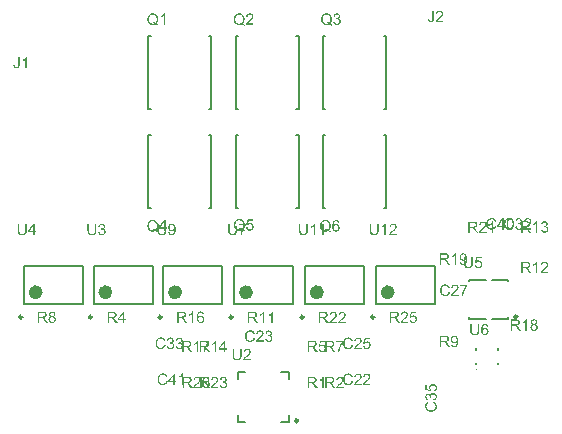
<source format=gbr>
%TF.GenerationSoftware,Altium Limited,Altium Designer,21.4.1 (30)*%
G04 Layer_Color=65535*
%FSLAX26Y26*%
%MOIN*%
%TF.SameCoordinates,1A054405-282A-4FF3-8963-BB1B344CA64D*%
%TF.FilePolarity,Positive*%
%TF.FileFunction,Legend,Top*%
%TF.Part,Single*%
G01*
G75*
%TA.AperFunction,NonConductor*%
%ADD43C,0.009842*%
%ADD44C,0.023622*%
%ADD45C,0.003937*%
%ADD46C,0.007874*%
%ADD47C,0.006000*%
G36*
X799661Y715274D02*
X784537D01*
X782517Y705064D01*
X782572Y705119D01*
X782681Y705173D01*
X782845Y705283D01*
X783118Y705447D01*
X783445Y705610D01*
X783827Y705829D01*
X784701Y706265D01*
X785793Y706702D01*
X786994Y707085D01*
X788305Y707357D01*
X788960Y707467D01*
X790161D01*
X790489Y707412D01*
X790925Y707357D01*
X791417Y707303D01*
X791963Y707194D01*
X792563Y707030D01*
X793874Y706648D01*
X794584Y706375D01*
X795293Y705992D01*
X796003Y705610D01*
X796713Y705173D01*
X797368Y704628D01*
X798023Y704027D01*
X798078Y703972D01*
X798187Y703863D01*
X798351Y703699D01*
X798569Y703426D01*
X798842Y703044D01*
X799115Y702662D01*
X799443Y702170D01*
X799771Y701625D01*
X800044Y701024D01*
X800371Y700369D01*
X800644Y699604D01*
X800917Y698840D01*
X801136Y698021D01*
X801299Y697093D01*
X801409Y696164D01*
X801463Y695182D01*
Y695127D01*
Y694963D01*
Y694690D01*
X801409Y694308D01*
X801354Y693871D01*
X801299Y693380D01*
X801190Y692779D01*
X801081Y692179D01*
X800753Y690759D01*
X800207Y689285D01*
X799880Y688520D01*
X799443Y687811D01*
X799006Y687046D01*
X798460Y686337D01*
X798406Y686282D01*
X798296Y686118D01*
X798078Y685900D01*
X797805Y685627D01*
X797423Y685299D01*
X796986Y684862D01*
X796440Y684480D01*
X795839Y684043D01*
X795184Y683606D01*
X794420Y683224D01*
X793601Y682842D01*
X792727Y682460D01*
X791799Y682187D01*
X790762Y681968D01*
X789670Y681805D01*
X788523Y681750D01*
X788032D01*
X787649Y681805D01*
X787213Y681859D01*
X786721Y681914D01*
X786121Y681968D01*
X785520Y682132D01*
X784155Y682460D01*
X782790Y682951D01*
X782080Y683279D01*
X781370Y683661D01*
X780715Y684098D01*
X780060Y684589D01*
X780005Y684644D01*
X779896Y684698D01*
X779787Y684917D01*
X779569Y685135D01*
X779296Y685408D01*
X779023Y685736D01*
X778695Y686173D01*
X778422Y686664D01*
X778094Y687155D01*
X777767Y687756D01*
X777166Y689067D01*
X776675Y690595D01*
X776511Y691414D01*
X776402Y692288D01*
X781261Y692670D01*
Y692615D01*
Y692506D01*
X781316Y692342D01*
X781370Y692069D01*
X781534Y691469D01*
X781753Y690650D01*
X782080Y689831D01*
X782517Y688903D01*
X783063Y688084D01*
X783718Y687319D01*
X783827Y687265D01*
X784046Y687046D01*
X784483Y686773D01*
X785083Y686446D01*
X785738Y686118D01*
X786557Y685845D01*
X787486Y685627D01*
X788523Y685572D01*
X788851D01*
X789069Y685627D01*
X789724Y685681D01*
X790489Y685900D01*
X791417Y686173D01*
X792345Y686610D01*
X793328Y687265D01*
X793765Y687647D01*
X794201Y688084D01*
X794256Y688138D01*
X794311Y688193D01*
X794420Y688357D01*
X794584Y688520D01*
X794966Y689121D01*
X795403Y689885D01*
X795785Y690814D01*
X796167Y691960D01*
X796440Y693325D01*
X796549Y694035D01*
Y694799D01*
Y694854D01*
Y694963D01*
Y695182D01*
X796495Y695455D01*
Y695782D01*
X796440Y696164D01*
X796276Y697038D01*
X796003Y698076D01*
X795621Y699113D01*
X795075Y700096D01*
X794311Y701024D01*
Y701078D01*
X794201Y701133D01*
X793928Y701406D01*
X793437Y701788D01*
X792782Y702225D01*
X791908Y702607D01*
X790925Y702990D01*
X789779Y703263D01*
X789124Y703372D01*
X788086D01*
X787649Y703317D01*
X787103Y703263D01*
X786448Y703099D01*
X785793Y702935D01*
X785083Y702662D01*
X784373Y702334D01*
X784319Y702280D01*
X784100Y702170D01*
X783773Y701898D01*
X783336Y701625D01*
X782899Y701242D01*
X782462Y700751D01*
X781971Y700260D01*
X781589Y699659D01*
X777221Y700260D01*
X780879Y719697D01*
X799661D01*
Y715274D01*
D02*
G37*
G36*
X754398Y720789D02*
X754889D01*
X755381Y720735D01*
X756036Y720625D01*
X756691Y720516D01*
X758111Y720243D01*
X759749Y719806D01*
X761332Y719151D01*
X762151Y718769D01*
X762970Y718332D01*
X763025Y718278D01*
X763134Y718223D01*
X763352Y718059D01*
X763680Y717895D01*
X764008Y717622D01*
X764444Y717295D01*
X765373Y716530D01*
X766355Y715548D01*
X767447Y714346D01*
X768485Y712927D01*
X769358Y711343D01*
Y711289D01*
X769468Y711125D01*
X769577Y710907D01*
X769686Y710579D01*
X769904Y710142D01*
X770068Y709651D01*
X770287Y709050D01*
X770505Y708395D01*
X770669Y707685D01*
X770887Y706921D01*
X771106Y706102D01*
X771269Y705228D01*
X771328Y704717D01*
X777304D01*
Y701059D01*
X777249Y701004D01*
X777140Y700895D01*
X776921Y700677D01*
X776703Y700349D01*
X776375Y699967D01*
X775939Y699530D01*
X775502Y698984D01*
X775010Y698329D01*
X774519Y697674D01*
X773918Y696909D01*
X773318Y696036D01*
X772717Y695162D01*
X772062Y694179D01*
X771407Y693142D01*
X770752Y691995D01*
X770096Y690849D01*
X770042Y690794D01*
X769933Y690576D01*
X769769Y690248D01*
X769496Y689757D01*
X769223Y689156D01*
X768895Y688501D01*
X768513Y687736D01*
X768131Y686863D01*
X767694Y685880D01*
X767456Y685403D01*
X767993Y685081D01*
X768976Y684480D01*
X770068Y683880D01*
X771215Y683388D01*
X772307Y682897D01*
X770833Y679457D01*
X770778D01*
X770669Y679511D01*
X770450Y679621D01*
X770123Y679730D01*
X769741Y679894D01*
X769304Y680112D01*
X768812Y680331D01*
X768266Y680604D01*
X767065Y681259D01*
X766025Y681841D01*
X765455Y680311D01*
X764636Y677799D01*
Y677745D01*
X764582Y677581D01*
X764527Y677308D01*
X764418Y676980D01*
X764309Y676543D01*
X764200Y675997D01*
X764036Y675397D01*
X763927Y674742D01*
X763763Y673977D01*
X763599Y673158D01*
X763326Y671411D01*
X763053Y669500D01*
X762889Y667425D01*
X758139D01*
Y667480D01*
Y667644D01*
Y667862D01*
X758194Y668190D01*
Y668626D01*
X758248Y669172D01*
X758303Y669773D01*
X758357Y670428D01*
X758467Y671193D01*
X758576Y671957D01*
X758740Y672885D01*
X758903Y673813D01*
X759067Y674796D01*
X759286Y675888D01*
X759832Y678127D01*
Y678181D01*
X759886Y678400D01*
X759995Y678727D01*
X760159Y679219D01*
X760323Y679765D01*
X760541Y680420D01*
X760760Y681184D01*
X761087Y682003D01*
X761415Y682932D01*
X761647Y683588D01*
X761551Y683552D01*
X761114Y683333D01*
X760568Y683170D01*
X759967Y682951D01*
X759312Y682733D01*
X758602Y682514D01*
X757019Y682132D01*
X755272Y681859D01*
X754343Y681805D01*
X753415Y681750D01*
X752924D01*
X752542Y681805D01*
X752105D01*
X751559Y681859D01*
X750958Y681968D01*
X750303Y682078D01*
X748883Y682351D01*
X747300Y682788D01*
X746072Y683238D01*
Y683095D01*
Y682822D01*
Y682440D01*
X746018Y681949D01*
Y681403D01*
X745963Y680748D01*
X745909Y680092D01*
X745745Y678618D01*
X745526Y677089D01*
X745199Y675615D01*
X744980Y674905D01*
X744762Y674250D01*
Y674196D01*
X744707Y674086D01*
X744598Y673923D01*
X744489Y673704D01*
X744161Y673104D01*
X743670Y672339D01*
X743015Y671466D01*
X742250Y670592D01*
X741268Y669664D01*
X740066Y668845D01*
X740012D01*
X739903Y668736D01*
X739739Y668681D01*
X739466Y668517D01*
X739138Y668353D01*
X738701Y668190D01*
X738265Y668026D01*
X737719Y667807D01*
X737118Y667589D01*
X736463Y667425D01*
X735753Y667261D01*
X734934Y667098D01*
X734115Y666988D01*
X733241Y666879D01*
X731276Y666770D01*
X730784D01*
X730402Y666825D01*
X729965D01*
X729419Y666879D01*
X728819Y666934D01*
X728218Y666988D01*
X726853Y667207D01*
X725379Y667534D01*
X723959Y667971D01*
X722594Y668572D01*
X722540D01*
X722431Y668681D01*
X722267Y668790D01*
X722048Y668899D01*
X721448Y669336D01*
X720738Y669937D01*
X719919Y670701D01*
X719155Y671575D01*
X718390Y672667D01*
X717790Y673868D01*
Y673923D01*
X717735Y674032D01*
X717680Y674250D01*
X717571Y674523D01*
X717462Y674851D01*
X717353Y675288D01*
X717189Y675779D01*
X717080Y676380D01*
X716971Y677035D01*
X716807Y677745D01*
X716698Y678509D01*
X716588Y679328D01*
X716479Y680256D01*
X716425Y681239D01*
X716370Y682276D01*
Y683368D01*
Y705208D01*
X721393D01*
Y683368D01*
Y683314D01*
Y683150D01*
Y682877D01*
Y682549D01*
X721448Y682167D01*
Y681676D01*
X721502Y680638D01*
X721612Y679437D01*
X721775Y678236D01*
X721994Y677089D01*
X722103Y676598D01*
X722267Y676107D01*
X722321Y675997D01*
X722431Y675724D01*
X722704Y675342D01*
X723031Y674796D01*
X723413Y674250D01*
X723959Y673650D01*
X724615Y673049D01*
X725379Y672558D01*
X725488Y672503D01*
X725761Y672339D01*
X726253Y672175D01*
X726908Y671957D01*
X727672Y671684D01*
X728655Y671520D01*
X729692Y671356D01*
X730839Y671302D01*
X731385D01*
X731713Y671356D01*
X732204D01*
X732695Y671411D01*
X733897Y671629D01*
X735207Y671902D01*
X736463Y672339D01*
X737664Y672940D01*
X738210Y673322D01*
X738701Y673759D01*
X738756Y673813D01*
X738811Y673868D01*
X738920Y674032D01*
X739084Y674250D01*
X739247Y674578D01*
X739466Y674905D01*
X739684Y675397D01*
X739903Y675888D01*
X740121Y676489D01*
X740285Y677199D01*
X740503Y678018D01*
X740667Y678891D01*
X740831Y679874D01*
X740940Y680911D01*
X741049Y682113D01*
Y683368D01*
Y686655D01*
X740693Y686992D01*
X739656Y688193D01*
X738619Y689558D01*
X737690Y691141D01*
Y691196D01*
X737581Y691360D01*
X737472Y691578D01*
X737363Y691906D01*
X737199Y692342D01*
X736981Y692834D01*
X736762Y693434D01*
X736598Y694090D01*
X736380Y694799D01*
X736162Y695564D01*
X735998Y696383D01*
X735779Y697311D01*
X735561Y699222D01*
X735452Y701242D01*
Y701297D01*
Y701515D01*
Y701788D01*
X735506Y702170D01*
Y702662D01*
X735561Y703263D01*
X735616Y703918D01*
X735725Y704628D01*
X735998Y706211D01*
X736380Y707904D01*
X736926Y709705D01*
X737690Y711452D01*
X737745Y711507D01*
X737800Y711671D01*
X737909Y711889D01*
X738127Y712217D01*
X738346Y712599D01*
X738619Y713036D01*
X739383Y714073D01*
X740257Y715165D01*
X741403Y716312D01*
X742659Y717458D01*
X744133Y718441D01*
X744188Y718496D01*
X744352Y718551D01*
X744570Y718660D01*
X744898Y718823D01*
X745280Y718987D01*
X745717Y719206D01*
X746263Y719424D01*
X746863Y719643D01*
X747573Y719861D01*
X748283Y720079D01*
X749866Y720462D01*
X751613Y720735D01*
X752542Y720844D01*
X754016D01*
X754398Y720789D01*
D02*
G37*
G36*
X21282Y1235437D02*
Y1235383D01*
Y1235219D01*
Y1235000D01*
Y1234673D01*
X21227Y1234236D01*
Y1233799D01*
X21118Y1232762D01*
X21009Y1231561D01*
X20790Y1230305D01*
X20463Y1229158D01*
X20081Y1228066D01*
Y1228012D01*
X20026Y1227957D01*
X19862Y1227629D01*
X19589Y1227193D01*
X19207Y1226592D01*
X18661Y1225991D01*
X18060Y1225336D01*
X17296Y1224681D01*
X16422Y1224135D01*
X16313Y1224080D01*
X15986Y1223917D01*
X15494Y1223698D01*
X14784Y1223480D01*
X13911Y1223207D01*
X12928Y1222988D01*
X11836Y1222825D01*
X10635Y1222770D01*
X10143D01*
X9816Y1222825D01*
X9379Y1222879D01*
X8942Y1222934D01*
X7796Y1223152D01*
X6594Y1223480D01*
X5339Y1223971D01*
X4683Y1224299D01*
X4083Y1224681D01*
X3537Y1225118D01*
X2991Y1225609D01*
X2936Y1225664D01*
X2882Y1225718D01*
X2772Y1225937D01*
X2609Y1226155D01*
X2390Y1226428D01*
X2172Y1226810D01*
X1953Y1227247D01*
X1680Y1227739D01*
X1462Y1228285D01*
X1244Y1228940D01*
X1025Y1229595D01*
X807Y1230359D01*
X698Y1231178D01*
X534Y1232107D01*
X479Y1233035D01*
Y1234072D01*
X5011Y1234727D01*
Y1234673D01*
Y1234564D01*
Y1234345D01*
X5066Y1234018D01*
X5120Y1233690D01*
Y1233308D01*
X5284Y1232380D01*
X5448Y1231397D01*
X5775Y1230414D01*
X6103Y1229540D01*
X6321Y1229158D01*
X6594Y1228831D01*
X6649Y1228776D01*
X6867Y1228612D01*
X7195Y1228339D01*
X7632Y1228066D01*
X8232Y1227739D01*
X8888Y1227520D01*
X9707Y1227302D01*
X10580Y1227247D01*
X10908D01*
X11235Y1227302D01*
X11727Y1227356D01*
X12218Y1227466D01*
X12764Y1227575D01*
X13310Y1227793D01*
X13856Y1228066D01*
X13911Y1228121D01*
X14075Y1228230D01*
X14293Y1228448D01*
X14621Y1228667D01*
X14894Y1229049D01*
X15221Y1229431D01*
X15494Y1229868D01*
X15713Y1230414D01*
Y1230469D01*
X15822Y1230687D01*
X15876Y1231069D01*
X15986Y1231561D01*
X16095Y1232216D01*
X16149Y1233035D01*
X16259Y1234018D01*
Y1235164D01*
Y1261208D01*
X21282D01*
Y1235437D01*
D02*
G37*
G36*
X45033Y1223425D02*
X40392D01*
Y1252964D01*
X40337Y1252909D01*
X40064Y1252691D01*
X39737Y1252363D01*
X39191Y1251981D01*
X38590Y1251490D01*
X37826Y1250944D01*
X36952Y1250343D01*
X35969Y1249742D01*
X35915D01*
X35860Y1249688D01*
X35532Y1249469D01*
X34986Y1249196D01*
X34331Y1248869D01*
X33567Y1248487D01*
X32748Y1248104D01*
X31929Y1247722D01*
X31110Y1247395D01*
Y1251872D01*
X31164D01*
X31274Y1251981D01*
X31492Y1252036D01*
X31765Y1252199D01*
X32093Y1252363D01*
X32475Y1252582D01*
X33403Y1253128D01*
X34495Y1253728D01*
X35587Y1254493D01*
X36734Y1255366D01*
X37880Y1256294D01*
X37935Y1256349D01*
X37989Y1256404D01*
X38153Y1256567D01*
X38372Y1256731D01*
X38863Y1257277D01*
X39518Y1257932D01*
X40173Y1258697D01*
X40883Y1259570D01*
X41484Y1260444D01*
X42030Y1261372D01*
X45033D01*
Y1223425D01*
D02*
G37*
G36*
X1402282Y1389437D02*
Y1389383D01*
Y1389219D01*
Y1389000D01*
Y1388673D01*
X1402227Y1388236D01*
Y1387799D01*
X1402118Y1386762D01*
X1402009Y1385561D01*
X1401790Y1384305D01*
X1401463Y1383158D01*
X1401081Y1382066D01*
Y1382012D01*
X1401026Y1381957D01*
X1400862Y1381629D01*
X1400589Y1381193D01*
X1400207Y1380592D01*
X1399661Y1379991D01*
X1399060Y1379336D01*
X1398296Y1378681D01*
X1397422Y1378135D01*
X1397313Y1378080D01*
X1396986Y1377917D01*
X1396494Y1377698D01*
X1395784Y1377480D01*
X1394911Y1377207D01*
X1393928Y1376988D01*
X1392836Y1376825D01*
X1391635Y1376770D01*
X1391143D01*
X1390816Y1376825D01*
X1390379Y1376879D01*
X1389942Y1376934D01*
X1388796Y1377152D01*
X1387594Y1377480D01*
X1386339Y1377971D01*
X1385683Y1378299D01*
X1385083Y1378681D01*
X1384537Y1379118D01*
X1383991Y1379609D01*
X1383936Y1379664D01*
X1383882Y1379718D01*
X1383772Y1379937D01*
X1383609Y1380155D01*
X1383390Y1380428D01*
X1383172Y1380810D01*
X1382953Y1381247D01*
X1382680Y1381739D01*
X1382462Y1382285D01*
X1382244Y1382940D01*
X1382025Y1383595D01*
X1381807Y1384359D01*
X1381698Y1385178D01*
X1381534Y1386107D01*
X1381479Y1387035D01*
Y1388072D01*
X1386011Y1388727D01*
Y1388673D01*
Y1388564D01*
Y1388345D01*
X1386066Y1388018D01*
X1386120Y1387690D01*
Y1387308D01*
X1386284Y1386380D01*
X1386448Y1385397D01*
X1386775Y1384414D01*
X1387103Y1383540D01*
X1387321Y1383158D01*
X1387594Y1382831D01*
X1387649Y1382776D01*
X1387867Y1382612D01*
X1388195Y1382339D01*
X1388632Y1382066D01*
X1389232Y1381739D01*
X1389888Y1381520D01*
X1390707Y1381302D01*
X1391580Y1381247D01*
X1391908D01*
X1392235Y1381302D01*
X1392727Y1381356D01*
X1393218Y1381466D01*
X1393764Y1381575D01*
X1394310Y1381793D01*
X1394856Y1382066D01*
X1394911Y1382121D01*
X1395075Y1382230D01*
X1395293Y1382448D01*
X1395621Y1382667D01*
X1395894Y1383049D01*
X1396221Y1383431D01*
X1396494Y1383868D01*
X1396713Y1384414D01*
Y1384469D01*
X1396822Y1384687D01*
X1396876Y1385069D01*
X1396986Y1385561D01*
X1397095Y1386216D01*
X1397149Y1387035D01*
X1397259Y1388018D01*
Y1389164D01*
Y1415208D01*
X1402282D01*
Y1389437D01*
D02*
G37*
G36*
X1421992Y1415318D02*
X1422429Y1415263D01*
X1422975Y1415208D01*
X1423576Y1415099D01*
X1424176Y1414990D01*
X1425596Y1414608D01*
X1427016Y1414062D01*
X1427725Y1413734D01*
X1428435Y1413352D01*
X1429090Y1412861D01*
X1429691Y1412315D01*
X1429746Y1412260D01*
X1429855Y1412205D01*
X1429964Y1411987D01*
X1430182Y1411769D01*
X1430455Y1411496D01*
X1430728Y1411113D01*
X1431001Y1410731D01*
X1431329Y1410240D01*
X1431875Y1409202D01*
X1432421Y1407892D01*
X1432639Y1407237D01*
X1432749Y1406472D01*
X1432858Y1405708D01*
X1432912Y1404889D01*
Y1404780D01*
Y1404507D01*
X1432858Y1404070D01*
X1432803Y1403469D01*
X1432694Y1402814D01*
X1432476Y1402050D01*
X1432257Y1401231D01*
X1431930Y1400412D01*
X1431875Y1400303D01*
X1431766Y1400030D01*
X1431547Y1399593D01*
X1431220Y1398992D01*
X1430783Y1398337D01*
X1430237Y1397518D01*
X1429582Y1396699D01*
X1428817Y1395771D01*
X1428708Y1395662D01*
X1428435Y1395334D01*
X1428162Y1395061D01*
X1427889Y1394788D01*
X1427562Y1394460D01*
X1427125Y1394024D01*
X1426688Y1393587D01*
X1426142Y1393095D01*
X1425596Y1392549D01*
X1424941Y1391949D01*
X1424231Y1391348D01*
X1423467Y1390638D01*
X1422593Y1389929D01*
X1421719Y1389164D01*
X1421665Y1389110D01*
X1421556Y1389000D01*
X1421337Y1388837D01*
X1421064Y1388618D01*
X1420737Y1388291D01*
X1420354Y1387963D01*
X1419481Y1387253D01*
X1418553Y1386434D01*
X1417679Y1385615D01*
X1416915Y1384905D01*
X1416587Y1384632D01*
X1416314Y1384359D01*
X1416259Y1384305D01*
X1416096Y1384141D01*
X1415877Y1383923D01*
X1415604Y1383595D01*
X1415331Y1383213D01*
X1415004Y1382831D01*
X1414348Y1381902D01*
X1432967D01*
Y1377425D01*
X1407906D01*
Y1377480D01*
Y1377698D01*
Y1378026D01*
X1407960Y1378463D01*
X1408015Y1378954D01*
X1408124Y1379500D01*
X1408233Y1380046D01*
X1408452Y1380647D01*
Y1380701D01*
X1408506Y1380756D01*
X1408615Y1381083D01*
X1408834Y1381575D01*
X1409161Y1382230D01*
X1409598Y1382994D01*
X1410144Y1383868D01*
X1410745Y1384742D01*
X1411509Y1385670D01*
Y1385724D01*
X1411618Y1385779D01*
X1411891Y1386107D01*
X1412383Y1386598D01*
X1413093Y1387308D01*
X1413912Y1388127D01*
X1414949Y1389110D01*
X1416205Y1390202D01*
X1417570Y1391348D01*
X1417624Y1391403D01*
X1417843Y1391567D01*
X1418170Y1391840D01*
X1418553Y1392167D01*
X1419044Y1392604D01*
X1419645Y1393095D01*
X1420245Y1393641D01*
X1420955Y1394242D01*
X1422320Y1395552D01*
X1423685Y1396863D01*
X1424340Y1397518D01*
X1424941Y1398173D01*
X1425487Y1398774D01*
X1425924Y1399374D01*
Y1399429D01*
X1426033Y1399484D01*
X1426142Y1399647D01*
X1426251Y1399866D01*
X1426633Y1400466D01*
X1427070Y1401176D01*
X1427452Y1402050D01*
X1427835Y1402978D01*
X1428053Y1404015D01*
X1428162Y1404998D01*
Y1405053D01*
Y1405107D01*
X1428108Y1405435D01*
X1428053Y1405981D01*
X1427889Y1406582D01*
X1427671Y1407346D01*
X1427289Y1408110D01*
X1426797Y1408875D01*
X1426142Y1409639D01*
X1426033Y1409748D01*
X1425760Y1409967D01*
X1425378Y1410240D01*
X1424777Y1410622D01*
X1424013Y1410950D01*
X1423139Y1411277D01*
X1422102Y1411496D01*
X1420955Y1411550D01*
X1420627D01*
X1420409Y1411496D01*
X1419754Y1411441D01*
X1418989Y1411277D01*
X1418170Y1411059D01*
X1417242Y1410677D01*
X1416369Y1410185D01*
X1415550Y1409530D01*
X1415440Y1409421D01*
X1415222Y1409148D01*
X1414894Y1408711D01*
X1414567Y1408056D01*
X1414185Y1407291D01*
X1413857Y1406309D01*
X1413639Y1405217D01*
X1413529Y1403961D01*
X1408779Y1404452D01*
Y1404507D01*
X1408834Y1404671D01*
Y1404944D01*
X1408888Y1405326D01*
X1408998Y1405763D01*
X1409107Y1406254D01*
X1409271Y1406855D01*
X1409434Y1407455D01*
X1409871Y1408766D01*
X1410526Y1410076D01*
X1410909Y1410731D01*
X1411400Y1411386D01*
X1411891Y1411987D01*
X1412437Y1412533D01*
X1412492Y1412588D01*
X1412601Y1412642D01*
X1412765Y1412806D01*
X1413038Y1412970D01*
X1413366Y1413188D01*
X1413748Y1413407D01*
X1414185Y1413680D01*
X1414731Y1413953D01*
X1415331Y1414226D01*
X1415986Y1414499D01*
X1416696Y1414717D01*
X1417461Y1414935D01*
X1418280Y1415099D01*
X1419153Y1415263D01*
X1420081Y1415318D01*
X1421064Y1415372D01*
X1421610D01*
X1421992Y1415318D01*
D02*
G37*
G36*
X1218072Y683368D02*
Y683314D01*
Y683095D01*
Y682822D01*
Y682440D01*
X1218018Y681949D01*
Y681403D01*
X1217963Y680748D01*
X1217909Y680092D01*
X1217745Y678618D01*
X1217526Y677089D01*
X1217199Y675615D01*
X1216980Y674905D01*
X1216762Y674250D01*
Y674196D01*
X1216707Y674086D01*
X1216598Y673923D01*
X1216489Y673704D01*
X1216161Y673104D01*
X1215670Y672339D01*
X1215015Y671466D01*
X1214250Y670592D01*
X1213268Y669664D01*
X1212066Y668845D01*
X1212012D01*
X1211903Y668736D01*
X1211739Y668681D01*
X1211466Y668517D01*
X1211138Y668353D01*
X1210701Y668190D01*
X1210265Y668026D01*
X1209719Y667807D01*
X1209118Y667589D01*
X1208463Y667425D01*
X1207753Y667261D01*
X1206934Y667098D01*
X1206115Y666988D01*
X1205241Y666879D01*
X1203276Y666770D01*
X1202784D01*
X1202402Y666825D01*
X1201965D01*
X1201419Y666879D01*
X1200819Y666934D01*
X1200218Y666988D01*
X1198853Y667207D01*
X1197379Y667534D01*
X1195959Y667971D01*
X1194594Y668572D01*
X1194540D01*
X1194431Y668681D01*
X1194267Y668790D01*
X1194048Y668899D01*
X1193448Y669336D01*
X1192738Y669937D01*
X1191919Y670701D01*
X1191155Y671575D01*
X1190390Y672667D01*
X1189790Y673868D01*
Y673923D01*
X1189735Y674032D01*
X1189680Y674250D01*
X1189571Y674523D01*
X1189462Y674851D01*
X1189353Y675288D01*
X1189189Y675779D01*
X1189080Y676380D01*
X1188971Y677035D01*
X1188807Y677745D01*
X1188698Y678509D01*
X1188588Y679328D01*
X1188479Y680256D01*
X1188425Y681239D01*
X1188370Y682276D01*
Y683368D01*
Y705208D01*
X1193393D01*
Y683368D01*
Y683314D01*
Y683150D01*
Y682877D01*
Y682549D01*
X1193448Y682167D01*
Y681676D01*
X1193502Y680638D01*
X1193612Y679437D01*
X1193775Y678236D01*
X1193994Y677089D01*
X1194103Y676598D01*
X1194267Y676107D01*
X1194321Y675997D01*
X1194431Y675724D01*
X1194704Y675342D01*
X1195031Y674796D01*
X1195413Y674250D01*
X1195959Y673650D01*
X1196615Y673049D01*
X1197379Y672558D01*
X1197488Y672503D01*
X1197761Y672339D01*
X1198253Y672175D01*
X1198908Y671957D01*
X1199672Y671684D01*
X1200655Y671520D01*
X1201692Y671356D01*
X1202839Y671302D01*
X1203385D01*
X1203713Y671356D01*
X1204204D01*
X1204695Y671411D01*
X1205897Y671629D01*
X1207207Y671902D01*
X1208463Y672339D01*
X1209664Y672940D01*
X1210210Y673322D01*
X1210701Y673759D01*
X1210756Y673813D01*
X1210811Y673868D01*
X1210920Y674032D01*
X1211084Y674250D01*
X1211247Y674578D01*
X1211466Y674905D01*
X1211684Y675397D01*
X1211903Y675888D01*
X1212121Y676489D01*
X1212285Y677199D01*
X1212503Y678018D01*
X1212667Y678891D01*
X1212831Y679874D01*
X1212940Y680911D01*
X1213049Y682113D01*
Y683368D01*
Y705208D01*
X1218072D01*
Y683368D01*
D02*
G37*
G36*
X1267322Y705318D02*
X1267758Y705263D01*
X1268304Y705208D01*
X1268905Y705099D01*
X1269506Y704990D01*
X1270925Y704608D01*
X1272345Y704062D01*
X1273055Y703734D01*
X1273764Y703352D01*
X1274420Y702861D01*
X1275020Y702315D01*
X1275075Y702260D01*
X1275184Y702205D01*
X1275293Y701987D01*
X1275512Y701769D01*
X1275785Y701496D01*
X1276058Y701113D01*
X1276331Y700731D01*
X1276658Y700240D01*
X1277204Y699202D01*
X1277750Y697892D01*
X1277969Y697237D01*
X1278078Y696472D01*
X1278187Y695708D01*
X1278242Y694889D01*
Y694780D01*
Y694507D01*
X1278187Y694070D01*
X1278132Y693469D01*
X1278023Y692814D01*
X1277805Y692050D01*
X1277586Y691231D01*
X1277259Y690412D01*
X1277204Y690303D01*
X1277095Y690030D01*
X1276877Y689593D01*
X1276549Y688992D01*
X1276112Y688337D01*
X1275566Y687518D01*
X1274911Y686699D01*
X1274147Y685771D01*
X1274037Y685662D01*
X1273764Y685334D01*
X1273491Y685061D01*
X1273218Y684788D01*
X1272891Y684460D01*
X1272454Y684024D01*
X1272017Y683587D01*
X1271471Y683095D01*
X1270925Y682549D01*
X1270270Y681949D01*
X1269560Y681348D01*
X1268796Y680638D01*
X1267922Y679929D01*
X1267049Y679164D01*
X1266994Y679110D01*
X1266885Y679000D01*
X1266666Y678837D01*
X1266393Y678618D01*
X1266066Y678291D01*
X1265684Y677963D01*
X1264810Y677253D01*
X1263882Y676434D01*
X1263008Y675615D01*
X1262244Y674905D01*
X1261916Y674632D01*
X1261643Y674359D01*
X1261589Y674305D01*
X1261425Y674141D01*
X1261206Y673923D01*
X1260933Y673595D01*
X1260660Y673213D01*
X1260333Y672831D01*
X1259678Y671902D01*
X1278296D01*
Y667425D01*
X1253235D01*
Y667480D01*
Y667698D01*
Y668026D01*
X1253289Y668463D01*
X1253344Y668954D01*
X1253453Y669500D01*
X1253562Y670046D01*
X1253781Y670647D01*
Y670701D01*
X1253835Y670756D01*
X1253945Y671083D01*
X1254163Y671575D01*
X1254491Y672230D01*
X1254927Y672994D01*
X1255473Y673868D01*
X1256074Y674742D01*
X1256838Y675670D01*
Y675724D01*
X1256948Y675779D01*
X1257221Y676107D01*
X1257712Y676598D01*
X1258422Y677308D01*
X1259241Y678127D01*
X1260278Y679110D01*
X1261534Y680202D01*
X1262899Y681348D01*
X1262954Y681403D01*
X1263172Y681567D01*
X1263500Y681840D01*
X1263882Y682167D01*
X1264373Y682604D01*
X1264974Y683095D01*
X1265574Y683641D01*
X1266284Y684242D01*
X1267649Y685552D01*
X1269014Y686863D01*
X1269669Y687518D01*
X1270270Y688173D01*
X1270816Y688774D01*
X1271253Y689374D01*
Y689429D01*
X1271362Y689484D01*
X1271471Y689647D01*
X1271580Y689866D01*
X1271963Y690466D01*
X1272399Y691176D01*
X1272782Y692050D01*
X1273164Y692978D01*
X1273382Y694015D01*
X1273491Y694998D01*
Y695053D01*
Y695107D01*
X1273437Y695435D01*
X1273382Y695981D01*
X1273218Y696582D01*
X1273000Y697346D01*
X1272618Y698110D01*
X1272126Y698875D01*
X1271471Y699639D01*
X1271362Y699748D01*
X1271089Y699967D01*
X1270707Y700240D01*
X1270106Y700622D01*
X1269342Y700950D01*
X1268468Y701277D01*
X1267431Y701496D01*
X1266284Y701550D01*
X1265957D01*
X1265738Y701496D01*
X1265083Y701441D01*
X1264319Y701277D01*
X1263500Y701059D01*
X1262571Y700677D01*
X1261698Y700185D01*
X1260879Y699530D01*
X1260770Y699421D01*
X1260551Y699148D01*
X1260224Y698711D01*
X1259896Y698056D01*
X1259514Y697291D01*
X1259186Y696309D01*
X1258968Y695217D01*
X1258859Y693961D01*
X1254108Y694452D01*
Y694507D01*
X1254163Y694671D01*
Y694944D01*
X1254218Y695326D01*
X1254327Y695763D01*
X1254436Y696254D01*
X1254600Y696855D01*
X1254764Y697455D01*
X1255200Y698766D01*
X1255856Y700076D01*
X1256238Y700731D01*
X1256729Y701386D01*
X1257221Y701987D01*
X1257767Y702533D01*
X1257821Y702588D01*
X1257930Y702642D01*
X1258094Y702806D01*
X1258367Y702970D01*
X1258695Y703188D01*
X1259077Y703407D01*
X1259514Y703680D01*
X1260060Y703953D01*
X1260660Y704226D01*
X1261316Y704499D01*
X1262025Y704717D01*
X1262790Y704935D01*
X1263609Y705099D01*
X1264482Y705263D01*
X1265411Y705318D01*
X1266393Y705372D01*
X1266939D01*
X1267322Y705318D01*
D02*
G37*
G36*
X1241987Y667425D02*
X1237346D01*
Y696964D01*
X1237292Y696909D01*
X1237019Y696691D01*
X1236691Y696363D01*
X1236145Y695981D01*
X1235544Y695490D01*
X1234780Y694944D01*
X1233906Y694343D01*
X1232924Y693742D01*
X1232869D01*
X1232814Y693688D01*
X1232487Y693469D01*
X1231941Y693196D01*
X1231286Y692869D01*
X1230521Y692487D01*
X1229702Y692104D01*
X1228883Y691722D01*
X1228064Y691395D01*
Y695872D01*
X1228119D01*
X1228228Y695981D01*
X1228446Y696036D01*
X1228719Y696199D01*
X1229047Y696363D01*
X1229429Y696582D01*
X1230357Y697128D01*
X1231449Y697728D01*
X1232541Y698493D01*
X1233688Y699366D01*
X1234835Y700294D01*
X1234889Y700349D01*
X1234944Y700404D01*
X1235108Y700567D01*
X1235326Y700731D01*
X1235817Y701277D01*
X1236473Y701932D01*
X1237128Y702697D01*
X1237838Y703570D01*
X1238438Y704444D01*
X1238984Y705372D01*
X1241987D01*
Y667425D01*
D02*
G37*
G36*
X1077340Y716998D02*
X1077723D01*
X1078159Y716943D01*
X1079197Y716725D01*
X1080343Y716452D01*
X1081544Y716015D01*
X1082746Y715360D01*
X1083346Y714978D01*
X1083892Y714541D01*
X1083947Y714486D01*
X1084002Y714432D01*
X1084165Y714268D01*
X1084329Y714104D01*
X1084602Y713831D01*
X1084821Y713503D01*
X1085421Y712739D01*
X1086022Y711756D01*
X1086568Y710555D01*
X1087059Y709190D01*
X1087387Y707661D01*
X1082746Y707279D01*
Y707334D01*
X1082691Y707388D01*
X1082637Y707716D01*
X1082473Y708207D01*
X1082254Y708808D01*
X1082036Y709463D01*
X1081708Y710118D01*
X1081326Y710719D01*
X1080944Y711210D01*
X1080835Y711319D01*
X1080616Y711538D01*
X1080234Y711865D01*
X1079688Y712248D01*
X1078978Y712575D01*
X1078214Y712903D01*
X1077286Y713121D01*
X1076303Y713230D01*
X1075921D01*
X1075484Y713176D01*
X1074993Y713067D01*
X1074337Y712903D01*
X1073682Y712684D01*
X1073027Y712411D01*
X1072372Y711975D01*
X1072263Y711920D01*
X1071989Y711702D01*
X1071607Y711319D01*
X1071116Y710773D01*
X1070570Y710118D01*
X1069969Y709354D01*
X1069423Y708371D01*
X1068877Y707279D01*
Y707224D01*
X1068823Y707115D01*
X1068768Y706951D01*
X1068659Y706733D01*
X1068604Y706405D01*
X1068495Y706023D01*
X1068386Y705586D01*
X1068277Y705040D01*
X1068113Y704440D01*
X1068004Y703785D01*
X1067895Y703075D01*
X1067840Y702310D01*
X1067731Y701437D01*
X1067676Y700563D01*
X1067621Y699580D01*
Y698598D01*
X1067676Y698652D01*
X1067895Y698980D01*
X1068277Y699417D01*
X1068768Y699963D01*
X1069314Y700618D01*
X1070024Y701218D01*
X1070788Y701819D01*
X1071662Y702365D01*
X1071716D01*
X1071771Y702420D01*
X1072099Y702583D01*
X1072590Y702747D01*
X1073245Y703020D01*
X1074010Y703239D01*
X1074883Y703402D01*
X1075812Y703566D01*
X1076794Y703621D01*
X1077231D01*
X1077559Y703566D01*
X1077995Y703512D01*
X1078432Y703457D01*
X1078978Y703348D01*
X1079524Y703184D01*
X1080780Y702802D01*
X1081435Y702529D01*
X1082091Y702147D01*
X1082746Y701764D01*
X1083456Y701328D01*
X1084111Y700782D01*
X1084711Y700181D01*
X1084766Y700126D01*
X1084875Y700017D01*
X1085039Y699853D01*
X1085203Y699580D01*
X1085476Y699198D01*
X1085749Y698816D01*
X1086022Y698325D01*
X1086349Y697779D01*
X1086677Y697178D01*
X1086950Y696523D01*
X1087223Y695758D01*
X1087496Y694994D01*
X1087660Y694175D01*
X1087823Y693247D01*
X1087933Y692319D01*
X1087987Y691336D01*
Y691281D01*
Y691172D01*
Y691008D01*
Y690735D01*
X1087933Y690408D01*
Y690080D01*
X1087769Y689206D01*
X1087605Y688169D01*
X1087332Y687077D01*
X1086950Y685876D01*
X1086404Y684729D01*
Y684675D01*
X1086349Y684620D01*
X1086240Y684456D01*
X1086131Y684238D01*
X1085803Y683692D01*
X1085312Y682982D01*
X1084711Y682218D01*
X1084002Y681453D01*
X1083128Y680689D01*
X1082200Y680034D01*
X1082145D01*
X1082091Y679979D01*
X1081927Y679870D01*
X1081708Y679815D01*
X1081162Y679542D01*
X1080453Y679269D01*
X1079524Y678942D01*
X1078487Y678723D01*
X1077340Y678505D01*
X1076084Y678450D01*
X1075812D01*
X1075539Y678505D01*
X1075102D01*
X1074610Y678559D01*
X1074064Y678669D01*
X1073409Y678832D01*
X1072754Y678996D01*
X1071989Y679215D01*
X1071225Y679488D01*
X1070461Y679815D01*
X1069642Y680252D01*
X1068877Y680743D01*
X1068113Y681289D01*
X1067349Y681945D01*
X1066639Y682709D01*
X1066584Y682764D01*
X1066475Y682927D01*
X1066311Y683146D01*
X1066093Y683528D01*
X1065765Y684019D01*
X1065492Y684565D01*
X1065165Y685275D01*
X1064837Y686040D01*
X1064455Y686968D01*
X1064127Y688005D01*
X1063854Y689152D01*
X1063581Y690408D01*
X1063308Y691827D01*
X1063144Y693356D01*
X1063035Y694994D01*
X1062980Y696741D01*
Y696796D01*
Y696850D01*
Y697014D01*
Y697233D01*
X1063035Y697779D01*
Y698543D01*
X1063090Y699417D01*
X1063199Y700454D01*
X1063308Y701601D01*
X1063472Y702856D01*
X1063690Y704112D01*
X1063963Y705477D01*
X1064291Y706788D01*
X1064673Y708098D01*
X1065165Y709354D01*
X1065710Y710555D01*
X1066311Y711702D01*
X1067021Y712684D01*
X1067075Y712739D01*
X1067185Y712848D01*
X1067403Y713067D01*
X1067676Y713394D01*
X1068004Y713722D01*
X1068440Y714049D01*
X1068986Y714486D01*
X1069533Y714868D01*
X1070188Y715251D01*
X1070898Y715687D01*
X1071716Y716015D01*
X1072535Y716397D01*
X1073464Y716670D01*
X1074447Y716889D01*
X1075484Y716998D01*
X1076576Y717052D01*
X1077013D01*
X1077340Y716998D01*
D02*
G37*
G36*
X1041195Y717489D02*
X1041687D01*
X1042178Y717435D01*
X1042833Y717325D01*
X1043488Y717216D01*
X1044908Y716943D01*
X1046546Y716506D01*
X1048129Y715851D01*
X1048948Y715469D01*
X1049767Y715032D01*
X1049822Y714978D01*
X1049931Y714923D01*
X1050149Y714759D01*
X1050477Y714595D01*
X1050805Y714322D01*
X1051242Y713995D01*
X1052170Y713230D01*
X1053152Y712248D01*
X1054245Y711046D01*
X1055282Y709627D01*
X1056156Y708043D01*
Y707989D01*
X1056265Y707825D01*
X1056374Y707607D01*
X1056483Y707279D01*
X1056701Y706842D01*
X1056865Y706351D01*
X1057084Y705750D01*
X1057302Y705095D01*
X1057466Y704385D01*
X1057684Y703621D01*
X1057903Y702802D01*
X1058066Y701928D01*
X1058285Y700017D01*
X1058394Y697997D01*
Y697942D01*
Y697779D01*
Y697560D01*
Y697233D01*
X1058340Y696796D01*
Y696304D01*
X1058285Y695758D01*
X1058230Y695212D01*
X1058066Y693902D01*
X1057793Y692482D01*
X1057466Y691008D01*
X1056975Y689589D01*
Y689534D01*
X1056920Y689425D01*
X1056811Y689206D01*
X1056701Y688988D01*
X1056538Y688660D01*
X1056374Y688278D01*
X1055937Y687405D01*
X1055336Y686367D01*
X1054572Y685275D01*
X1053698Y684183D01*
X1052716Y683091D01*
X1052770D01*
X1052880Y682982D01*
X1053043Y682873D01*
X1053316Y682709D01*
X1053589Y682491D01*
X1053972Y682272D01*
X1054791Y681781D01*
X1055773Y681180D01*
X1056865Y680580D01*
X1058012Y680088D01*
X1059104Y679597D01*
X1057630Y676157D01*
X1057575D01*
X1057466Y676212D01*
X1057247Y676321D01*
X1056920Y676430D01*
X1056538Y676594D01*
X1056101Y676812D01*
X1055610Y677031D01*
X1055063Y677304D01*
X1053862Y677959D01*
X1052497Y678723D01*
X1051023Y679706D01*
X1049494Y680798D01*
X1049440D01*
X1049331Y680689D01*
X1049057Y680580D01*
X1048784Y680416D01*
X1048348Y680252D01*
X1047911Y680034D01*
X1047365Y679870D01*
X1046764Y679651D01*
X1046109Y679433D01*
X1045399Y679215D01*
X1043816Y678832D01*
X1042069Y678559D01*
X1041140Y678505D01*
X1040212Y678450D01*
X1039721D01*
X1039339Y678505D01*
X1038902D01*
X1038356Y678559D01*
X1037755Y678669D01*
X1037100Y678778D01*
X1035680Y679051D01*
X1035362Y679139D01*
Y667425D01*
X1030721D01*
Y681012D01*
X1030712Y681016D01*
X1030494Y681180D01*
X1030220Y681344D01*
X1029838Y681617D01*
X1029456Y681945D01*
X1028528Y682709D01*
X1027491Y683692D01*
X1026453Y684893D01*
X1025416Y686258D01*
X1024487Y687841D01*
Y687896D01*
X1024378Y688060D01*
X1024269Y688278D01*
X1024160Y688606D01*
X1023996Y689043D01*
X1023778Y689534D01*
X1023559Y690135D01*
X1023395Y690790D01*
X1023177Y691500D01*
X1023013Y692074D01*
X1022258Y691722D01*
X1021439Y691395D01*
Y695872D01*
X1021494D01*
X1021603Y695981D01*
X1021821Y696036D01*
X1022094Y696199D01*
X1022337Y696321D01*
X1022249Y697942D01*
Y697997D01*
Y698215D01*
Y698488D01*
X1022303Y698871D01*
Y699362D01*
X1022358Y699963D01*
X1022413Y700618D01*
X1022522Y701328D01*
X1022795Y702911D01*
X1023177Y704604D01*
X1023723Y706405D01*
X1024487Y708153D01*
X1024542Y708207D01*
X1024597Y708371D01*
X1024706Y708589D01*
X1024924Y708917D01*
X1025143Y709299D01*
X1025416Y709736D01*
X1026180Y710773D01*
X1027054Y711865D01*
X1028200Y713012D01*
X1029456Y714159D01*
X1030930Y715141D01*
X1030985Y715196D01*
X1031149Y715251D01*
X1031367Y715360D01*
X1031695Y715524D01*
X1032077Y715687D01*
X1032514Y715906D01*
X1033060Y716124D01*
X1033660Y716343D01*
X1034370Y716561D01*
X1035080Y716779D01*
X1036663Y717162D01*
X1038410Y717435D01*
X1039339Y717544D01*
X1040813D01*
X1041195Y717489D01*
D02*
G37*
G36*
X982072Y683368D02*
Y683314D01*
Y683095D01*
Y682822D01*
Y682440D01*
X982018Y681949D01*
Y681403D01*
X981963Y680748D01*
X981909Y680092D01*
X981745Y678618D01*
X981526Y677089D01*
X981199Y675615D01*
X980980Y674905D01*
X980762Y674250D01*
Y674196D01*
X980707Y674086D01*
X980598Y673923D01*
X980489Y673704D01*
X980161Y673104D01*
X979670Y672339D01*
X979015Y671466D01*
X978250Y670592D01*
X977268Y669664D01*
X976066Y668845D01*
X976012D01*
X975903Y668736D01*
X975739Y668681D01*
X975466Y668517D01*
X975138Y668353D01*
X974701Y668190D01*
X974265Y668026D01*
X973719Y667807D01*
X973118Y667589D01*
X972463Y667425D01*
X971753Y667261D01*
X970934Y667098D01*
X970115Y666988D01*
X969241Y666879D01*
X967276Y666770D01*
X966784D01*
X966402Y666825D01*
X965965D01*
X965419Y666879D01*
X964819Y666934D01*
X964218Y666988D01*
X962853Y667207D01*
X961379Y667534D01*
X959959Y667971D01*
X958594Y668572D01*
X958540D01*
X958431Y668681D01*
X958267Y668790D01*
X958048Y668899D01*
X957448Y669336D01*
X956738Y669937D01*
X955919Y670701D01*
X955155Y671575D01*
X954390Y672667D01*
X953790Y673868D01*
Y673923D01*
X953735Y674032D01*
X953680Y674250D01*
X953571Y674523D01*
X953462Y674851D01*
X953353Y675288D01*
X953189Y675779D01*
X953080Y676380D01*
X952971Y677035D01*
X952807Y677745D01*
X952698Y678509D01*
X952588Y679328D01*
X952479Y680256D01*
X952425Y681239D01*
X952370Y682276D01*
Y683368D01*
Y705208D01*
X957393D01*
Y683368D01*
Y683314D01*
Y683150D01*
Y682877D01*
Y682549D01*
X957448Y682167D01*
Y681676D01*
X957502Y680638D01*
X957612Y679437D01*
X957775Y678236D01*
X957994Y677089D01*
X958103Y676598D01*
X958267Y676107D01*
X958321Y675997D01*
X958431Y675724D01*
X958704Y675342D01*
X959031Y674796D01*
X959413Y674250D01*
X959959Y673650D01*
X960615Y673049D01*
X961379Y672558D01*
X961488Y672503D01*
X961761Y672339D01*
X962253Y672175D01*
X962908Y671957D01*
X963672Y671684D01*
X964655Y671520D01*
X965692Y671356D01*
X966839Y671302D01*
X967385D01*
X967713Y671356D01*
X968204D01*
X968695Y671411D01*
X969897Y671629D01*
X971207Y671902D01*
X972463Y672339D01*
X973664Y672940D01*
X974210Y673322D01*
X974701Y673759D01*
X974756Y673813D01*
X974811Y673868D01*
X974920Y674032D01*
X975084Y674250D01*
X975247Y674578D01*
X975466Y674905D01*
X975684Y675397D01*
X975903Y675888D01*
X976121Y676489D01*
X976285Y677199D01*
X976503Y678018D01*
X976667Y678891D01*
X976831Y679874D01*
X976940Y680911D01*
X977049Y682113D01*
Y683368D01*
Y705208D01*
X982072D01*
Y683368D01*
D02*
G37*
G36*
X1005987Y667425D02*
X1001346D01*
Y696964D01*
X1001292Y696909D01*
X1001019Y696691D01*
X1000691Y696363D01*
X1000145Y695981D01*
X999544Y695490D01*
X998780Y694944D01*
X997906Y694343D01*
X996924Y693742D01*
X996869D01*
X996814Y693688D01*
X996487Y693469D01*
X995941Y693196D01*
X995286Y692869D01*
X994521Y692487D01*
X993702Y692104D01*
X992883Y691722D01*
X992064Y691395D01*
Y695872D01*
X992119D01*
X992228Y695981D01*
X992446Y696036D01*
X992719Y696199D01*
X993047Y696363D01*
X993429Y696582D01*
X994357Y697128D01*
X995449Y697728D01*
X996541Y698493D01*
X997688Y699366D01*
X998835Y700294D01*
X998889Y700349D01*
X998944Y700404D01*
X999108Y700567D01*
X999326Y700731D01*
X999817Y701277D01*
X1000473Y701932D01*
X1001128Y702697D01*
X1001838Y703570D01*
X1002438Y704444D01*
X1002984Y705372D01*
X1005987D01*
Y667425D01*
D02*
G37*
G36*
X529019Y705003D02*
X529292D01*
X529674Y704948D01*
X530602Y704784D01*
X531639Y704566D01*
X532786Y704184D01*
X533933Y703692D01*
X535079Y703037D01*
X535134D01*
X535188Y702928D01*
X535352Y702819D01*
X535571Y702655D01*
X536117Y702218D01*
X536826Y701617D01*
X537536Y700798D01*
X538355Y699816D01*
X539065Y698669D01*
X539720Y697359D01*
Y697304D01*
X539775Y697195D01*
X539884Y696976D01*
X539993Y696703D01*
X540102Y696321D01*
X540266Y695830D01*
X540375Y695284D01*
X540539Y694683D01*
X540703Y693973D01*
X540867Y693154D01*
X540976Y692281D01*
X541085Y691353D01*
X541194Y690315D01*
X541304Y689223D01*
X541358Y688022D01*
Y686766D01*
Y686712D01*
Y686439D01*
Y686056D01*
Y685565D01*
X541304Y684964D01*
Y684255D01*
X541249Y683436D01*
X541140Y682617D01*
X540976Y680760D01*
X540703Y678795D01*
X540321Y676938D01*
X540048Y676010D01*
X539775Y675191D01*
Y675136D01*
X539720Y675027D01*
X539611Y674809D01*
X539502Y674481D01*
X539338Y674154D01*
X539120Y673717D01*
X538574Y672789D01*
X537918Y671751D01*
X537154Y670659D01*
X536171Y669622D01*
X535079Y668694D01*
X535025D01*
X534915Y668584D01*
X534752Y668475D01*
X534533Y668366D01*
X534206Y668202D01*
X533878Y667984D01*
X533441Y667765D01*
X533004Y667602D01*
X531967Y667165D01*
X530711Y666783D01*
X529346Y666564D01*
X527817Y666455D01*
X527381D01*
X527108Y666510D01*
X526725D01*
X526289Y666564D01*
X525251Y666783D01*
X524105Y667056D01*
X522903Y667492D01*
X521702Y668093D01*
X521102Y668475D01*
X520556Y668912D01*
X520501Y668967D01*
X520446Y669021D01*
X520283Y669185D01*
X520119Y669349D01*
X519900Y669622D01*
X519627Y669949D01*
X519081Y670714D01*
X518535Y671697D01*
X517989Y672898D01*
X517553Y674263D01*
X517225Y675846D01*
X521702Y676228D01*
Y676174D01*
X521757Y676065D01*
Y675955D01*
X521811Y675737D01*
X521975Y675136D01*
X522194Y674481D01*
X522467Y673717D01*
X522849Y672952D01*
X523286Y672243D01*
X523832Y671642D01*
X523886Y671587D01*
X524105Y671424D01*
X524487Y671205D01*
X524924Y670987D01*
X525524Y670714D01*
X526234Y670495D01*
X527053Y670332D01*
X527927Y670277D01*
X528309D01*
X528691Y670332D01*
X529182Y670386D01*
X529783Y670495D01*
X530384Y670659D01*
X531039Y670878D01*
X531639Y671205D01*
X531694Y671260D01*
X531912Y671369D01*
X532240Y671587D01*
X532568Y671915D01*
X533004Y672297D01*
X533441Y672734D01*
X533878Y673225D01*
X534315Y673826D01*
X534369Y673881D01*
X534479Y674154D01*
X534697Y674536D01*
X534915Y675027D01*
X535188Y675682D01*
X535461Y676447D01*
X535734Y677320D01*
X536007Y678303D01*
Y678358D01*
X536062Y678412D01*
Y678576D01*
X536117Y678795D01*
X536226Y679341D01*
X536390Y680050D01*
X536499Y680924D01*
X536608Y681852D01*
X536663Y682890D01*
X536717Y683982D01*
Y684036D01*
Y684200D01*
Y684473D01*
Y684910D01*
X536663Y684801D01*
X536444Y684528D01*
X536117Y684145D01*
X535734Y683599D01*
X535188Y683053D01*
X534533Y682453D01*
X533769Y681852D01*
X532895Y681306D01*
X532786Y681252D01*
X532458Y681088D01*
X531967Y680869D01*
X531366Y680651D01*
X530547Y680378D01*
X529674Y680160D01*
X528691Y679996D01*
X527654Y679941D01*
X527217D01*
X526889Y679996D01*
X526452Y680050D01*
X526016Y680105D01*
X525470Y680214D01*
X524924Y680378D01*
X523668Y680760D01*
X523013Y681033D01*
X522357Y681361D01*
X521648Y681743D01*
X520992Y682234D01*
X520337Y682726D01*
X519737Y683326D01*
X519682Y683381D01*
X519573Y683490D01*
X519464Y683654D01*
X519245Y683927D01*
X518972Y684309D01*
X518699Y684691D01*
X518426Y685183D01*
X518153Y685729D01*
X517826Y686329D01*
X517553Y686985D01*
X517280Y687749D01*
X517007Y688513D01*
X516788Y689387D01*
X516679Y690315D01*
X516570Y691243D01*
X516515Y692281D01*
Y692335D01*
Y692554D01*
Y692827D01*
X516570Y693209D01*
X516624Y693700D01*
X516679Y694301D01*
X516788Y694902D01*
X516952Y695611D01*
X517334Y697031D01*
X517607Y697795D01*
X517935Y698614D01*
X518317Y699379D01*
X518808Y700089D01*
X519300Y700853D01*
X519900Y701508D01*
X519955Y701563D01*
X520064Y701672D01*
X520228Y701836D01*
X520501Y702054D01*
X520829Y702327D01*
X521265Y702655D01*
X521702Y702928D01*
X522248Y703310D01*
X522794Y703638D01*
X523449Y703911D01*
X524924Y704511D01*
X525688Y704730D01*
X526562Y704893D01*
X527435Y705003D01*
X528363Y705057D01*
X528746D01*
X529019Y705003D01*
D02*
G37*
G36*
X466277Y717489D02*
X466769D01*
X467260Y717435D01*
X467915Y717325D01*
X468570Y717216D01*
X469990Y716943D01*
X471628Y716506D01*
X473211Y715851D01*
X474030Y715469D01*
X474849Y715032D01*
X474904Y714978D01*
X475013Y714923D01*
X475231Y714759D01*
X475559Y714595D01*
X475887Y714322D01*
X476324Y713995D01*
X477252Y713230D01*
X478235Y712248D01*
X479327Y711046D01*
X480364Y709627D01*
X481238Y708043D01*
Y707989D01*
X481347Y707825D01*
X481456Y707607D01*
X481565Y707279D01*
X481784Y706842D01*
X481947Y706351D01*
X482166Y705750D01*
X482384Y705095D01*
X482431Y704893D01*
X485393D01*
Y683053D01*
Y682999D01*
Y682835D01*
Y682562D01*
Y682234D01*
X485448Y681852D01*
Y681361D01*
X485502Y680323D01*
X485612Y679122D01*
X485775Y677921D01*
X485994Y676774D01*
X486103Y676283D01*
X486267Y675792D01*
X486321Y675682D01*
X486431Y675409D01*
X486704Y675027D01*
X487031Y674481D01*
X487413Y673935D01*
X487959Y673335D01*
X488615Y672734D01*
X489379Y672243D01*
X489488Y672188D01*
X489761Y672024D01*
X490253Y671860D01*
X490908Y671642D01*
X491672Y671369D01*
X492655Y671205D01*
X493692Y671041D01*
X494839Y670987D01*
X495385D01*
X495713Y671041D01*
X496204D01*
X496695Y671096D01*
X497897Y671314D01*
X499207Y671587D01*
X500463Y672024D01*
X501664Y672625D01*
X502210Y673007D01*
X502701Y673444D01*
X502756Y673498D01*
X502811Y673553D01*
X502920Y673717D01*
X503084Y673935D01*
X503247Y674263D01*
X503466Y674590D01*
X503684Y675082D01*
X503903Y675573D01*
X504121Y676174D01*
X504285Y676884D01*
X504503Y677703D01*
X504667Y678576D01*
X504755Y679105D01*
X503132D01*
Y688169D01*
X486697D01*
Y692428D01*
X504006Y716889D01*
X507773D01*
Y704893D01*
X510072D01*
Y692428D01*
X512905D01*
Y688169D01*
X510072D01*
Y683053D01*
Y682999D01*
Y682780D01*
Y682507D01*
Y682125D01*
X510018Y681634D01*
Y681088D01*
X509963Y680433D01*
X509909Y679777D01*
X509745Y678303D01*
X509526Y676774D01*
X509199Y675300D01*
X508980Y674590D01*
X508762Y673935D01*
Y673881D01*
X508707Y673771D01*
X508598Y673608D01*
X508489Y673389D01*
X508161Y672789D01*
X507670Y672024D01*
X507015Y671151D01*
X506250Y670277D01*
X505268Y669349D01*
X504066Y668530D01*
X504012D01*
X503903Y668421D01*
X503739Y668366D01*
X503466Y668202D01*
X503138Y668038D01*
X502701Y667875D01*
X502265Y667711D01*
X501719Y667492D01*
X501118Y667274D01*
X500463Y667110D01*
X499753Y666946D01*
X498934Y666783D01*
X498115Y666673D01*
X497241Y666564D01*
X495276Y666455D01*
X494784D01*
X494402Y666510D01*
X493965D01*
X493419Y666564D01*
X492819Y666619D01*
X492218Y666673D01*
X490853Y666892D01*
X489379Y667219D01*
X487959Y667656D01*
X486594Y668257D01*
X486540D01*
X486431Y668366D01*
X486267Y668475D01*
X486048Y668584D01*
X485448Y669021D01*
X484738Y669622D01*
X483919Y670386D01*
X483155Y671260D01*
X482390Y672352D01*
X481790Y673553D01*
Y673608D01*
X481735Y673717D01*
X481680Y673935D01*
X481571Y674208D01*
X481462Y674536D01*
X481353Y674973D01*
X481189Y675464D01*
X481080Y676065D01*
X480971Y676720D01*
X480923Y676928D01*
X480692Y677031D01*
X480146Y677304D01*
X478944Y677959D01*
X477579Y678723D01*
X476105Y679706D01*
X474576Y680798D01*
X474522D01*
X474413Y680689D01*
X474139Y680580D01*
X473866Y680416D01*
X473430Y680252D01*
X472993Y680034D01*
X472447Y679870D01*
X471846Y679651D01*
X471191Y679433D01*
X470481Y679215D01*
X468898Y678832D01*
X467151Y678559D01*
X466223Y678505D01*
X465294Y678450D01*
X464803D01*
X464421Y678505D01*
X463984D01*
X463438Y678559D01*
X462837Y678669D01*
X462182Y678778D01*
X460762Y679051D01*
X459179Y679488D01*
X457541Y680088D01*
X456777Y680470D01*
X455958Y680907D01*
X455903Y680962D01*
X455794Y681016D01*
X455575Y681180D01*
X455303Y681344D01*
X454920Y681617D01*
X454538Y681945D01*
X453610Y682709D01*
X452572Y683692D01*
X451535Y684893D01*
X450498Y686258D01*
X449570Y687841D01*
Y687896D01*
X449460Y688060D01*
X449351Y688278D01*
X449242Y688606D01*
X449078Y689043D01*
X448860Y689534D01*
X448641Y690135D01*
X448478Y690790D01*
X448259Y691500D01*
X448041Y692264D01*
X447877Y693083D01*
X447659Y694011D01*
X447440Y695922D01*
X447331Y697942D01*
Y697997D01*
Y698215D01*
Y698488D01*
X447385Y698871D01*
Y699362D01*
X447440Y699963D01*
X447495Y700618D01*
X447604Y701328D01*
X447877Y702911D01*
X448259Y704604D01*
X448805Y706405D01*
X449570Y708153D01*
X449624Y708207D01*
X449679Y708371D01*
X449788Y708589D01*
X450006Y708917D01*
X450225Y709299D01*
X450498Y709736D01*
X451262Y710773D01*
X452136Y711865D01*
X453282Y713012D01*
X454538Y714159D01*
X456012Y715141D01*
X456067Y715196D01*
X456231Y715251D01*
X456449Y715360D01*
X456777Y715524D01*
X457159Y715687D01*
X457596Y715906D01*
X458142Y716124D01*
X458742Y716343D01*
X459452Y716561D01*
X460162Y716779D01*
X461745Y717162D01*
X463493Y717435D01*
X464421Y717544D01*
X465895D01*
X466277Y717489D01*
D02*
G37*
G36*
X1573657Y371318D02*
X1574039D01*
X1574476Y371263D01*
X1575513Y371045D01*
X1576660Y370772D01*
X1577861Y370335D01*
X1579062Y369680D01*
X1579663Y369297D01*
X1580209Y368861D01*
X1580263Y368806D01*
X1580318Y368751D01*
X1580482Y368588D01*
X1580645Y368424D01*
X1580918Y368151D01*
X1581137Y367823D01*
X1581737Y367059D01*
X1582338Y366076D01*
X1582884Y364875D01*
X1583375Y363510D01*
X1583703Y361981D01*
X1579062Y361599D01*
Y361653D01*
X1579007Y361708D01*
X1578953Y362036D01*
X1578789Y362527D01*
X1578571Y363128D01*
X1578352Y363783D01*
X1578025Y364438D01*
X1577642Y365039D01*
X1577260Y365530D01*
X1577151Y365639D01*
X1576933Y365858D01*
X1576550Y366185D01*
X1576004Y366567D01*
X1575295Y366895D01*
X1574530Y367223D01*
X1573602Y367441D01*
X1572619Y367550D01*
X1572237D01*
X1571800Y367496D01*
X1571309Y367386D01*
X1570654Y367223D01*
X1569998Y367004D01*
X1569343Y366731D01*
X1568688Y366294D01*
X1568579Y366240D01*
X1568306Y366021D01*
X1567924Y365639D01*
X1567432Y365093D01*
X1566886Y364438D01*
X1566286Y363674D01*
X1565740Y362691D01*
X1565194Y361599D01*
Y361544D01*
X1565139Y361435D01*
X1565084Y361271D01*
X1564975Y361053D01*
X1564921Y360725D01*
X1564811Y360343D01*
X1564702Y359906D01*
X1564593Y359360D01*
X1564429Y358760D01*
X1564320Y358104D01*
X1564211Y357395D01*
X1564156Y356630D01*
X1564047Y355757D01*
X1563992Y354883D01*
X1563938Y353900D01*
Y352917D01*
X1563992Y352972D01*
X1564211Y353300D01*
X1564593Y353736D01*
X1565084Y354282D01*
X1565630Y354938D01*
X1566340Y355538D01*
X1567105Y356139D01*
X1567978Y356685D01*
X1568033D01*
X1568087Y356739D01*
X1568415Y356903D01*
X1568906Y357067D01*
X1569562Y357340D01*
X1570326Y357558D01*
X1571200Y357722D01*
X1572128Y357886D01*
X1573111Y357941D01*
X1573547D01*
X1573875Y357886D01*
X1574312Y357831D01*
X1574749Y357777D01*
X1575295Y357668D01*
X1575841Y357504D01*
X1577096Y357122D01*
X1577752Y356849D01*
X1578407Y356466D01*
X1579062Y356084D01*
X1579772Y355647D01*
X1580427Y355101D01*
X1581028Y354501D01*
X1581082Y354446D01*
X1581191Y354337D01*
X1581355Y354173D01*
X1581519Y353900D01*
X1581792Y353518D01*
X1582065Y353136D01*
X1582338Y352644D01*
X1582666Y352098D01*
X1582993Y351498D01*
X1583266Y350843D01*
X1583539Y350078D01*
X1583812Y349314D01*
X1583976Y348495D01*
X1584140Y347567D01*
X1584249Y346638D01*
X1584304Y345656D01*
Y345601D01*
Y345492D01*
Y345328D01*
Y345055D01*
X1584249Y344727D01*
Y344400D01*
X1584085Y343526D01*
X1583921Y342489D01*
X1583648Y341397D01*
X1583266Y340196D01*
X1582720Y339049D01*
Y338994D01*
X1582666Y338940D01*
X1582556Y338776D01*
X1582447Y338558D01*
X1582120Y338012D01*
X1581628Y337302D01*
X1581028Y336537D01*
X1580318Y335773D01*
X1579444Y335009D01*
X1578516Y334353D01*
X1578461D01*
X1578407Y334299D01*
X1578243Y334190D01*
X1578025Y334135D01*
X1577479Y333862D01*
X1576769Y333589D01*
X1575841Y333261D01*
X1574803Y333043D01*
X1573657Y332825D01*
X1572401Y332770D01*
X1572128D01*
X1571855Y332825D01*
X1571418D01*
X1570927Y332879D01*
X1570381Y332988D01*
X1569725Y333152D01*
X1569070Y333316D01*
X1568306Y333534D01*
X1567541Y333807D01*
X1566777Y334135D01*
X1565958Y334572D01*
X1565194Y335063D01*
X1564429Y335609D01*
X1563665Y336264D01*
X1562955Y337029D01*
X1562900Y337083D01*
X1562791Y337247D01*
X1562627Y337466D01*
X1562409Y337848D01*
X1562081Y338339D01*
X1561808Y338885D01*
X1561481Y339595D01*
X1561153Y340359D01*
X1560771Y341288D01*
X1560443Y342325D01*
X1560170Y343472D01*
X1559897Y344727D01*
X1559624Y346147D01*
X1559461Y347676D01*
X1559351Y349314D01*
X1559297Y351061D01*
Y351116D01*
Y351170D01*
Y351334D01*
Y351552D01*
X1559351Y352098D01*
Y352863D01*
X1559406Y353736D01*
X1559515Y354774D01*
X1559624Y355920D01*
X1559788Y357176D01*
X1560007Y358432D01*
X1560280Y359797D01*
X1560607Y361107D01*
X1560989Y362418D01*
X1561481Y363674D01*
X1562027Y364875D01*
X1562627Y366021D01*
X1563337Y367004D01*
X1563392Y367059D01*
X1563501Y367168D01*
X1563719Y367386D01*
X1563992Y367714D01*
X1564320Y368042D01*
X1564757Y368369D01*
X1565303Y368806D01*
X1565849Y369188D01*
X1566504Y369570D01*
X1567214Y370007D01*
X1568033Y370335D01*
X1568852Y370717D01*
X1569780Y370990D01*
X1570763Y371208D01*
X1571800Y371318D01*
X1572892Y371372D01*
X1573329D01*
X1573657Y371318D01*
D02*
G37*
G36*
X1553072Y349368D02*
Y349314D01*
Y349095D01*
Y348822D01*
Y348440D01*
X1553018Y347949D01*
Y347403D01*
X1552963Y346748D01*
X1552909Y346092D01*
X1552745Y344618D01*
X1552526Y343089D01*
X1552199Y341615D01*
X1551980Y340905D01*
X1551762Y340250D01*
Y340196D01*
X1551707Y340086D01*
X1551598Y339923D01*
X1551489Y339704D01*
X1551161Y339104D01*
X1550670Y338339D01*
X1550015Y337466D01*
X1549250Y336592D01*
X1548268Y335664D01*
X1547066Y334845D01*
X1547012D01*
X1546903Y334736D01*
X1546739Y334681D01*
X1546466Y334517D01*
X1546138Y334353D01*
X1545701Y334190D01*
X1545265Y334026D01*
X1544719Y333807D01*
X1544118Y333589D01*
X1543463Y333425D01*
X1542753Y333261D01*
X1541934Y333098D01*
X1541115Y332988D01*
X1540241Y332879D01*
X1538276Y332770D01*
X1537784D01*
X1537402Y332825D01*
X1536965D01*
X1536419Y332879D01*
X1535819Y332934D01*
X1535218Y332988D01*
X1533853Y333207D01*
X1532379Y333534D01*
X1530959Y333971D01*
X1529594Y334572D01*
X1529540D01*
X1529431Y334681D01*
X1529267Y334790D01*
X1529048Y334899D01*
X1528448Y335336D01*
X1527738Y335937D01*
X1526919Y336701D01*
X1526155Y337575D01*
X1525390Y338667D01*
X1524790Y339868D01*
Y339923D01*
X1524735Y340032D01*
X1524680Y340250D01*
X1524571Y340523D01*
X1524462Y340851D01*
X1524353Y341288D01*
X1524189Y341779D01*
X1524080Y342380D01*
X1523971Y343035D01*
X1523807Y343745D01*
X1523698Y344509D01*
X1523588Y345328D01*
X1523479Y346256D01*
X1523425Y347239D01*
X1523370Y348276D01*
Y349368D01*
Y371208D01*
X1528393D01*
Y349368D01*
Y349314D01*
Y349150D01*
Y348877D01*
Y348549D01*
X1528448Y348167D01*
Y347676D01*
X1528502Y346638D01*
X1528612Y345437D01*
X1528775Y344236D01*
X1528994Y343089D01*
X1529103Y342598D01*
X1529267Y342107D01*
X1529321Y341997D01*
X1529431Y341724D01*
X1529704Y341342D01*
X1530031Y340796D01*
X1530413Y340250D01*
X1530959Y339650D01*
X1531615Y339049D01*
X1532379Y338558D01*
X1532488Y338503D01*
X1532761Y338339D01*
X1533253Y338175D01*
X1533908Y337957D01*
X1534672Y337684D01*
X1535655Y337520D01*
X1536692Y337356D01*
X1537839Y337302D01*
X1538385D01*
X1538713Y337356D01*
X1539204D01*
X1539695Y337411D01*
X1540897Y337629D01*
X1542207Y337902D01*
X1543463Y338339D01*
X1544664Y338940D01*
X1545210Y339322D01*
X1545701Y339759D01*
X1545756Y339813D01*
X1545811Y339868D01*
X1545920Y340032D01*
X1546084Y340250D01*
X1546247Y340578D01*
X1546466Y340905D01*
X1546684Y341397D01*
X1546903Y341888D01*
X1547121Y342489D01*
X1547285Y343199D01*
X1547503Y344018D01*
X1547667Y344891D01*
X1547831Y345874D01*
X1547940Y346911D01*
X1548049Y348113D01*
Y349368D01*
Y371208D01*
X1553072D01*
Y349368D01*
D02*
G37*
G36*
X1500393Y606318D02*
X1500666D01*
X1501049Y606263D01*
X1501977Y606099D01*
X1503014Y605881D01*
X1504161Y605499D01*
X1505307Y605007D01*
X1506454Y604352D01*
X1506509D01*
X1506563Y604243D01*
X1506727Y604134D01*
X1506945Y603970D01*
X1507491Y603533D01*
X1508201Y602932D01*
X1508911Y602113D01*
X1509730Y601131D01*
X1510440Y599984D01*
X1511095Y598674D01*
Y598619D01*
X1511150Y598510D01*
X1511259Y598291D01*
X1511368Y598018D01*
X1511477Y597636D01*
X1511641Y597145D01*
X1511750Y596599D01*
X1511914Y595998D01*
X1512078Y595288D01*
X1512242Y594469D01*
X1512351Y593596D01*
X1512460Y592668D01*
X1512569Y591630D01*
X1512678Y590538D01*
X1512733Y589337D01*
Y588081D01*
Y588027D01*
Y587754D01*
Y587371D01*
Y586880D01*
X1512678Y586279D01*
Y585570D01*
X1512624Y584751D01*
X1512515Y583932D01*
X1512351Y582075D01*
X1512078Y580110D01*
X1511696Y578253D01*
X1511423Y577325D01*
X1511150Y576506D01*
Y576451D01*
X1511095Y576342D01*
X1510986Y576124D01*
X1510877Y575796D01*
X1510713Y575469D01*
X1510494Y575032D01*
X1509948Y574104D01*
X1509293Y573066D01*
X1508529Y571974D01*
X1507546Y570937D01*
X1507489Y570889D01*
X1507502Y570638D01*
X1507612Y569437D01*
X1507775Y568236D01*
X1507994Y567089D01*
X1508103Y566598D01*
X1508267Y566107D01*
X1508321Y565997D01*
X1508431Y565724D01*
X1508704Y565342D01*
X1509031Y564796D01*
X1509413Y564250D01*
X1509959Y563650D01*
X1510615Y563049D01*
X1511379Y562558D01*
X1511488Y562503D01*
X1511761Y562339D01*
X1512253Y562175D01*
X1512908Y561957D01*
X1513672Y561684D01*
X1514655Y561520D01*
X1515692Y561356D01*
X1516839Y561302D01*
X1517385D01*
X1517713Y561356D01*
X1518204D01*
X1518695Y561411D01*
X1519897Y561629D01*
X1521207Y561902D01*
X1522463Y562339D01*
X1523664Y562940D01*
X1524210Y563322D01*
X1524701Y563759D01*
X1524756Y563813D01*
X1524811Y563868D01*
X1524920Y564032D01*
X1525084Y564250D01*
X1525247Y564578D01*
X1525466Y564905D01*
X1525684Y565397D01*
X1525903Y565888D01*
X1526121Y566489D01*
X1526285Y567199D01*
X1526503Y568018D01*
X1526667Y568891D01*
X1526831Y569874D01*
X1526940Y570911D01*
X1527049Y572113D01*
Y573368D01*
Y595208D01*
X1532072D01*
Y573368D01*
Y573314D01*
Y573095D01*
Y572822D01*
Y572440D01*
X1532018Y571949D01*
Y571403D01*
X1531963Y570748D01*
X1531909Y570092D01*
X1531745Y568618D01*
X1531526Y567089D01*
X1531199Y565615D01*
X1530980Y564905D01*
X1530762Y564250D01*
Y564196D01*
X1530707Y564086D01*
X1530598Y563923D01*
X1530489Y563704D01*
X1530161Y563104D01*
X1529670Y562339D01*
X1529015Y561466D01*
X1528250Y560592D01*
X1527268Y559664D01*
X1526066Y558845D01*
X1526012D01*
X1525903Y558736D01*
X1525739Y558681D01*
X1525466Y558517D01*
X1525138Y558353D01*
X1524701Y558190D01*
X1524265Y558026D01*
X1523719Y557807D01*
X1523118Y557589D01*
X1522463Y557425D01*
X1521753Y557261D01*
X1520934Y557098D01*
X1520115Y556988D01*
X1519241Y556879D01*
X1517276Y556770D01*
X1516784D01*
X1516402Y556825D01*
X1515965D01*
X1515419Y556879D01*
X1514819Y556934D01*
X1514218Y556988D01*
X1512853Y557207D01*
X1511379Y557534D01*
X1509959Y557971D01*
X1508594Y558572D01*
X1508540D01*
X1508431Y558681D01*
X1508267Y558790D01*
X1508048Y558899D01*
X1507448Y559336D01*
X1506738Y559937D01*
X1505919Y560701D01*
X1505155Y561575D01*
X1504390Y562667D01*
X1503790Y563868D01*
Y563923D01*
X1503735Y564032D01*
X1503680Y564250D01*
X1503571Y564523D01*
X1503462Y564851D01*
X1503353Y565288D01*
X1503189Y565779D01*
X1503080Y566380D01*
X1502971Y567035D01*
X1502807Y567745D01*
X1502728Y568293D01*
X1502086Y568098D01*
X1500721Y567879D01*
X1499192Y567770D01*
X1498755D01*
X1498482Y567825D01*
X1498100D01*
X1497663Y567879D01*
X1496626Y568098D01*
X1495479Y568371D01*
X1494278Y568807D01*
X1493077Y569408D01*
X1492476Y569790D01*
X1491930Y570227D01*
X1491876Y570282D01*
X1491821Y570336D01*
X1491657Y570500D01*
X1491494Y570664D01*
X1491275Y570937D01*
X1491002Y571264D01*
X1490456Y572029D01*
X1489910Y573012D01*
X1489364Y574213D01*
X1488927Y575578D01*
X1488600Y577161D01*
X1493077Y577543D01*
Y577489D01*
X1493132Y577380D01*
Y577270D01*
X1493186Y577052D01*
X1493350Y576451D01*
X1493568Y575796D01*
X1493841Y575032D01*
X1494224Y574267D01*
X1494660Y573558D01*
X1495206Y572957D01*
X1495261Y572902D01*
X1495479Y572739D01*
X1495862Y572520D01*
X1496298Y572302D01*
X1496899Y572029D01*
X1497609Y571810D01*
X1498428Y571647D01*
X1499301Y571592D01*
X1499684D01*
X1500066Y571647D01*
X1500557Y571701D01*
X1501158Y571810D01*
X1501758Y571974D01*
X1502375Y572180D01*
X1502370Y572276D01*
Y573368D01*
Y581842D01*
X1501922Y581693D01*
X1501049Y581475D01*
X1500066Y581311D01*
X1499028Y581256D01*
X1498592D01*
X1498264Y581311D01*
X1497827Y581365D01*
X1497390Y581420D01*
X1496844Y581529D01*
X1496298Y581693D01*
X1495043Y582075D01*
X1494387Y582348D01*
X1493732Y582676D01*
X1493022Y583058D01*
X1492367Y583549D01*
X1491712Y584041D01*
X1491111Y584641D01*
X1491057Y584696D01*
X1490948Y584805D01*
X1490838Y584969D01*
X1490620Y585242D01*
X1490347Y585624D01*
X1490074Y586006D01*
X1489801Y586498D01*
X1489528Y587044D01*
X1489200Y587644D01*
X1488927Y588300D01*
X1488654Y589064D01*
X1488381Y589828D01*
X1488163Y590702D01*
X1488054Y591630D01*
X1487945Y592558D01*
X1487890Y593596D01*
Y593650D01*
Y593869D01*
Y594142D01*
X1487945Y594524D01*
X1487999Y595015D01*
X1488054Y595616D01*
X1488163Y596217D01*
X1488327Y596926D01*
X1488709Y598346D01*
X1488982Y599110D01*
X1489310Y599929D01*
X1489692Y600694D01*
X1490183Y601404D01*
X1490675Y602168D01*
X1491275Y602823D01*
X1491330Y602878D01*
X1491439Y602987D01*
X1491603Y603151D01*
X1491876Y603369D01*
X1492203Y603642D01*
X1492640Y603970D01*
X1493077Y604243D01*
X1493623Y604625D01*
X1494169Y604953D01*
X1494824Y605226D01*
X1496298Y605826D01*
X1497063Y606045D01*
X1497936Y606208D01*
X1498810Y606318D01*
X1499738Y606372D01*
X1500120D01*
X1500393Y606318D01*
D02*
G37*
G36*
X1475987Y568425D02*
X1471346D01*
Y597964D01*
X1471292Y597909D01*
X1471019Y597691D01*
X1470691Y597363D01*
X1470145Y596981D01*
X1469544Y596490D01*
X1468780Y595944D01*
X1467906Y595343D01*
X1466924Y594742D01*
X1466869D01*
X1466814Y594688D01*
X1466487Y594469D01*
X1465941Y594196D01*
X1465286Y593869D01*
X1464521Y593487D01*
X1463702Y593104D01*
X1462883Y592722D01*
X1462064Y592395D01*
Y596872D01*
X1462119D01*
X1462228Y596981D01*
X1462446Y597036D01*
X1462719Y597199D01*
X1463047Y597363D01*
X1463429Y597582D01*
X1464357Y598128D01*
X1465449Y598728D01*
X1466541Y599493D01*
X1467688Y600366D01*
X1468835Y601294D01*
X1468889Y601349D01*
X1468944Y601404D01*
X1469108Y601567D01*
X1469326Y601731D01*
X1469817Y602277D01*
X1470473Y602932D01*
X1471128Y603697D01*
X1471838Y604570D01*
X1472438Y605444D01*
X1472984Y606372D01*
X1475987D01*
Y568425D01*
D02*
G37*
G36*
X1440333Y606154D02*
X1440825D01*
X1441971Y606099D01*
X1443173Y605935D01*
X1444483Y605772D01*
X1445684Y605499D01*
X1446285Y605335D01*
X1446776Y605171D01*
X1446831D01*
X1446885Y605116D01*
X1447213Y604953D01*
X1447704Y604734D01*
X1448305Y604352D01*
X1448960Y603861D01*
X1449670Y603205D01*
X1450325Y602441D01*
X1450980Y601567D01*
Y601513D01*
X1451035Y601458D01*
X1451253Y601131D01*
X1451472Y600585D01*
X1451799Y599875D01*
X1452072Y599056D01*
X1452345Y598073D01*
X1452509Y597036D01*
X1452564Y595889D01*
Y595834D01*
Y595725D01*
Y595507D01*
X1452509Y595234D01*
Y594852D01*
X1452455Y594469D01*
X1452236Y593541D01*
X1451909Y592449D01*
X1451472Y591303D01*
X1450817Y590156D01*
X1450380Y589610D01*
X1449943Y589064D01*
X1449888Y589009D01*
X1449834Y588955D01*
X1449670Y588791D01*
X1449452Y588627D01*
X1449179Y588409D01*
X1448851Y588190D01*
X1448414Y587917D01*
X1447977Y587590D01*
X1447431Y587317D01*
X1446831Y587044D01*
X1446176Y586716D01*
X1445466Y586443D01*
X1444647Y586225D01*
X1443828Y585952D01*
X1442900Y585788D01*
X1441917Y585624D01*
X1442026Y585570D01*
X1442244Y585460D01*
X1442572Y585242D01*
X1443009Y585024D01*
X1443992Y584423D01*
X1444483Y584041D01*
X1444920Y583713D01*
X1445029Y583604D01*
X1445302Y583331D01*
X1445739Y582894D01*
X1446285Y582348D01*
X1446885Y581584D01*
X1447595Y580765D01*
X1448305Y579782D01*
X1449069Y578690D01*
X1455567Y568425D01*
X1449342D01*
X1444374Y576288D01*
Y576342D01*
X1444265Y576451D01*
X1444155Y576615D01*
X1443992Y576834D01*
X1443609Y577434D01*
X1443118Y578199D01*
X1442517Y579018D01*
X1441917Y579891D01*
X1441316Y580710D01*
X1440770Y581475D01*
X1440716Y581529D01*
X1440552Y581748D01*
X1440279Y582075D01*
X1439897Y582457D01*
X1439078Y583276D01*
X1438641Y583659D01*
X1438204Y583986D01*
X1438149Y584041D01*
X1438040Y584095D01*
X1437822Y584205D01*
X1437494Y584368D01*
X1437167Y584532D01*
X1436784Y584696D01*
X1435911Y584969D01*
X1435856D01*
X1435747Y585024D01*
X1435529D01*
X1435256Y585078D01*
X1434873Y585133D01*
X1434437D01*
X1433836Y585187D01*
X1427393D01*
Y568425D01*
X1422370D01*
Y606208D01*
X1439897D01*
X1440333Y606154D01*
D02*
G37*
G36*
X1561775Y590294D02*
X1546651D01*
X1544630Y580084D01*
X1544685Y580139D01*
X1544794Y580193D01*
X1544958Y580303D01*
X1545231Y580466D01*
X1545559Y580630D01*
X1545941Y580849D01*
X1546814Y581285D01*
X1547906Y581722D01*
X1549108Y582104D01*
X1550418Y582377D01*
X1551073Y582487D01*
X1552274D01*
X1552602Y582432D01*
X1553039Y582377D01*
X1553530Y582323D01*
X1554076Y582214D01*
X1554677Y582050D01*
X1555987Y581668D01*
X1556697Y581395D01*
X1557407Y581012D01*
X1558117Y580630D01*
X1558826Y580193D01*
X1559482Y579647D01*
X1560137Y579047D01*
X1560191Y578992D01*
X1560301Y578883D01*
X1560464Y578719D01*
X1560683Y578446D01*
X1560956Y578064D01*
X1561229Y577682D01*
X1561556Y577190D01*
X1561884Y576644D01*
X1562157Y576044D01*
X1562485Y575389D01*
X1562758Y574624D01*
X1563031Y573860D01*
X1563249Y573041D01*
X1563413Y572113D01*
X1563522Y571184D01*
X1563577Y570202D01*
Y570147D01*
Y569983D01*
Y569710D01*
X1563522Y569328D01*
X1563467Y568891D01*
X1563413Y568400D01*
X1563304Y567799D01*
X1563194Y567199D01*
X1562867Y565779D01*
X1562321Y564305D01*
X1561993Y563540D01*
X1561556Y562831D01*
X1561120Y562066D01*
X1560574Y561356D01*
X1560519Y561302D01*
X1560410Y561138D01*
X1560191Y560920D01*
X1559918Y560647D01*
X1559536Y560319D01*
X1559099Y559882D01*
X1558553Y559500D01*
X1557953Y559063D01*
X1557298Y558626D01*
X1556533Y558244D01*
X1555714Y557862D01*
X1554841Y557480D01*
X1553912Y557207D01*
X1552875Y556988D01*
X1551783Y556825D01*
X1550636Y556770D01*
X1550145D01*
X1549763Y556825D01*
X1549326Y556879D01*
X1548835Y556934D01*
X1548234Y556988D01*
X1547633Y557152D01*
X1546268Y557480D01*
X1544903Y557971D01*
X1544194Y558299D01*
X1543484Y558681D01*
X1542829Y559118D01*
X1542173Y559609D01*
X1542119Y559664D01*
X1542010Y559718D01*
X1541900Y559937D01*
X1541682Y560155D01*
X1541409Y560428D01*
X1541136Y560756D01*
X1540808Y561193D01*
X1540535Y561684D01*
X1540208Y562175D01*
X1539880Y562776D01*
X1539280Y564086D01*
X1538788Y565615D01*
X1538624Y566434D01*
X1538515Y567308D01*
X1543375Y567690D01*
Y567635D01*
Y567526D01*
X1543429Y567362D01*
X1543484Y567089D01*
X1543648Y566489D01*
X1543866Y565670D01*
X1544194Y564851D01*
X1544630Y563923D01*
X1545176Y563104D01*
X1545832Y562339D01*
X1545941Y562285D01*
X1546159Y562066D01*
X1546596Y561793D01*
X1547197Y561466D01*
X1547852Y561138D01*
X1548671Y560865D01*
X1549599Y560647D01*
X1550636Y560592D01*
X1550964D01*
X1551182Y560647D01*
X1551838Y560701D01*
X1552602Y560920D01*
X1553530Y561193D01*
X1554458Y561629D01*
X1555441Y562285D01*
X1555878Y562667D01*
X1556315Y563104D01*
X1556369Y563158D01*
X1556424Y563213D01*
X1556533Y563377D01*
X1556697Y563540D01*
X1557079Y564141D01*
X1557516Y564905D01*
X1557898Y565834D01*
X1558280Y566980D01*
X1558553Y568345D01*
X1558663Y569055D01*
Y569819D01*
Y569874D01*
Y569983D01*
Y570202D01*
X1558608Y570475D01*
Y570802D01*
X1558553Y571184D01*
X1558390Y572058D01*
X1558117Y573095D01*
X1557734Y574133D01*
X1557188Y575116D01*
X1556424Y576044D01*
Y576098D01*
X1556315Y576153D01*
X1556042Y576426D01*
X1555550Y576808D01*
X1554895Y577245D01*
X1554022Y577627D01*
X1553039Y578009D01*
X1551892Y578282D01*
X1551237Y578392D01*
X1550200D01*
X1549763Y578337D01*
X1549217Y578282D01*
X1548562Y578119D01*
X1547906Y577955D01*
X1547197Y577682D01*
X1546487Y577354D01*
X1546432Y577300D01*
X1546214Y577190D01*
X1545886Y576917D01*
X1545449Y576644D01*
X1545013Y576262D01*
X1544576Y575771D01*
X1544084Y575279D01*
X1543702Y574679D01*
X1539334Y575279D01*
X1542992Y594717D01*
X1561775D01*
Y590294D01*
D02*
G37*
G36*
X45072Y683053D02*
Y682999D01*
Y682780D01*
Y682507D01*
Y682125D01*
X45018Y681634D01*
Y681088D01*
X44963Y680433D01*
X44909Y679777D01*
X44745Y678303D01*
X44526Y676774D01*
X44199Y675300D01*
X43980Y674590D01*
X43762Y673935D01*
Y673881D01*
X43707Y673771D01*
X43598Y673608D01*
X43489Y673389D01*
X43161Y672789D01*
X42670Y672024D01*
X42015Y671151D01*
X41250Y670277D01*
X40268Y669349D01*
X39066Y668530D01*
X39012D01*
X38903Y668421D01*
X38739Y668366D01*
X38466Y668202D01*
X38138Y668038D01*
X37701Y667875D01*
X37265Y667711D01*
X36719Y667492D01*
X36118Y667274D01*
X35463Y667110D01*
X34753Y666946D01*
X33934Y666783D01*
X33115Y666673D01*
X32241Y666564D01*
X30276Y666455D01*
X29784D01*
X29402Y666510D01*
X28965D01*
X28419Y666564D01*
X27819Y666619D01*
X27218Y666673D01*
X25853Y666892D01*
X24379Y667219D01*
X22959Y667656D01*
X21594Y668257D01*
X21540D01*
X21431Y668366D01*
X21267Y668475D01*
X21048Y668584D01*
X20448Y669021D01*
X19738Y669622D01*
X18919Y670386D01*
X18155Y671260D01*
X17390Y672352D01*
X16790Y673553D01*
Y673608D01*
X16735Y673717D01*
X16680Y673935D01*
X16571Y674208D01*
X16462Y674536D01*
X16353Y674973D01*
X16189Y675464D01*
X16080Y676065D01*
X15971Y676720D01*
X15807Y677430D01*
X15698Y678194D01*
X15588Y679013D01*
X15479Y679941D01*
X15425Y680924D01*
X15370Y681961D01*
Y683053D01*
Y704893D01*
X20393D01*
Y683053D01*
Y682999D01*
Y682835D01*
Y682562D01*
Y682234D01*
X20448Y681852D01*
Y681361D01*
X20502Y680323D01*
X20612Y679122D01*
X20775Y677921D01*
X20994Y676774D01*
X21103Y676283D01*
X21267Y675792D01*
X21321Y675682D01*
X21431Y675409D01*
X21704Y675027D01*
X22031Y674481D01*
X22413Y673935D01*
X22959Y673335D01*
X23615Y672734D01*
X24379Y672243D01*
X24488Y672188D01*
X24761Y672024D01*
X25253Y671860D01*
X25908Y671642D01*
X26672Y671369D01*
X27655Y671205D01*
X28692Y671041D01*
X29839Y670987D01*
X30385D01*
X30713Y671041D01*
X31204D01*
X31695Y671096D01*
X32897Y671314D01*
X34207Y671587D01*
X35463Y672024D01*
X36664Y672625D01*
X37210Y673007D01*
X37701Y673444D01*
X37756Y673498D01*
X37811Y673553D01*
X37920Y673717D01*
X38084Y673935D01*
X38247Y674263D01*
X38466Y674590D01*
X38684Y675082D01*
X38903Y675573D01*
X39121Y676174D01*
X39285Y676884D01*
X39503Y677703D01*
X39667Y678576D01*
X39831Y679559D01*
X39940Y680596D01*
X40049Y681798D01*
Y683053D01*
Y704893D01*
X45072D01*
Y683053D01*
D02*
G37*
G36*
X71007Y680433D02*
X76140D01*
Y676174D01*
X71007D01*
Y667110D01*
X66366D01*
Y676174D01*
X49932D01*
Y680433D01*
X67240Y704893D01*
X71007D01*
Y680433D01*
D02*
G37*
G36*
X296510Y705003D02*
X297220Y704893D01*
X298093Y704730D01*
X299076Y704457D01*
X300059Y704129D01*
X301042Y703692D01*
X301096D01*
X301151Y703638D01*
X301479Y703474D01*
X301970Y703146D01*
X302516Y702764D01*
X303171Y702218D01*
X303826Y701617D01*
X304482Y700908D01*
X305028Y700089D01*
X305082Y699979D01*
X305246Y699706D01*
X305464Y699215D01*
X305737Y698614D01*
X306010Y697905D01*
X306229Y697086D01*
X306393Y696157D01*
X306447Y695229D01*
Y695120D01*
Y694792D01*
X306393Y694356D01*
X306283Y693755D01*
X306120Y693045D01*
X305847Y692281D01*
X305519Y691516D01*
X305082Y690752D01*
X305028Y690643D01*
X304864Y690424D01*
X304536Y690042D01*
X304099Y689605D01*
X303553Y689114D01*
X302898Y688568D01*
X302134Y688077D01*
X301206Y687585D01*
X301260D01*
X301369Y687531D01*
X301533Y687476D01*
X301752Y687421D01*
X302352Y687203D01*
X303117Y686875D01*
X303990Y686439D01*
X304864Y685893D01*
X305683Y685183D01*
X306447Y684364D01*
X306502Y684255D01*
X306720Y683927D01*
X307048Y683381D01*
X307375Y682671D01*
X307703Y681798D01*
X308031Y680760D01*
X308249Y679559D01*
X308304Y678249D01*
Y678194D01*
Y678030D01*
Y677757D01*
X308249Y677430D01*
X308194Y676993D01*
X308085Y676501D01*
X307976Y675955D01*
X307867Y675355D01*
X307430Y674044D01*
X307102Y673335D01*
X306775Y672679D01*
X306338Y671970D01*
X305847Y671260D01*
X305301Y670550D01*
X304645Y669895D01*
X304591Y669840D01*
X304482Y669731D01*
X304263Y669567D01*
X303990Y669349D01*
X303663Y669076D01*
X303226Y668803D01*
X302734Y668475D01*
X302134Y668202D01*
X301533Y667875D01*
X300823Y667547D01*
X300114Y667274D01*
X299295Y667001D01*
X298421Y666783D01*
X297493Y666619D01*
X296565Y666510D01*
X295527Y666455D01*
X295036D01*
X294708Y666510D01*
X294271Y666564D01*
X293780Y666619D01*
X293234Y666728D01*
X292633Y666837D01*
X291323Y667165D01*
X289958Y667711D01*
X289248Y668038D01*
X288593Y668421D01*
X287938Y668912D01*
X287283Y669403D01*
X287228Y669458D01*
X287119Y669567D01*
X286955Y669731D01*
X286791Y669949D01*
X286518Y670222D01*
X286245Y670605D01*
X285918Y670987D01*
X285590Y671478D01*
X285262Y672024D01*
X284935Y672570D01*
X284334Y673881D01*
X283843Y675409D01*
X283679Y676228D01*
X283570Y677102D01*
X288211Y677703D01*
Y677648D01*
X288265Y677539D01*
X288320Y677320D01*
X288375Y677047D01*
X288429Y676720D01*
X288538Y676338D01*
X288811Y675519D01*
X289194Y674536D01*
X289685Y673608D01*
X290231Y672734D01*
X290886Y671970D01*
X290995Y671915D01*
X291214Y671697D01*
X291651Y671424D01*
X292197Y671151D01*
X292852Y670823D01*
X293671Y670550D01*
X294599Y670332D01*
X295582Y670277D01*
X295909D01*
X296128Y670332D01*
X296728Y670386D01*
X297493Y670550D01*
X298366Y670823D01*
X299295Y671205D01*
X300223Y671751D01*
X301096Y672516D01*
X301206Y672625D01*
X301479Y672952D01*
X301806Y673444D01*
X302243Y674099D01*
X302680Y674918D01*
X303007Y675846D01*
X303280Y676938D01*
X303390Y678139D01*
Y678194D01*
Y678303D01*
Y678467D01*
X303335Y678685D01*
X303280Y679286D01*
X303117Y679996D01*
X302898Y680869D01*
X302516Y681743D01*
X301970Y682617D01*
X301260Y683436D01*
X301151Y683545D01*
X300878Y683763D01*
X300441Y684091D01*
X299841Y684473D01*
X299076Y684855D01*
X298148Y685183D01*
X297111Y685401D01*
X295964Y685510D01*
X295473D01*
X295090Y685456D01*
X294599Y685401D01*
X294053Y685292D01*
X293398Y685183D01*
X292688Y685019D01*
X293234Y689114D01*
X293507D01*
X293725Y689059D01*
X294435D01*
X295036Y689169D01*
X295746Y689278D01*
X296565Y689442D01*
X297493Y689715D01*
X298366Y690097D01*
X299295Y690588D01*
X299349D01*
X299404Y690643D01*
X299677Y690861D01*
X300059Y691243D01*
X300496Y691735D01*
X300933Y692445D01*
X301315Y693264D01*
X301588Y694192D01*
X301697Y694738D01*
Y695338D01*
Y695393D01*
Y695448D01*
Y695775D01*
X301588Y696212D01*
X301479Y696813D01*
X301260Y697468D01*
X300987Y698178D01*
X300550Y698887D01*
X299950Y699543D01*
X299895Y699597D01*
X299622Y699816D01*
X299240Y700089D01*
X298749Y700416D01*
X298093Y700689D01*
X297329Y700962D01*
X296455Y701181D01*
X295473Y701235D01*
X295036D01*
X294544Y701126D01*
X293889Y701017D01*
X293179Y700798D01*
X292470Y700525D01*
X291705Y700089D01*
X290995Y699543D01*
X290941Y699488D01*
X290722Y699215D01*
X290395Y698833D01*
X290013Y698287D01*
X289630Y697577D01*
X289248Y696703D01*
X288921Y695666D01*
X288702Y694465D01*
X284061Y695284D01*
Y695338D01*
X284116Y695502D01*
X284170Y695721D01*
X284225Y696048D01*
X284334Y696430D01*
X284498Y696867D01*
X284826Y697905D01*
X285372Y699106D01*
X286027Y700307D01*
X286846Y701454D01*
X287883Y702491D01*
X287938Y702546D01*
X288047Y702600D01*
X288211Y702709D01*
X288429Y702873D01*
X288702Y703092D01*
X289084Y703310D01*
X289467Y703528D01*
X289958Y703801D01*
X291050Y704238D01*
X292306Y704675D01*
X293780Y704948D01*
X294544Y705057D01*
X295909D01*
X296510Y705003D01*
D02*
G37*
G36*
X277072Y683053D02*
Y682999D01*
Y682780D01*
Y682507D01*
Y682125D01*
X277018Y681634D01*
Y681088D01*
X276963Y680433D01*
X276909Y679777D01*
X276745Y678303D01*
X276526Y676774D01*
X276199Y675300D01*
X275980Y674590D01*
X275762Y673935D01*
Y673881D01*
X275707Y673771D01*
X275598Y673608D01*
X275489Y673389D01*
X275161Y672789D01*
X274670Y672024D01*
X274015Y671151D01*
X273250Y670277D01*
X272268Y669349D01*
X271066Y668530D01*
X271012D01*
X270903Y668421D01*
X270739Y668366D01*
X270466Y668202D01*
X270138Y668038D01*
X269701Y667875D01*
X269265Y667711D01*
X268719Y667492D01*
X268118Y667274D01*
X267463Y667110D01*
X266753Y666946D01*
X265934Y666783D01*
X265115Y666673D01*
X264241Y666564D01*
X262276Y666455D01*
X261784D01*
X261402Y666510D01*
X260965D01*
X260419Y666564D01*
X259819Y666619D01*
X259218Y666673D01*
X257853Y666892D01*
X256379Y667219D01*
X254959Y667656D01*
X253594Y668257D01*
X253540D01*
X253431Y668366D01*
X253267Y668475D01*
X253048Y668584D01*
X252448Y669021D01*
X251738Y669622D01*
X250919Y670386D01*
X250155Y671260D01*
X249390Y672352D01*
X248790Y673553D01*
Y673608D01*
X248735Y673717D01*
X248680Y673935D01*
X248571Y674208D01*
X248462Y674536D01*
X248353Y674973D01*
X248189Y675464D01*
X248080Y676065D01*
X247971Y676720D01*
X247807Y677430D01*
X247698Y678194D01*
X247588Y679013D01*
X247479Y679941D01*
X247425Y680924D01*
X247370Y681961D01*
Y683053D01*
Y704893D01*
X252393D01*
Y683053D01*
Y682999D01*
Y682835D01*
Y682562D01*
Y682234D01*
X252448Y681852D01*
Y681361D01*
X252502Y680323D01*
X252612Y679122D01*
X252775Y677921D01*
X252994Y676774D01*
X253103Y676283D01*
X253267Y675792D01*
X253321Y675682D01*
X253431Y675409D01*
X253704Y675027D01*
X254031Y674481D01*
X254413Y673935D01*
X254959Y673335D01*
X255615Y672734D01*
X256379Y672243D01*
X256488Y672188D01*
X256761Y672024D01*
X257253Y671860D01*
X257908Y671642D01*
X258672Y671369D01*
X259655Y671205D01*
X260692Y671041D01*
X261839Y670987D01*
X262385D01*
X262713Y671041D01*
X263204D01*
X263695Y671096D01*
X264897Y671314D01*
X266207Y671587D01*
X267463Y672024D01*
X268664Y672625D01*
X269210Y673007D01*
X269701Y673444D01*
X269756Y673498D01*
X269811Y673553D01*
X269920Y673717D01*
X270084Y673935D01*
X270247Y674263D01*
X270466Y674590D01*
X270684Y675082D01*
X270903Y675573D01*
X271121Y676174D01*
X271285Y676884D01*
X271503Y677703D01*
X271667Y678576D01*
X271831Y679559D01*
X271940Y680596D01*
X272049Y681798D01*
Y683053D01*
Y704893D01*
X277072D01*
Y683053D01*
D02*
G37*
G36*
X761072Y266368D02*
Y266314D01*
Y266095D01*
Y265822D01*
Y265440D01*
X761018Y264949D01*
Y264403D01*
X760963Y263748D01*
X760909Y263092D01*
X760745Y261618D01*
X760526Y260089D01*
X760199Y258615D01*
X759980Y257905D01*
X759762Y257250D01*
Y257196D01*
X759707Y257086D01*
X759598Y256923D01*
X759489Y256704D01*
X759161Y256104D01*
X758670Y255339D01*
X758015Y254466D01*
X757250Y253592D01*
X756268Y252664D01*
X755066Y251845D01*
X755012D01*
X754903Y251736D01*
X754739Y251681D01*
X754466Y251517D01*
X754138Y251353D01*
X753701Y251190D01*
X753265Y251026D01*
X752719Y250807D01*
X752118Y250589D01*
X751463Y250425D01*
X750753Y250261D01*
X749934Y250098D01*
X749115Y249988D01*
X748241Y249879D01*
X746276Y249770D01*
X745784D01*
X745402Y249825D01*
X744965D01*
X744419Y249879D01*
X743819Y249934D01*
X743218Y249988D01*
X741853Y250207D01*
X740379Y250534D01*
X738959Y250971D01*
X737594Y251572D01*
X737540D01*
X737431Y251681D01*
X737267Y251790D01*
X737048Y251899D01*
X736448Y252336D01*
X735738Y252937D01*
X734919Y253701D01*
X734155Y254575D01*
X733390Y255667D01*
X732790Y256868D01*
Y256923D01*
X732735Y257032D01*
X732680Y257250D01*
X732571Y257523D01*
X732462Y257851D01*
X732353Y258288D01*
X732189Y258779D01*
X732080Y259380D01*
X731971Y260035D01*
X731807Y260745D01*
X731698Y261509D01*
X731588Y262328D01*
X731479Y263256D01*
X731425Y264239D01*
X731370Y265276D01*
Y266368D01*
Y288208D01*
X736393D01*
Y266368D01*
Y266314D01*
Y266150D01*
Y265877D01*
Y265549D01*
X736448Y265167D01*
Y264676D01*
X736502Y263638D01*
X736612Y262437D01*
X736775Y261236D01*
X736994Y260089D01*
X737103Y259598D01*
X737267Y259107D01*
X737321Y258997D01*
X737431Y258724D01*
X737704Y258342D01*
X738031Y257796D01*
X738413Y257250D01*
X738959Y256650D01*
X739615Y256049D01*
X740379Y255558D01*
X740488Y255503D01*
X740761Y255339D01*
X741253Y255175D01*
X741908Y254957D01*
X742672Y254684D01*
X743655Y254520D01*
X744692Y254356D01*
X745839Y254302D01*
X746385D01*
X746713Y254356D01*
X747204D01*
X747695Y254411D01*
X748897Y254629D01*
X750207Y254902D01*
X751463Y255339D01*
X752664Y255940D01*
X753210Y256322D01*
X753701Y256759D01*
X753756Y256813D01*
X753811Y256868D01*
X753920Y257032D01*
X754084Y257250D01*
X754247Y257578D01*
X754466Y257905D01*
X754684Y258397D01*
X754903Y258888D01*
X755121Y259489D01*
X755285Y260199D01*
X755503Y261018D01*
X755667Y261891D01*
X755831Y262874D01*
X755940Y263911D01*
X756049Y265113D01*
Y266368D01*
Y288208D01*
X761072D01*
Y266368D01*
D02*
G37*
G36*
X780947Y288318D02*
X781384Y288263D01*
X781930Y288208D01*
X782530Y288099D01*
X783131Y287990D01*
X784550Y287608D01*
X785970Y287062D01*
X786680Y286734D01*
X787390Y286352D01*
X788045Y285861D01*
X788645Y285315D01*
X788700Y285260D01*
X788809Y285205D01*
X788918Y284987D01*
X789137Y284769D01*
X789410Y284496D01*
X789683Y284113D01*
X789956Y283731D01*
X790283Y283240D01*
X790829Y282202D01*
X791375Y280892D01*
X791594Y280237D01*
X791703Y279472D01*
X791812Y278708D01*
X791867Y277889D01*
Y277780D01*
Y277507D01*
X791812Y277070D01*
X791758Y276469D01*
X791648Y275814D01*
X791430Y275050D01*
X791212Y274231D01*
X790884Y273412D01*
X790829Y273303D01*
X790720Y273030D01*
X790502Y272593D01*
X790174Y271992D01*
X789737Y271337D01*
X789191Y270518D01*
X788536Y269699D01*
X787772Y268771D01*
X787663Y268662D01*
X787390Y268334D01*
X787117Y268061D01*
X786844Y267788D01*
X786516Y267460D01*
X786079Y267024D01*
X785642Y266587D01*
X785096Y266095D01*
X784550Y265549D01*
X783895Y264949D01*
X783185Y264348D01*
X782421Y263638D01*
X781547Y262929D01*
X780674Y262164D01*
X780619Y262110D01*
X780510Y262000D01*
X780292Y261837D01*
X780019Y261618D01*
X779691Y261291D01*
X779309Y260963D01*
X778435Y260253D01*
X777507Y259434D01*
X776633Y258615D01*
X775869Y257905D01*
X775541Y257632D01*
X775268Y257359D01*
X775214Y257305D01*
X775050Y257141D01*
X774832Y256923D01*
X774559Y256595D01*
X774286Y256213D01*
X773958Y255831D01*
X773303Y254902D01*
X791921D01*
Y250425D01*
X766860D01*
Y250480D01*
Y250698D01*
Y251026D01*
X766915Y251463D01*
X766969Y251954D01*
X767078Y252500D01*
X767188Y253046D01*
X767406Y253647D01*
Y253701D01*
X767461Y253756D01*
X767570Y254083D01*
X767788Y254575D01*
X768116Y255230D01*
X768553Y255994D01*
X769099Y256868D01*
X769699Y257742D01*
X770464Y258670D01*
Y258724D01*
X770573Y258779D01*
X770846Y259107D01*
X771337Y259598D01*
X772047Y260308D01*
X772866Y261127D01*
X773903Y262110D01*
X775159Y263202D01*
X776524Y264348D01*
X776579Y264403D01*
X776797Y264567D01*
X777125Y264840D01*
X777507Y265167D01*
X777998Y265604D01*
X778599Y266095D01*
X779200Y266641D01*
X779909Y267242D01*
X781274Y268552D01*
X782639Y269863D01*
X783295Y270518D01*
X783895Y271173D01*
X784441Y271774D01*
X784878Y272374D01*
Y272429D01*
X784987Y272484D01*
X785096Y272647D01*
X785206Y272866D01*
X785588Y273466D01*
X786025Y274176D01*
X786407Y275050D01*
X786789Y275978D01*
X787007Y277015D01*
X787117Y277998D01*
Y278053D01*
Y278107D01*
X787062Y278435D01*
X787007Y278981D01*
X786844Y279582D01*
X786625Y280346D01*
X786243Y281110D01*
X785752Y281875D01*
X785096Y282639D01*
X784987Y282748D01*
X784714Y282967D01*
X784332Y283240D01*
X783731Y283622D01*
X782967Y283950D01*
X782093Y284277D01*
X781056Y284496D01*
X779909Y284550D01*
X779582D01*
X779363Y284496D01*
X778708Y284441D01*
X777944Y284277D01*
X777125Y284059D01*
X776197Y283677D01*
X775323Y283185D01*
X774504Y282530D01*
X774395Y282421D01*
X774176Y282148D01*
X773849Y281711D01*
X773521Y281056D01*
X773139Y280291D01*
X772811Y279309D01*
X772593Y278217D01*
X772484Y276961D01*
X767734Y277452D01*
Y277507D01*
X767788Y277671D01*
Y277944D01*
X767843Y278326D01*
X767952Y278763D01*
X768061Y279254D01*
X768225Y279855D01*
X768389Y280455D01*
X768826Y281766D01*
X769481Y283076D01*
X769863Y283731D01*
X770354Y284386D01*
X770846Y284987D01*
X771392Y285533D01*
X771446Y285588D01*
X771556Y285642D01*
X771719Y285806D01*
X771992Y285970D01*
X772320Y286188D01*
X772702Y286407D01*
X773139Y286680D01*
X773685Y286953D01*
X774286Y287226D01*
X774941Y287499D01*
X775651Y287717D01*
X776415Y287935D01*
X777234Y288099D01*
X778108Y288263D01*
X779036Y288318D01*
X780019Y288372D01*
X780565D01*
X780947Y288318D01*
D02*
G37*
G36*
X644031Y195318D02*
X644414D01*
X644850Y195263D01*
X645888Y195045D01*
X647034Y194772D01*
X648236Y194335D01*
X649437Y193680D01*
X650037Y193297D01*
X650583Y192861D01*
X650638Y192806D01*
X650693Y192751D01*
X650856Y192588D01*
X651020Y192424D01*
X651293Y192151D01*
X651512Y191823D01*
X652112Y191059D01*
X652713Y190076D01*
X653259Y188875D01*
X653750Y187510D01*
X654078Y185981D01*
X653514Y185935D01*
X653564Y184889D01*
Y184834D01*
Y184725D01*
Y184507D01*
X653509Y184234D01*
Y183852D01*
X653455Y183469D01*
X653236Y182541D01*
X652909Y181449D01*
X652472Y180303D01*
X651817Y179156D01*
X651380Y178610D01*
X651341Y178562D01*
X651402Y178501D01*
X651457Y178446D01*
X651566Y178337D01*
X651730Y178173D01*
X651894Y177900D01*
X652167Y177518D01*
X652440Y177136D01*
X652713Y176644D01*
X653040Y176098D01*
X653368Y175498D01*
X653641Y174843D01*
X653914Y174078D01*
X654187Y173314D01*
X654351Y172495D01*
X654515Y171567D01*
X654624Y170638D01*
X654678Y169656D01*
Y169601D01*
Y169492D01*
Y169328D01*
Y169055D01*
X654624Y168727D01*
Y168400D01*
X654460Y167526D01*
X654296Y166489D01*
X654023Y165397D01*
X653641Y164196D01*
X653095Y163049D01*
Y162994D01*
X653062Y162962D01*
X656567Y157425D01*
X650342D01*
X649489Y158776D01*
X648891Y158353D01*
X648836D01*
X648782Y158299D01*
X648618Y158190D01*
X648399Y158135D01*
X647853Y157862D01*
X647144Y157589D01*
X646215Y157261D01*
X645178Y157043D01*
X644031Y156825D01*
X642776Y156770D01*
X642503D01*
X642230Y156825D01*
X641793D01*
X641301Y156879D01*
X640755Y156988D01*
X640100Y157152D01*
X639445Y157316D01*
X638681Y157534D01*
X637916Y157807D01*
X637152Y158135D01*
X636333Y158572D01*
X635568Y159063D01*
X634804Y159609D01*
X634040Y160264D01*
X633330Y161029D01*
X633275Y161083D01*
X633166Y161247D01*
X633002Y161466D01*
X632784Y161848D01*
X632456Y162339D01*
X632183Y162885D01*
X631856Y163595D01*
X631528Y164359D01*
X631146Y165288D01*
X630818Y166325D01*
X630545Y167472D01*
X630272Y168727D01*
X629999Y170147D01*
X629835Y171676D01*
X629726Y173314D01*
X629699Y174187D01*
X628393D01*
Y157425D01*
X599860D01*
Y157480D01*
Y157698D01*
Y158026D01*
X599915Y158463D01*
X599969Y158954D01*
X600078Y159500D01*
X600188Y160046D01*
X600406Y160647D01*
Y160701D01*
X600461Y160756D01*
X600570Y161083D01*
X600788Y161575D01*
X601116Y162230D01*
X601553Y162994D01*
X602099Y163868D01*
X602699Y164742D01*
X603464Y165670D01*
Y165724D01*
X603573Y165779D01*
X603846Y166107D01*
X604337Y166598D01*
X605047Y167308D01*
X605866Y168127D01*
X606903Y169110D01*
X608159Y170202D01*
X609524Y171348D01*
X609579Y171403D01*
X609797Y171567D01*
X610125Y171840D01*
X610507Y172167D01*
X610998Y172604D01*
X611599Y173095D01*
X612200Y173641D01*
X612909Y174242D01*
X614274Y175552D01*
X615639Y176863D01*
X616295Y177518D01*
X616895Y178173D01*
X617441Y178774D01*
X617878Y179374D01*
Y179429D01*
X617987Y179484D01*
X618096Y179647D01*
X618206Y179866D01*
X618588Y180466D01*
X619025Y181176D01*
X619407Y182050D01*
X619789Y182978D01*
X620007Y184015D01*
X620117Y184998D01*
Y185053D01*
Y185107D01*
X620062Y185435D01*
X620007Y185981D01*
X619844Y186582D01*
X619625Y187346D01*
X619243Y188110D01*
X618752Y188875D01*
X618096Y189639D01*
X617987Y189748D01*
X617714Y189967D01*
X617332Y190240D01*
X616731Y190622D01*
X615967Y190950D01*
X615093Y191277D01*
X614056Y191496D01*
X612909Y191550D01*
X612582D01*
X612363Y191496D01*
X611708Y191441D01*
X610944Y191277D01*
X610125Y191059D01*
X609197Y190677D01*
X608323Y190185D01*
X607504Y189530D01*
X607395Y189421D01*
X607176Y189148D01*
X606849Y188711D01*
X606521Y188056D01*
X606139Y187291D01*
X605811Y186309D01*
X605593Y185217D01*
X605484Y183961D01*
X600734Y184452D01*
Y184507D01*
X600788Y184671D01*
Y184944D01*
X600843Y185326D01*
X600952Y185763D01*
X601061Y186254D01*
X601225Y186855D01*
X601389Y187455D01*
X601826Y188766D01*
X602481Y190076D01*
X602863Y190731D01*
X603354Y191386D01*
X603846Y191987D01*
X604392Y192533D01*
X604446Y192588D01*
X604556Y192642D01*
X604719Y192806D01*
X604992Y192970D01*
X605320Y193188D01*
X605702Y193407D01*
X606139Y193680D01*
X606685Y193953D01*
X607286Y194226D01*
X607941Y194499D01*
X608651Y194717D01*
X609415Y194935D01*
X610234Y195099D01*
X611108Y195263D01*
X612036Y195318D01*
X613019Y195372D01*
X613565D01*
X613947Y195318D01*
X614384Y195263D01*
X614930Y195208D01*
X615530Y195099D01*
X616131Y194990D01*
X617550Y194608D01*
X618970Y194062D01*
X619680Y193734D01*
X620390Y193352D01*
X621045Y192861D01*
X621645Y192315D01*
X621700Y192260D01*
X621809Y192205D01*
X621918Y191987D01*
X622137Y191769D01*
X622410Y191496D01*
X622683Y191113D01*
X622956Y190731D01*
X623283Y190240D01*
X623370Y190075D01*
Y195208D01*
X640897D01*
X641051Y195189D01*
X641138Y195208D01*
X642175Y195318D01*
X643267Y195372D01*
X643704D01*
X644031Y195318D01*
D02*
G37*
G36*
X500130Y206170D02*
X500621Y206116D01*
X501221Y206061D01*
X501822Y206007D01*
X502532Y205843D01*
X504006Y205515D01*
X505644Y205024D01*
X506463Y204696D01*
X507228Y204314D01*
X507992Y203823D01*
X508756Y203331D01*
X508811Y203277D01*
X508920Y203222D01*
X509139Y203058D01*
X509411Y202785D01*
X509685Y202512D01*
X510067Y202130D01*
X510449Y201693D01*
X510886Y201256D01*
X511322Y200710D01*
X511759Y200055D01*
X512251Y199400D01*
X512688Y198690D01*
X513070Y197871D01*
X513506Y197052D01*
X513834Y196179D01*
X514162Y195196D01*
X509248Y194049D01*
Y194104D01*
X509193Y194213D01*
X509084Y194431D01*
X508975Y194704D01*
X508865Y195032D01*
X508702Y195469D01*
X508265Y196342D01*
X507719Y197325D01*
X507064Y198308D01*
X506245Y199236D01*
X505371Y200055D01*
X505262Y200164D01*
X504934Y200383D01*
X504388Y200656D01*
X503678Y201038D01*
X502750Y201366D01*
X501713Y201693D01*
X500457Y201912D01*
X499092Y201966D01*
X498655D01*
X498382Y201912D01*
X498000D01*
X497563Y201857D01*
X496526Y201693D01*
X495379Y201475D01*
X494178Y201093D01*
X492922Y200547D01*
X491776Y199837D01*
X491721D01*
X491666Y199728D01*
X491284Y199455D01*
X490793Y199018D01*
X490192Y198363D01*
X489483Y197544D01*
X488827Y196615D01*
X488227Y195469D01*
X487681Y194213D01*
Y194158D01*
X487626Y194049D01*
X487572Y193885D01*
X487517Y193612D01*
X487408Y193285D01*
X487298Y192903D01*
X487135Y191974D01*
X486916Y190882D01*
X486698Y189681D01*
X486589Y188371D01*
X486534Y186951D01*
Y186897D01*
Y186733D01*
Y186460D01*
Y186132D01*
X486589Y185750D01*
Y185259D01*
X486643Y184713D01*
X486698Y184112D01*
X486862Y182802D01*
X487135Y181382D01*
X487462Y179962D01*
X487899Y178543D01*
Y178488D01*
X487954Y178379D01*
X488063Y178215D01*
X488172Y177942D01*
X488500Y177287D01*
X488991Y176523D01*
X489592Y175649D01*
X490356Y174721D01*
X491230Y173902D01*
X492267Y173137D01*
X492322D01*
X492431Y173083D01*
X492595Y172974D01*
X492813Y172864D01*
X493086Y172755D01*
X493414Y172591D01*
X494178Y172264D01*
X495161Y171936D01*
X496253Y171663D01*
X497454Y171445D01*
X498710Y171390D01*
X499092D01*
X499420Y171445D01*
X499802D01*
X500184Y171499D01*
X501167Y171718D01*
X502313Y171991D01*
X503460Y172428D01*
X504661Y173028D01*
X505262Y173356D01*
X505808Y173793D01*
X505863Y173847D01*
X505917Y173902D01*
X506081Y174066D01*
X506299Y174229D01*
X506518Y174502D01*
X506791Y174830D01*
X507118Y175158D01*
X507391Y175594D01*
X507719Y176086D01*
X508101Y176632D01*
X508429Y177178D01*
X508756Y177833D01*
X509029Y178543D01*
X509302Y179307D01*
X509575Y180126D01*
X509794Y181000D01*
X514817Y179744D01*
Y179689D01*
X514762Y179471D01*
X514653Y179143D01*
X514489Y178707D01*
X514326Y178215D01*
X514107Y177615D01*
X513834Y176959D01*
X513506Y176250D01*
X512742Y174721D01*
X511759Y173192D01*
X511159Y172428D01*
X510558Y171663D01*
X509903Y171008D01*
X509139Y170353D01*
X509084Y170298D01*
X508975Y170189D01*
X508702Y170080D01*
X508429Y169861D01*
X507992Y169588D01*
X507555Y169315D01*
X506954Y169042D01*
X506354Y168769D01*
X505644Y168442D01*
X504880Y168169D01*
X504061Y167896D01*
X503187Y167623D01*
X502259Y167404D01*
X501276Y167295D01*
X500239Y167186D01*
X499147Y167131D01*
X498546D01*
X498109Y167186D01*
X497618D01*
X497017Y167241D01*
X496362Y167350D01*
X495598Y167459D01*
X494014Y167732D01*
X492376Y168169D01*
X490738Y168769D01*
X489974Y169152D01*
X489209Y169588D01*
X489155Y169643D01*
X489046Y169698D01*
X488827Y169861D01*
X488609Y170080D01*
X488281Y170298D01*
X487899Y170626D01*
X487462Y171008D01*
X487026Y171445D01*
X486589Y171936D01*
X486097Y172428D01*
X485115Y173683D01*
X484186Y175158D01*
X483367Y176796D01*
Y176850D01*
X483258Y177014D01*
X483204Y177287D01*
X483040Y177615D01*
X482930Y178051D01*
X482767Y178597D01*
X482548Y179198D01*
X482385Y179853D01*
X482221Y180563D01*
X482002Y181382D01*
X481729Y183075D01*
X481511Y184986D01*
X481402Y186951D01*
Y187006D01*
Y187224D01*
Y187552D01*
X481456Y187934D01*
Y188480D01*
X481511Y189026D01*
X481565Y189736D01*
X481675Y190446D01*
X481948Y192029D01*
X482330Y193776D01*
X482876Y195523D01*
X483640Y197216D01*
X483695Y197271D01*
X483750Y197434D01*
X483859Y197653D01*
X484077Y197926D01*
X484296Y198308D01*
X484568Y198745D01*
X485278Y199728D01*
X486207Y200820D01*
X487298Y201912D01*
X488554Y203004D01*
X490029Y203932D01*
X490083Y203986D01*
X490247Y204041D01*
X490465Y204150D01*
X490738Y204314D01*
X491175Y204478D01*
X491612Y204642D01*
X492158Y204860D01*
X492759Y205078D01*
X493414Y205297D01*
X494123Y205515D01*
X495652Y205843D01*
X497399Y206116D01*
X499201Y206225D01*
X499747D01*
X500130Y206170D01*
D02*
G37*
G36*
X701885Y195318D02*
X702595Y195208D01*
X703468Y195045D01*
X704451Y194772D01*
X705434Y194444D01*
X706417Y194007D01*
X706471D01*
X706526Y193953D01*
X706853Y193789D01*
X707345Y193461D01*
X707891Y193079D01*
X708546Y192533D01*
X709201Y191932D01*
X709856Y191223D01*
X710402Y190404D01*
X710457Y190294D01*
X710621Y190021D01*
X710839Y189530D01*
X711112Y188929D01*
X711385Y188220D01*
X711604Y187401D01*
X711767Y186472D01*
X711822Y185544D01*
Y185435D01*
Y185107D01*
X711767Y184671D01*
X711658Y184070D01*
X711494Y183360D01*
X711221Y182596D01*
X710894Y181831D01*
X710457Y181067D01*
X710402Y180958D01*
X710239Y180739D01*
X709911Y180357D01*
X709474Y179920D01*
X708928Y179429D01*
X708273Y178883D01*
X707509Y178392D01*
X706580Y177900D01*
X706635D01*
X706744Y177846D01*
X706908Y177791D01*
X707126Y177736D01*
X707727Y177518D01*
X708491Y177190D01*
X709365Y176754D01*
X710239Y176208D01*
X711058Y175498D01*
X711822Y174679D01*
X711877Y174570D01*
X712095Y174242D01*
X712423Y173696D01*
X712750Y172986D01*
X713078Y172113D01*
X713405Y171075D01*
X713624Y169874D01*
X713678Y168564D01*
Y168509D01*
Y168345D01*
Y168072D01*
X713624Y167745D01*
X713569Y167308D01*
X713460Y166816D01*
X713351Y166270D01*
X713242Y165670D01*
X712805Y164359D01*
X712477Y163650D01*
X712150Y162994D01*
X711713Y162285D01*
X711221Y161575D01*
X710675Y160865D01*
X710020Y160210D01*
X709966Y160155D01*
X709856Y160046D01*
X709638Y159882D01*
X709365Y159664D01*
X709037Y159391D01*
X708601Y159118D01*
X708109Y158790D01*
X707509Y158517D01*
X706908Y158190D01*
X706198Y157862D01*
X705488Y157589D01*
X704669Y157316D01*
X703796Y157098D01*
X702868Y156934D01*
X701939Y156825D01*
X700902Y156770D01*
X700411D01*
X700083Y156825D01*
X699646Y156879D01*
X699155Y156934D01*
X698609Y157043D01*
X698008Y157152D01*
X696698Y157480D01*
X695333Y158026D01*
X694623Y158353D01*
X693968Y158736D01*
X693313Y159227D01*
X692657Y159718D01*
X692603Y159773D01*
X692494Y159882D01*
X692330Y160046D01*
X692166Y160264D01*
X691893Y160537D01*
X691620Y160920D01*
X691292Y161302D01*
X690965Y161793D01*
X690637Y162339D01*
X690310Y162885D01*
X689709Y164196D01*
X689218Y165724D01*
X689054Y166543D01*
X688945Y167417D01*
X693586Y168018D01*
Y167963D01*
X693640Y167854D01*
X693695Y167635D01*
X693749Y167362D01*
X693804Y167035D01*
X693913Y166653D01*
X694186Y165834D01*
X694568Y164851D01*
X695060Y163923D01*
X695606Y163049D01*
X696261Y162285D01*
X696370Y162230D01*
X696589Y162012D01*
X697025Y161739D01*
X697571Y161466D01*
X698227Y161138D01*
X699046Y160865D01*
X699974Y160647D01*
X700957Y160592D01*
X701284D01*
X701503Y160647D01*
X702103Y160701D01*
X702868Y160865D01*
X703741Y161138D01*
X704669Y161520D01*
X705598Y162066D01*
X706471Y162831D01*
X706580Y162940D01*
X706853Y163267D01*
X707181Y163759D01*
X707618Y164414D01*
X708055Y165233D01*
X708382Y166161D01*
X708655Y167253D01*
X708764Y168454D01*
Y168509D01*
Y168618D01*
Y168782D01*
X708710Y169000D01*
X708655Y169601D01*
X708491Y170311D01*
X708273Y171184D01*
X707891Y172058D01*
X707345Y172932D01*
X706635Y173751D01*
X706526Y173860D01*
X706253Y174078D01*
X705816Y174406D01*
X705215Y174788D01*
X704451Y175170D01*
X703523Y175498D01*
X702485Y175716D01*
X701339Y175825D01*
X700847D01*
X700465Y175771D01*
X699974Y175716D01*
X699428Y175607D01*
X698773Y175498D01*
X698063Y175334D01*
X698609Y179429D01*
X698882D01*
X699100Y179374D01*
X699810D01*
X700411Y179484D01*
X701120Y179593D01*
X701939Y179757D01*
X702868Y180030D01*
X703741Y180412D01*
X704669Y180903D01*
X704724D01*
X704779Y180958D01*
X705052Y181176D01*
X705434Y181558D01*
X705871Y182050D01*
X706307Y182760D01*
X706690Y183579D01*
X706963Y184507D01*
X707072Y185053D01*
Y185653D01*
Y185708D01*
Y185763D01*
Y186090D01*
X706963Y186527D01*
X706853Y187128D01*
X706635Y187783D01*
X706362Y188493D01*
X705925Y189202D01*
X705325Y189858D01*
X705270Y189912D01*
X704997Y190131D01*
X704615Y190404D01*
X704123Y190731D01*
X703468Y191004D01*
X702704Y191277D01*
X701830Y191496D01*
X700847Y191550D01*
X700411D01*
X699919Y191441D01*
X699264Y191332D01*
X698554Y191113D01*
X697844Y190840D01*
X697080Y190404D01*
X696370Y189858D01*
X696316Y189803D01*
X696097Y189530D01*
X695770Y189148D01*
X695387Y188602D01*
X695005Y187892D01*
X694623Y187018D01*
X694295Y185981D01*
X694077Y184780D01*
X689436Y185599D01*
Y185653D01*
X689491Y185817D01*
X689545Y186036D01*
X689600Y186363D01*
X689709Y186745D01*
X689873Y187182D01*
X690200Y188220D01*
X690746Y189421D01*
X691402Y190622D01*
X692221Y191769D01*
X693258Y192806D01*
X693313Y192861D01*
X693422Y192915D01*
X693586Y193024D01*
X693804Y193188D01*
X694077Y193407D01*
X694459Y193625D01*
X694841Y193843D01*
X695333Y194116D01*
X696425Y194553D01*
X697681Y194990D01*
X699155Y195263D01*
X699919Y195372D01*
X701284D01*
X701885Y195318D01*
D02*
G37*
G36*
X538568Y181109D02*
X543700D01*
Y176850D01*
X538568D01*
Y167787D01*
X533927D01*
Y176850D01*
X517492D01*
Y181109D01*
X534801Y205570D01*
X538568D01*
Y181109D01*
D02*
G37*
G36*
X672947Y195318D02*
X673384Y195263D01*
X673930Y195208D01*
X674530Y195099D01*
X675131Y194990D01*
X676550Y194608D01*
X677970Y194062D01*
X678680Y193734D01*
X679390Y193352D01*
X680045Y192861D01*
X680645Y192315D01*
X680700Y192260D01*
X680809Y192205D01*
X680918Y191987D01*
X681137Y191769D01*
X681410Y191496D01*
X681683Y191113D01*
X681956Y190731D01*
X682283Y190240D01*
X682829Y189202D01*
X683375Y187892D01*
X683594Y187237D01*
X683703Y186472D01*
X683812Y185708D01*
X683867Y184889D01*
Y184780D01*
Y184507D01*
X683812Y184070D01*
X683758Y183469D01*
X683648Y182814D01*
X683430Y182050D01*
X683212Y181231D01*
X682884Y180412D01*
X682829Y180303D01*
X682720Y180030D01*
X682502Y179593D01*
X682174Y178992D01*
X681737Y178337D01*
X681191Y177518D01*
X680536Y176699D01*
X679772Y175771D01*
X679663Y175662D01*
X679390Y175334D01*
X679117Y175061D01*
X678844Y174788D01*
X678516Y174460D01*
X678079Y174024D01*
X677642Y173587D01*
X677096Y173095D01*
X676550Y172549D01*
X675895Y171949D01*
X675185Y171348D01*
X674421Y170638D01*
X673547Y169929D01*
X672674Y169164D01*
X672619Y169110D01*
X672510Y169000D01*
X672292Y168837D01*
X672019Y168618D01*
X671691Y168291D01*
X671309Y167963D01*
X670435Y167253D01*
X669507Y166434D01*
X668633Y165615D01*
X667869Y164905D01*
X667541Y164632D01*
X667268Y164359D01*
X667214Y164305D01*
X667050Y164141D01*
X666832Y163923D01*
X666559Y163595D01*
X666286Y163213D01*
X665958Y162831D01*
X665303Y161902D01*
X683921D01*
Y157425D01*
X658860D01*
Y157480D01*
Y157698D01*
Y158026D01*
X658915Y158463D01*
X658969Y158954D01*
X659078Y159500D01*
X659188Y160046D01*
X659406Y160647D01*
Y160701D01*
X659461Y160756D01*
X659570Y161083D01*
X659788Y161575D01*
X660116Y162230D01*
X660553Y162994D01*
X661099Y163868D01*
X661699Y164742D01*
X662464Y165670D01*
Y165724D01*
X662573Y165779D01*
X662846Y166107D01*
X663337Y166598D01*
X664047Y167308D01*
X664866Y168127D01*
X665903Y169110D01*
X667159Y170202D01*
X668524Y171348D01*
X668579Y171403D01*
X668797Y171567D01*
X669125Y171840D01*
X669507Y172167D01*
X669998Y172604D01*
X670599Y173095D01*
X671200Y173641D01*
X671909Y174242D01*
X673274Y175552D01*
X674639Y176863D01*
X675295Y177518D01*
X675895Y178173D01*
X676441Y178774D01*
X676878Y179374D01*
Y179429D01*
X676987Y179484D01*
X677096Y179647D01*
X677206Y179866D01*
X677588Y180466D01*
X678025Y181176D01*
X678407Y182050D01*
X678789Y182978D01*
X679007Y184015D01*
X679117Y184998D01*
Y185053D01*
Y185107D01*
X679062Y185435D01*
X679007Y185981D01*
X678844Y186582D01*
X678625Y187346D01*
X678243Y188110D01*
X677752Y188875D01*
X677096Y189639D01*
X676987Y189748D01*
X676714Y189967D01*
X676332Y190240D01*
X675731Y190622D01*
X674967Y190950D01*
X674093Y191277D01*
X673056Y191496D01*
X671909Y191550D01*
X671582D01*
X671363Y191496D01*
X670708Y191441D01*
X669944Y191277D01*
X669125Y191059D01*
X668197Y190677D01*
X667323Y190185D01*
X666504Y189530D01*
X666395Y189421D01*
X666176Y189148D01*
X665849Y188711D01*
X665521Y188056D01*
X665139Y187291D01*
X664811Y186309D01*
X664593Y185217D01*
X664484Y183961D01*
X659734Y184452D01*
Y184507D01*
X659788Y184671D01*
Y184944D01*
X659843Y185326D01*
X659952Y185763D01*
X660061Y186254D01*
X660225Y186855D01*
X660389Y187455D01*
X660826Y188766D01*
X661481Y190076D01*
X661863Y190731D01*
X662354Y191386D01*
X662846Y191987D01*
X663392Y192533D01*
X663446Y192588D01*
X663556Y192642D01*
X663719Y192806D01*
X663992Y192970D01*
X664320Y193188D01*
X664702Y193407D01*
X665139Y193680D01*
X665685Y193953D01*
X666286Y194226D01*
X666941Y194499D01*
X667651Y194717D01*
X668415Y194935D01*
X669234Y195099D01*
X670108Y195263D01*
X671036Y195318D01*
X672019Y195372D01*
X672565D01*
X672947Y195318D01*
D02*
G37*
G36*
X565923Y195208D02*
X581897D01*
X582333Y195154D01*
X582825D01*
X583971Y195099D01*
X585173Y194935D01*
X586483Y194772D01*
X587684Y194499D01*
X588285Y194335D01*
X588776Y194171D01*
X588831D01*
X588885Y194116D01*
X589213Y193953D01*
X589704Y193734D01*
X590305Y193352D01*
X590960Y192861D01*
X591670Y192205D01*
X592325Y191441D01*
X592980Y190567D01*
Y190513D01*
X593035Y190458D01*
X593253Y190131D01*
X593472Y189585D01*
X593799Y188875D01*
X594072Y188056D01*
X594345Y187073D01*
X594509Y186036D01*
X594564Y184889D01*
Y184834D01*
Y184725D01*
Y184507D01*
X594509Y184234D01*
Y183852D01*
X594455Y183469D01*
X594236Y182541D01*
X593909Y181449D01*
X593472Y180303D01*
X592817Y179156D01*
X592380Y178610D01*
X591943Y178064D01*
X591888Y178009D01*
X591834Y177955D01*
X591670Y177791D01*
X591452Y177627D01*
X591179Y177409D01*
X590851Y177190D01*
X590414Y176917D01*
X589977Y176590D01*
X589431Y176317D01*
X588831Y176044D01*
X588176Y175716D01*
X587466Y175443D01*
X586647Y175225D01*
X585828Y174952D01*
X584900Y174788D01*
X583917Y174624D01*
X584026Y174570D01*
X584244Y174460D01*
X584572Y174242D01*
X585009Y174024D01*
X585992Y173423D01*
X586483Y173041D01*
X586920Y172713D01*
X587029Y172604D01*
X587302Y172331D01*
X587739Y171894D01*
X588285Y171348D01*
X588885Y170584D01*
X589595Y169765D01*
X590305Y168782D01*
X591069Y167690D01*
X597567Y157425D01*
X591342D01*
X586374Y165288D01*
Y165342D01*
X586265Y165451D01*
X586155Y165615D01*
X585992Y165834D01*
X585609Y166434D01*
X585118Y167199D01*
X584517Y168018D01*
X583917Y168891D01*
X583316Y169710D01*
X582770Y170475D01*
X582716Y170529D01*
X582552Y170748D01*
X582279Y171075D01*
X581897Y171457D01*
X581078Y172276D01*
X580641Y172659D01*
X580204Y172986D01*
X580149Y173041D01*
X580040Y173095D01*
X579822Y173205D01*
X579494Y173368D01*
X579167Y173532D01*
X578784Y173696D01*
X577911Y173969D01*
X577856D01*
X577747Y174024D01*
X577529D01*
X577256Y174078D01*
X576873Y174133D01*
X576437D01*
X575836Y174187D01*
X569393D01*
Y157425D01*
X564370D01*
Y167787D01*
X561282D01*
Y197325D01*
X561227Y197271D01*
X560954Y197052D01*
X560626Y196725D01*
X560080Y196342D01*
X559480Y195851D01*
X558715Y195305D01*
X557842Y194704D01*
X556859Y194104D01*
X556804D01*
X556750Y194049D01*
X556422Y193831D01*
X555876Y193558D01*
X555221Y193230D01*
X554457Y192848D01*
X553638Y192466D01*
X552818Y192084D01*
X552000Y191756D01*
Y196233D01*
X552054D01*
X552163Y196342D01*
X552382Y196397D01*
X552655Y196561D01*
X552982Y196725D01*
X553365Y196943D01*
X554293Y197489D01*
X555385Y198090D01*
X556477Y198854D01*
X557623Y199728D01*
X558770Y200656D01*
X558824Y200710D01*
X558879Y200765D01*
X559043Y200929D01*
X559261Y201093D01*
X559753Y201639D01*
X560408Y202294D01*
X561063Y203058D01*
X561773Y203932D01*
X562374Y204805D01*
X562919Y205734D01*
X565923D01*
Y195208D01*
D02*
G37*
G36*
X1344150Y407294D02*
X1329025D01*
X1327005Y397084D01*
X1327060Y397139D01*
X1327169Y397193D01*
X1327333Y397303D01*
X1327606Y397466D01*
X1327933Y397630D01*
X1328316Y397849D01*
X1329189Y398285D01*
X1330281Y398722D01*
X1331482Y399104D01*
X1332793Y399377D01*
X1333448Y399487D01*
X1334649D01*
X1334977Y399432D01*
X1335414Y399377D01*
X1335905Y399323D01*
X1336451Y399214D01*
X1337052Y399050D01*
X1338362Y398668D01*
X1339072Y398395D01*
X1339782Y398012D01*
X1340491Y397630D01*
X1341201Y397193D01*
X1341856Y396647D01*
X1342512Y396047D01*
X1342566Y395992D01*
X1342675Y395883D01*
X1342839Y395719D01*
X1343058Y395446D01*
X1343331Y395064D01*
X1343604Y394682D01*
X1343931Y394190D01*
X1344259Y393644D01*
X1344532Y393044D01*
X1344859Y392389D01*
X1345132Y391624D01*
X1345405Y390860D01*
X1345624Y390041D01*
X1345788Y389113D01*
X1345897Y388184D01*
X1345951Y387202D01*
Y387147D01*
Y386983D01*
Y386710D01*
X1345897Y386328D01*
X1345842Y385891D01*
X1345788Y385400D01*
X1345678Y384799D01*
X1345569Y384199D01*
X1345242Y382779D01*
X1344696Y381305D01*
X1344368Y380540D01*
X1343931Y379831D01*
X1343494Y379066D01*
X1342948Y378356D01*
X1342894Y378302D01*
X1342785Y378138D01*
X1342566Y377920D01*
X1342293Y377647D01*
X1341911Y377319D01*
X1341474Y376882D01*
X1340928Y376500D01*
X1340328Y376063D01*
X1339672Y375626D01*
X1338908Y375244D01*
X1338089Y374862D01*
X1337215Y374480D01*
X1336287Y374207D01*
X1335250Y373988D01*
X1334158Y373825D01*
X1333011Y373770D01*
X1332520D01*
X1332138Y373825D01*
X1331701Y373879D01*
X1331209Y373934D01*
X1330609Y373988D01*
X1330008Y374152D01*
X1328643Y374480D01*
X1327278Y374971D01*
X1326568Y375299D01*
X1325859Y375681D01*
X1325203Y376118D01*
X1324548Y376609D01*
X1324494Y376664D01*
X1324384Y376718D01*
X1324275Y376937D01*
X1324057Y377155D01*
X1323784Y377428D01*
X1323511Y377756D01*
X1323183Y378193D01*
X1322910Y378684D01*
X1322583Y379175D01*
X1322255Y379776D01*
X1321654Y381086D01*
X1321163Y382615D01*
X1320999Y383434D01*
X1320890Y384308D01*
X1325749Y384690D01*
Y384635D01*
Y384526D01*
X1325804Y384362D01*
X1325859Y384089D01*
X1326022Y383489D01*
X1326241Y382670D01*
X1326568Y381851D01*
X1327005Y380923D01*
X1327551Y380104D01*
X1328206Y379339D01*
X1328316Y379285D01*
X1328534Y379066D01*
X1328971Y378793D01*
X1329571Y378466D01*
X1330227Y378138D01*
X1331046Y377865D01*
X1331974Y377647D01*
X1333011Y377592D01*
X1333339D01*
X1333557Y377647D01*
X1334212Y377701D01*
X1334977Y377920D01*
X1335905Y378193D01*
X1336833Y378629D01*
X1337816Y379285D01*
X1338253Y379667D01*
X1338690Y380104D01*
X1338744Y380158D01*
X1338799Y380213D01*
X1338908Y380377D01*
X1339072Y380540D01*
X1339454Y381141D01*
X1339891Y381905D01*
X1340273Y382834D01*
X1340655Y383980D01*
X1340928Y385345D01*
X1341037Y386055D01*
Y386819D01*
Y386874D01*
Y386983D01*
Y387202D01*
X1340983Y387475D01*
Y387802D01*
X1340928Y388184D01*
X1340764Y389058D01*
X1340491Y390095D01*
X1340109Y391133D01*
X1339563Y392116D01*
X1338799Y393044D01*
Y393098D01*
X1338690Y393153D01*
X1338417Y393426D01*
X1337925Y393808D01*
X1337270Y394245D01*
X1336396Y394627D01*
X1335414Y395009D01*
X1334267Y395282D01*
X1333612Y395392D01*
X1332574D01*
X1332138Y395337D01*
X1331592Y395282D01*
X1330936Y395119D01*
X1330281Y394955D01*
X1329571Y394682D01*
X1328862Y394354D01*
X1328807Y394300D01*
X1328589Y394190D01*
X1328261Y393917D01*
X1327824Y393644D01*
X1327387Y393262D01*
X1326951Y392771D01*
X1326459Y392279D01*
X1326077Y391679D01*
X1321709Y392279D01*
X1325367Y411717D01*
X1344150D01*
Y407294D01*
D02*
G37*
G36*
X1304947Y412318D02*
X1305384Y412263D01*
X1305930Y412208D01*
X1306530Y412099D01*
X1307131Y411990D01*
X1308550Y411608D01*
X1309970Y411062D01*
X1310680Y410734D01*
X1311390Y410352D01*
X1312045Y409861D01*
X1312645Y409315D01*
X1312700Y409260D01*
X1312809Y409205D01*
X1312918Y408987D01*
X1313137Y408769D01*
X1313410Y408496D01*
X1313683Y408113D01*
X1313956Y407731D01*
X1314283Y407240D01*
X1314829Y406202D01*
X1315375Y404892D01*
X1315594Y404237D01*
X1315703Y403472D01*
X1315812Y402708D01*
X1315867Y401889D01*
Y401780D01*
Y401507D01*
X1315812Y401070D01*
X1315758Y400469D01*
X1315648Y399814D01*
X1315430Y399050D01*
X1315212Y398231D01*
X1314884Y397412D01*
X1314829Y397303D01*
X1314720Y397030D01*
X1314502Y396593D01*
X1314174Y395992D01*
X1313737Y395337D01*
X1313191Y394518D01*
X1312536Y393699D01*
X1311772Y392771D01*
X1311663Y392662D01*
X1311390Y392334D01*
X1311117Y392061D01*
X1310844Y391788D01*
X1310516Y391460D01*
X1310079Y391024D01*
X1309642Y390587D01*
X1309096Y390095D01*
X1308550Y389549D01*
X1307895Y388949D01*
X1307185Y388348D01*
X1306421Y387638D01*
X1305547Y386929D01*
X1304674Y386164D01*
X1304619Y386110D01*
X1304510Y386000D01*
X1304292Y385837D01*
X1304019Y385618D01*
X1303691Y385291D01*
X1303309Y384963D01*
X1302435Y384253D01*
X1301507Y383434D01*
X1300633Y382615D01*
X1299869Y381905D01*
X1299541Y381632D01*
X1299268Y381359D01*
X1299214Y381305D01*
X1299050Y381141D01*
X1298832Y380923D01*
X1298559Y380595D01*
X1298286Y380213D01*
X1297958Y379831D01*
X1297303Y378902D01*
X1315921D01*
Y374425D01*
X1290860D01*
Y374480D01*
Y374698D01*
Y375026D01*
X1290915Y375463D01*
X1290969Y375954D01*
X1291078Y376500D01*
X1291188Y377046D01*
X1291406Y377647D01*
Y377701D01*
X1291461Y377756D01*
X1291570Y378083D01*
X1291788Y378575D01*
X1292116Y379230D01*
X1292553Y379994D01*
X1293099Y380868D01*
X1293699Y381742D01*
X1294464Y382670D01*
Y382724D01*
X1294573Y382779D01*
X1294846Y383107D01*
X1295337Y383598D01*
X1296047Y384308D01*
X1296866Y385127D01*
X1297903Y386110D01*
X1299159Y387202D01*
X1300524Y388348D01*
X1300579Y388403D01*
X1300797Y388567D01*
X1301125Y388840D01*
X1301507Y389167D01*
X1301998Y389604D01*
X1302599Y390095D01*
X1303200Y390641D01*
X1303909Y391242D01*
X1305274Y392552D01*
X1306639Y393863D01*
X1307295Y394518D01*
X1307895Y395173D01*
X1308441Y395774D01*
X1308878Y396374D01*
Y396429D01*
X1308987Y396484D01*
X1309096Y396647D01*
X1309206Y396866D01*
X1309588Y397466D01*
X1310025Y398176D01*
X1310407Y399050D01*
X1310789Y399978D01*
X1311007Y401015D01*
X1311117Y401998D01*
Y402053D01*
Y402107D01*
X1311062Y402435D01*
X1311007Y402981D01*
X1310844Y403582D01*
X1310625Y404346D01*
X1310243Y405110D01*
X1309752Y405875D01*
X1309096Y406639D01*
X1308987Y406748D01*
X1308714Y406967D01*
X1308332Y407240D01*
X1307731Y407622D01*
X1306967Y407950D01*
X1306093Y408277D01*
X1305056Y408496D01*
X1303909Y408550D01*
X1303582D01*
X1303363Y408496D01*
X1302708Y408441D01*
X1301944Y408277D01*
X1301125Y408059D01*
X1300197Y407677D01*
X1299323Y407185D01*
X1298504Y406530D01*
X1298395Y406421D01*
X1298176Y406148D01*
X1297849Y405711D01*
X1297521Y405056D01*
X1297139Y404291D01*
X1296811Y403309D01*
X1296593Y402217D01*
X1296484Y400961D01*
X1291734Y401452D01*
Y401507D01*
X1291788Y401671D01*
Y401944D01*
X1291843Y402326D01*
X1291952Y402763D01*
X1292061Y403254D01*
X1292225Y403855D01*
X1292389Y404455D01*
X1292826Y405766D01*
X1293481Y407076D01*
X1293863Y407731D01*
X1294354Y408386D01*
X1294846Y408987D01*
X1295392Y409533D01*
X1295446Y409588D01*
X1295556Y409642D01*
X1295719Y409806D01*
X1295992Y409970D01*
X1296320Y410188D01*
X1296702Y410407D01*
X1297139Y410680D01*
X1297685Y410953D01*
X1298286Y411226D01*
X1298941Y411499D01*
X1299651Y411717D01*
X1300415Y411935D01*
X1301234Y412099D01*
X1302108Y412263D01*
X1303036Y412318D01*
X1304019Y412372D01*
X1304565D01*
X1304947Y412318D01*
D02*
G37*
G36*
X1273333Y412154D02*
X1273825D01*
X1274971Y412099D01*
X1276173Y411935D01*
X1277483Y411772D01*
X1278684Y411499D01*
X1279285Y411335D01*
X1279776Y411171D01*
X1279831D01*
X1279885Y411116D01*
X1280213Y410953D01*
X1280704Y410734D01*
X1281305Y410352D01*
X1281960Y409861D01*
X1282670Y409205D01*
X1283325Y408441D01*
X1283980Y407567D01*
Y407513D01*
X1284035Y407458D01*
X1284253Y407131D01*
X1284472Y406585D01*
X1284799Y405875D01*
X1285072Y405056D01*
X1285345Y404073D01*
X1285509Y403036D01*
X1285564Y401889D01*
Y401834D01*
Y401725D01*
Y401507D01*
X1285509Y401234D01*
Y400852D01*
X1285455Y400469D01*
X1285236Y399541D01*
X1284909Y398449D01*
X1284472Y397303D01*
X1283817Y396156D01*
X1283380Y395610D01*
X1282943Y395064D01*
X1282888Y395009D01*
X1282834Y394955D01*
X1282670Y394791D01*
X1282452Y394627D01*
X1282179Y394409D01*
X1281851Y394190D01*
X1281414Y393917D01*
X1280977Y393590D01*
X1280431Y393317D01*
X1279831Y393044D01*
X1279176Y392716D01*
X1278466Y392443D01*
X1277647Y392225D01*
X1276828Y391952D01*
X1275900Y391788D01*
X1274917Y391624D01*
X1275026Y391570D01*
X1275244Y391460D01*
X1275572Y391242D01*
X1276009Y391024D01*
X1276992Y390423D01*
X1277483Y390041D01*
X1277920Y389713D01*
X1278029Y389604D01*
X1278302Y389331D01*
X1278739Y388894D01*
X1279285Y388348D01*
X1279885Y387584D01*
X1280595Y386765D01*
X1281305Y385782D01*
X1282069Y384690D01*
X1288567Y374425D01*
X1282342D01*
X1277374Y382288D01*
Y382342D01*
X1277265Y382451D01*
X1277155Y382615D01*
X1276992Y382834D01*
X1276609Y383434D01*
X1276118Y384199D01*
X1275517Y385018D01*
X1274917Y385891D01*
X1274316Y386710D01*
X1273770Y387475D01*
X1273716Y387529D01*
X1273552Y387748D01*
X1273279Y388075D01*
X1272897Y388457D01*
X1272078Y389276D01*
X1271641Y389659D01*
X1271204Y389986D01*
X1271149Y390041D01*
X1271040Y390095D01*
X1270822Y390205D01*
X1270494Y390368D01*
X1270167Y390532D01*
X1269784Y390696D01*
X1268911Y390969D01*
X1268856D01*
X1268747Y391024D01*
X1268529D01*
X1268256Y391078D01*
X1267873Y391133D01*
X1267437D01*
X1266836Y391187D01*
X1260393D01*
Y374425D01*
X1255370D01*
Y412208D01*
X1272897D01*
X1273333Y412154D01*
D02*
G37*
G36*
X1097322Y411318D02*
X1097758Y411263D01*
X1098304Y411208D01*
X1098905Y411099D01*
X1099506Y410990D01*
X1100925Y410608D01*
X1102345Y410062D01*
X1103055Y409734D01*
X1103764Y409352D01*
X1104420Y408861D01*
X1105020Y408315D01*
X1105075Y408260D01*
X1105184Y408205D01*
X1105293Y407987D01*
X1105512Y407769D01*
X1105785Y407496D01*
X1106058Y407113D01*
X1106331Y406731D01*
X1106658Y406240D01*
X1107204Y405202D01*
X1107750Y403892D01*
X1107969Y403237D01*
X1108078Y402472D01*
X1108187Y401708D01*
X1108242Y400889D01*
Y400780D01*
Y400507D01*
X1108187Y400070D01*
X1108132Y399469D01*
X1108023Y398814D01*
X1107805Y398050D01*
X1107586Y397231D01*
X1107259Y396412D01*
X1107204Y396303D01*
X1107095Y396030D01*
X1106877Y395593D01*
X1106549Y394992D01*
X1106112Y394337D01*
X1105566Y393518D01*
X1104911Y392699D01*
X1104147Y391771D01*
X1104037Y391662D01*
X1103764Y391334D01*
X1103491Y391061D01*
X1103218Y390788D01*
X1102891Y390460D01*
X1102454Y390024D01*
X1102017Y389587D01*
X1101471Y389095D01*
X1100925Y388549D01*
X1100270Y387949D01*
X1099560Y387348D01*
X1098796Y386638D01*
X1097922Y385929D01*
X1097049Y385164D01*
X1096994Y385110D01*
X1096885Y385000D01*
X1096666Y384837D01*
X1096393Y384618D01*
X1096066Y384291D01*
X1095684Y383963D01*
X1094810Y383253D01*
X1093882Y382434D01*
X1093008Y381615D01*
X1092244Y380905D01*
X1091916Y380632D01*
X1091643Y380359D01*
X1091589Y380305D01*
X1091425Y380141D01*
X1091206Y379923D01*
X1090933Y379595D01*
X1090660Y379213D01*
X1090333Y378831D01*
X1089678Y377902D01*
X1108296D01*
Y373425D01*
X1083235D01*
Y373480D01*
Y373698D01*
Y374026D01*
X1083289Y374463D01*
X1083344Y374954D01*
X1083453Y375500D01*
X1083562Y376046D01*
X1083781Y376647D01*
Y376701D01*
X1083835Y376756D01*
X1083945Y377083D01*
X1084163Y377575D01*
X1084491Y378230D01*
X1084927Y378994D01*
X1085473Y379868D01*
X1086074Y380742D01*
X1086838Y381670D01*
Y381724D01*
X1086948Y381779D01*
X1087221Y382107D01*
X1087712Y382598D01*
X1088422Y383308D01*
X1089241Y384127D01*
X1090278Y385110D01*
X1091534Y386202D01*
X1092899Y387348D01*
X1092954Y387403D01*
X1093172Y387567D01*
X1093500Y387840D01*
X1093882Y388167D01*
X1094373Y388604D01*
X1094974Y389095D01*
X1095574Y389641D01*
X1096284Y390242D01*
X1097649Y391552D01*
X1099014Y392863D01*
X1099669Y393518D01*
X1100270Y394173D01*
X1100816Y394774D01*
X1101253Y395374D01*
Y395429D01*
X1101362Y395484D01*
X1101471Y395647D01*
X1101580Y395866D01*
X1101963Y396466D01*
X1102399Y397176D01*
X1102782Y398050D01*
X1103164Y398978D01*
X1103382Y400015D01*
X1103491Y400998D01*
Y401053D01*
Y401107D01*
X1103437Y401435D01*
X1103382Y401981D01*
X1103218Y402582D01*
X1103000Y403346D01*
X1102618Y404110D01*
X1102126Y404875D01*
X1101471Y405639D01*
X1101362Y405748D01*
X1101089Y405967D01*
X1100707Y406240D01*
X1100106Y406622D01*
X1099342Y406950D01*
X1098468Y407277D01*
X1097431Y407496D01*
X1096284Y407550D01*
X1095957D01*
X1095738Y407496D01*
X1095083Y407441D01*
X1094319Y407277D01*
X1093500Y407059D01*
X1092571Y406677D01*
X1091698Y406185D01*
X1090879Y405530D01*
X1090770Y405421D01*
X1090551Y405148D01*
X1090224Y404711D01*
X1089896Y404056D01*
X1089514Y403291D01*
X1089186Y402309D01*
X1088968Y401217D01*
X1088859Y399961D01*
X1084108Y400452D01*
Y400507D01*
X1084163Y400671D01*
Y400944D01*
X1084218Y401326D01*
X1084327Y401763D01*
X1084436Y402254D01*
X1084600Y402855D01*
X1084764Y403455D01*
X1085200Y404766D01*
X1085856Y406076D01*
X1086238Y406731D01*
X1086729Y407386D01*
X1087221Y407987D01*
X1087767Y408533D01*
X1087821Y408588D01*
X1087930Y408642D01*
X1088094Y408806D01*
X1088367Y408970D01*
X1088695Y409188D01*
X1089077Y409407D01*
X1089514Y409680D01*
X1090060Y409953D01*
X1090660Y410226D01*
X1091316Y410499D01*
X1092025Y410717D01*
X1092790Y410935D01*
X1093609Y411099D01*
X1094482Y411263D01*
X1095411Y411318D01*
X1096393Y411372D01*
X1096939D01*
X1097322Y411318D01*
D02*
G37*
G36*
X1067947D02*
X1068384Y411263D01*
X1068930Y411208D01*
X1069530Y411099D01*
X1070131Y410990D01*
X1071550Y410608D01*
X1072970Y410062D01*
X1073680Y409734D01*
X1074390Y409352D01*
X1075045Y408861D01*
X1075645Y408315D01*
X1075700Y408260D01*
X1075809Y408205D01*
X1075918Y407987D01*
X1076137Y407769D01*
X1076410Y407496D01*
X1076683Y407113D01*
X1076956Y406731D01*
X1077283Y406240D01*
X1077829Y405202D01*
X1078375Y403892D01*
X1078594Y403237D01*
X1078703Y402472D01*
X1078812Y401708D01*
X1078867Y400889D01*
Y400780D01*
Y400507D01*
X1078812Y400070D01*
X1078758Y399469D01*
X1078648Y398814D01*
X1078430Y398050D01*
X1078212Y397231D01*
X1077884Y396412D01*
X1077829Y396303D01*
X1077720Y396030D01*
X1077502Y395593D01*
X1077174Y394992D01*
X1076737Y394337D01*
X1076191Y393518D01*
X1075536Y392699D01*
X1074772Y391771D01*
X1074663Y391662D01*
X1074390Y391334D01*
X1074117Y391061D01*
X1073844Y390788D01*
X1073516Y390460D01*
X1073079Y390024D01*
X1072642Y389587D01*
X1072096Y389095D01*
X1071550Y388549D01*
X1070895Y387949D01*
X1070185Y387348D01*
X1069421Y386638D01*
X1068547Y385929D01*
X1067674Y385164D01*
X1067619Y385110D01*
X1067510Y385000D01*
X1067292Y384837D01*
X1067019Y384618D01*
X1066691Y384291D01*
X1066309Y383963D01*
X1065435Y383253D01*
X1064507Y382434D01*
X1063633Y381615D01*
X1062869Y380905D01*
X1062541Y380632D01*
X1062268Y380359D01*
X1062214Y380305D01*
X1062050Y380141D01*
X1061832Y379923D01*
X1061559Y379595D01*
X1061286Y379213D01*
X1060958Y378831D01*
X1060303Y377902D01*
X1078921D01*
Y373425D01*
X1053860D01*
Y373480D01*
Y373698D01*
Y374026D01*
X1053915Y374463D01*
X1053969Y374954D01*
X1054078Y375500D01*
X1054188Y376046D01*
X1054406Y376647D01*
Y376701D01*
X1054461Y376756D01*
X1054570Y377083D01*
X1054788Y377575D01*
X1055116Y378230D01*
X1055553Y378994D01*
X1056099Y379868D01*
X1056699Y380742D01*
X1057464Y381670D01*
Y381724D01*
X1057573Y381779D01*
X1057846Y382107D01*
X1058337Y382598D01*
X1059047Y383308D01*
X1059866Y384127D01*
X1060903Y385110D01*
X1062159Y386202D01*
X1063524Y387348D01*
X1063579Y387403D01*
X1063797Y387567D01*
X1064125Y387840D01*
X1064507Y388167D01*
X1064998Y388604D01*
X1065599Y389095D01*
X1066200Y389641D01*
X1066909Y390242D01*
X1068274Y391552D01*
X1069639Y392863D01*
X1070295Y393518D01*
X1070895Y394173D01*
X1071441Y394774D01*
X1071878Y395374D01*
Y395429D01*
X1071987Y395484D01*
X1072096Y395647D01*
X1072206Y395866D01*
X1072588Y396466D01*
X1073025Y397176D01*
X1073407Y398050D01*
X1073789Y398978D01*
X1074007Y400015D01*
X1074117Y400998D01*
Y401053D01*
Y401107D01*
X1074062Y401435D01*
X1074007Y401981D01*
X1073844Y402582D01*
X1073625Y403346D01*
X1073243Y404110D01*
X1072752Y404875D01*
X1072096Y405639D01*
X1071987Y405748D01*
X1071714Y405967D01*
X1071332Y406240D01*
X1070731Y406622D01*
X1069967Y406950D01*
X1069093Y407277D01*
X1068056Y407496D01*
X1066909Y407550D01*
X1066582D01*
X1066363Y407496D01*
X1065708Y407441D01*
X1064944Y407277D01*
X1064125Y407059D01*
X1063197Y406677D01*
X1062323Y406185D01*
X1061504Y405530D01*
X1061395Y405421D01*
X1061176Y405148D01*
X1060849Y404711D01*
X1060521Y404056D01*
X1060139Y403291D01*
X1059811Y402309D01*
X1059593Y401217D01*
X1059484Y399961D01*
X1054734Y400452D01*
Y400507D01*
X1054788Y400671D01*
Y400944D01*
X1054843Y401326D01*
X1054952Y401763D01*
X1055061Y402254D01*
X1055225Y402855D01*
X1055389Y403455D01*
X1055826Y404766D01*
X1056481Y406076D01*
X1056863Y406731D01*
X1057354Y407386D01*
X1057846Y407987D01*
X1058392Y408533D01*
X1058446Y408588D01*
X1058556Y408642D01*
X1058719Y408806D01*
X1058992Y408970D01*
X1059320Y409188D01*
X1059702Y409407D01*
X1060139Y409680D01*
X1060685Y409953D01*
X1061286Y410226D01*
X1061941Y410499D01*
X1062651Y410717D01*
X1063415Y410935D01*
X1064234Y411099D01*
X1065108Y411263D01*
X1066036Y411318D01*
X1067019Y411372D01*
X1067565D01*
X1067947Y411318D01*
D02*
G37*
G36*
X1036333Y411154D02*
X1036825D01*
X1037971Y411099D01*
X1039173Y410935D01*
X1040483Y410772D01*
X1041684Y410499D01*
X1042285Y410335D01*
X1042776Y410171D01*
X1042831D01*
X1042885Y410116D01*
X1043213Y409953D01*
X1043704Y409734D01*
X1044305Y409352D01*
X1044960Y408861D01*
X1045670Y408205D01*
X1046325Y407441D01*
X1046980Y406567D01*
Y406513D01*
X1047035Y406458D01*
X1047253Y406131D01*
X1047472Y405585D01*
X1047799Y404875D01*
X1048072Y404056D01*
X1048345Y403073D01*
X1048509Y402036D01*
X1048564Y400889D01*
Y400834D01*
Y400725D01*
Y400507D01*
X1048509Y400234D01*
Y399852D01*
X1048455Y399469D01*
X1048236Y398541D01*
X1047909Y397449D01*
X1047472Y396303D01*
X1046817Y395156D01*
X1046380Y394610D01*
X1045943Y394064D01*
X1045888Y394009D01*
X1045834Y393955D01*
X1045670Y393791D01*
X1045452Y393627D01*
X1045179Y393409D01*
X1044851Y393190D01*
X1044414Y392917D01*
X1043977Y392590D01*
X1043431Y392317D01*
X1042831Y392044D01*
X1042176Y391716D01*
X1041466Y391443D01*
X1040647Y391225D01*
X1039828Y390952D01*
X1038900Y390788D01*
X1037917Y390624D01*
X1038026Y390570D01*
X1038244Y390460D01*
X1038572Y390242D01*
X1039009Y390024D01*
X1039992Y389423D01*
X1040483Y389041D01*
X1040920Y388713D01*
X1041029Y388604D01*
X1041302Y388331D01*
X1041739Y387894D01*
X1042285Y387348D01*
X1042885Y386584D01*
X1043595Y385765D01*
X1044305Y384782D01*
X1045069Y383690D01*
X1051567Y373425D01*
X1045342D01*
X1040374Y381288D01*
Y381342D01*
X1040265Y381451D01*
X1040155Y381615D01*
X1039992Y381834D01*
X1039609Y382434D01*
X1039118Y383199D01*
X1038517Y384018D01*
X1037917Y384891D01*
X1037316Y385710D01*
X1036770Y386475D01*
X1036716Y386529D01*
X1036552Y386748D01*
X1036279Y387075D01*
X1035897Y387457D01*
X1035078Y388276D01*
X1034641Y388659D01*
X1034204Y388986D01*
X1034149Y389041D01*
X1034040Y389095D01*
X1033822Y389205D01*
X1033494Y389368D01*
X1033167Y389532D01*
X1032784Y389696D01*
X1031911Y389969D01*
X1031856D01*
X1031747Y390024D01*
X1031529D01*
X1031256Y390078D01*
X1030873Y390133D01*
X1030437D01*
X1029836Y390187D01*
X1023393D01*
Y373425D01*
X1018370D01*
Y411208D01*
X1035897D01*
X1036333Y411154D01*
D02*
G37*
G36*
X1715850Y723318D02*
X1716287Y723263D01*
X1716833Y723208D01*
X1717434Y723099D01*
X1718034Y722990D01*
X1719454Y722608D01*
X1720874Y722062D01*
X1721583Y721734D01*
X1722293Y721352D01*
X1722948Y720861D01*
X1723549Y720315D01*
X1723604Y720260D01*
X1723713Y720205D01*
X1723822Y719987D01*
X1724040Y719769D01*
X1724313Y719496D01*
X1724586Y719113D01*
X1724859Y718731D01*
X1725187Y718240D01*
X1725733Y717202D01*
X1726279Y715892D01*
X1726497Y715237D01*
X1726607Y714472D01*
X1726716Y713708D01*
X1726770Y712889D01*
Y712780D01*
Y712507D01*
X1726716Y712070D01*
X1726661Y711469D01*
X1726552Y710814D01*
X1726334Y710050D01*
X1726115Y709231D01*
X1725788Y708412D01*
X1725733Y708303D01*
X1725624Y708030D01*
X1725405Y707593D01*
X1725078Y706992D01*
X1724641Y706337D01*
X1724095Y705518D01*
X1723440Y704699D01*
X1723410Y704663D01*
X1723509Y704036D01*
X1723564Y702889D01*
Y702834D01*
Y702725D01*
Y702507D01*
X1723509Y702234D01*
Y701852D01*
X1723455Y701469D01*
X1723236Y700541D01*
X1722909Y699449D01*
X1722472Y698303D01*
X1721817Y697156D01*
X1721380Y696610D01*
X1720943Y696064D01*
X1720888Y696009D01*
X1720834Y695955D01*
X1720670Y695791D01*
X1720452Y695627D01*
X1720179Y695409D01*
X1719851Y695190D01*
X1719414Y694917D01*
X1718977Y694590D01*
X1718431Y694317D01*
X1717831Y694044D01*
X1717176Y693716D01*
X1716466Y693443D01*
X1715647Y693225D01*
X1714828Y692952D01*
X1713900Y692788D01*
X1712917Y692624D01*
X1713026Y692570D01*
X1713244Y692460D01*
X1713572Y692242D01*
X1714009Y692024D01*
X1714992Y691423D01*
X1715483Y691041D01*
X1715920Y690713D01*
X1716029Y690604D01*
X1716302Y690331D01*
X1716731Y689902D01*
X1726825D01*
Y685425D01*
X1720237D01*
X1726567Y675425D01*
X1720342D01*
X1715374Y683288D01*
Y683342D01*
X1715265Y683451D01*
X1715155Y683615D01*
X1714992Y683834D01*
X1714609Y684434D01*
X1714118Y685199D01*
X1713952Y685425D01*
X1701764D01*
Y685480D01*
Y685698D01*
Y686026D01*
X1701818Y686463D01*
X1701873Y686954D01*
X1701982Y687500D01*
X1702091Y688046D01*
X1702310Y688647D01*
Y688701D01*
X1702364Y688756D01*
X1702473Y689083D01*
X1702692Y689575D01*
X1703019Y690230D01*
X1703456Y690994D01*
X1704002Y691868D01*
X1704222Y692187D01*
X1698393D01*
Y675425D01*
X1693370D01*
Y687540D01*
X1693191Y687391D01*
X1692755Y687118D01*
X1692263Y686790D01*
X1691663Y686517D01*
X1691062Y686190D01*
X1690352Y685862D01*
X1689642Y685589D01*
X1688823Y685316D01*
X1687950Y685098D01*
X1687022Y684934D01*
X1686093Y684825D01*
X1685056Y684770D01*
X1684565D01*
X1684237Y684825D01*
X1683800Y684879D01*
X1683309Y684934D01*
X1682763Y685043D01*
X1682162Y685152D01*
X1680852Y685480D01*
X1679487Y686026D01*
X1678777Y686353D01*
X1678122Y686736D01*
X1677467Y687227D01*
X1676811Y687718D01*
X1676757Y687773D01*
X1676648Y687882D01*
X1676484Y688046D01*
X1676320Y688264D01*
X1676047Y688537D01*
X1675774Y688920D01*
X1675446Y689302D01*
X1675119Y689793D01*
X1674791Y690339D01*
X1674464Y690885D01*
X1673863Y692196D01*
X1673372Y693724D01*
X1673208Y694543D01*
X1673099Y695417D01*
X1677740Y696018D01*
Y695963D01*
X1677794Y695854D01*
X1677849Y695635D01*
X1677903Y695362D01*
X1677958Y695035D01*
X1678067Y694653D01*
X1678340Y693834D01*
X1678722Y692851D01*
X1679214Y691923D01*
X1679760Y691049D01*
X1680415Y690285D01*
X1680524Y690230D01*
X1680743Y690012D01*
X1681179Y689739D01*
X1681725Y689466D01*
X1682381Y689138D01*
X1683200Y688865D01*
X1684128Y688647D01*
X1685111Y688592D01*
X1685438D01*
X1685657Y688647D01*
X1686257Y688701D01*
X1687022Y688865D01*
X1687895Y689138D01*
X1688823Y689520D01*
X1689752Y690066D01*
X1690625Y690831D01*
X1690734Y690940D01*
X1691007Y691267D01*
X1691335Y691759D01*
X1691772Y692414D01*
X1692209Y693233D01*
X1692536Y694161D01*
X1692809Y695253D01*
X1692918Y696454D01*
Y696509D01*
Y696618D01*
Y696782D01*
X1692864Y697000D01*
X1692809Y697601D01*
X1692645Y698311D01*
X1692427Y699184D01*
X1692045Y700058D01*
X1691499Y700932D01*
X1690789Y701751D01*
X1690680Y701860D01*
X1690407Y702078D01*
X1689970Y702406D01*
X1689369Y702788D01*
X1688605Y703170D01*
X1687677Y703498D01*
X1686639Y703716D01*
X1685493Y703825D01*
X1685001D01*
X1684619Y703771D01*
X1684128Y703716D01*
X1683582Y703607D01*
X1682927Y703498D01*
X1682217Y703334D01*
X1682763Y707429D01*
X1683036D01*
X1683254Y707374D01*
X1683964D01*
X1684565Y707484D01*
X1685274Y707593D01*
X1686093Y707757D01*
X1687022Y708030D01*
X1687895Y708412D01*
X1688823Y708903D01*
X1688878D01*
X1688933Y708958D01*
X1689206Y709176D01*
X1689588Y709558D01*
X1690025Y710050D01*
X1690461Y710760D01*
X1690844Y711579D01*
X1691117Y712507D01*
X1691226Y713053D01*
Y713653D01*
Y713708D01*
Y713763D01*
Y714090D01*
X1691117Y714527D01*
X1691007Y715128D01*
X1690789Y715783D01*
X1690516Y716493D01*
X1690079Y717202D01*
X1689479Y717858D01*
X1689424Y717912D01*
X1689151Y718131D01*
X1688769Y718404D01*
X1688277Y718731D01*
X1687622Y719004D01*
X1686858Y719277D01*
X1685984Y719496D01*
X1685001Y719550D01*
X1684565D01*
X1684073Y719441D01*
X1683418Y719332D01*
X1682708Y719113D01*
X1681998Y718840D01*
X1681234Y718404D01*
X1680524Y717858D01*
X1680470Y717803D01*
X1680251Y717530D01*
X1679924Y717148D01*
X1679541Y716602D01*
X1679159Y715892D01*
X1678777Y715018D01*
X1678449Y713981D01*
X1678231Y712780D01*
X1673590Y713599D01*
Y713653D01*
X1673645Y713817D01*
X1673699Y714036D01*
X1673754Y714363D01*
X1673863Y714745D01*
X1674027Y715182D01*
X1674354Y716220D01*
X1674900Y717421D01*
X1675556Y718622D01*
X1676375Y719769D01*
X1677412Y720806D01*
X1677467Y720861D01*
X1677576Y720915D01*
X1677740Y721024D01*
X1677958Y721188D01*
X1678231Y721407D01*
X1678613Y721625D01*
X1678995Y721843D01*
X1679487Y722116D01*
X1680579Y722553D01*
X1681835Y722990D01*
X1683309Y723263D01*
X1684073Y723372D01*
X1685438D01*
X1686039Y723318D01*
X1686749Y723208D01*
X1687622Y723045D01*
X1688605Y722772D01*
X1689588Y722444D01*
X1690571Y722007D01*
X1690625D01*
X1690680Y721953D01*
X1691007Y721789D01*
X1691499Y721461D01*
X1692045Y721079D01*
X1692700Y720533D01*
X1693355Y719932D01*
X1694010Y719223D01*
X1694556Y718404D01*
X1694611Y718294D01*
X1694775Y718021D01*
X1694993Y717530D01*
X1695266Y716929D01*
X1695539Y716220D01*
X1695758Y715401D01*
X1695921Y714472D01*
X1695976Y713544D01*
Y713435D01*
Y713208D01*
X1702730D01*
X1702746Y713326D01*
X1702856Y713763D01*
X1702965Y714254D01*
X1703129Y714855D01*
X1703292Y715455D01*
X1703729Y716766D01*
X1704384Y718076D01*
X1704767Y718731D01*
X1705258Y719386D01*
X1705749Y719987D01*
X1706295Y720533D01*
X1706350Y720588D01*
X1706459Y720642D01*
X1706623Y720806D01*
X1706896Y720970D01*
X1707224Y721188D01*
X1707606Y721407D01*
X1708043Y721680D01*
X1708589Y721953D01*
X1709189Y722226D01*
X1709844Y722499D01*
X1710554Y722717D01*
X1711319Y722935D01*
X1712138Y723099D01*
X1713011Y723263D01*
X1713939Y723318D01*
X1714922Y723372D01*
X1715468D01*
X1715850Y723318D01*
D02*
G37*
G36*
X1596098Y723809D02*
X1596589Y723754D01*
X1597190Y723700D01*
X1597790Y723645D01*
X1598500Y723481D01*
X1599974Y723154D01*
X1601612Y722662D01*
X1602431Y722335D01*
X1603196Y721953D01*
X1603960Y721461D01*
X1604725Y720970D01*
X1604779Y720915D01*
X1604888Y720861D01*
X1605107Y720697D01*
X1605380Y720424D01*
X1605653Y720151D01*
X1606035Y719769D01*
X1606417Y719332D01*
X1606854Y718895D01*
X1607291Y718349D01*
X1607728Y717694D01*
X1608219Y717039D01*
X1608656Y716329D01*
X1609038Y715510D01*
X1609475Y714691D01*
X1609802Y713817D01*
X1610130Y712834D01*
X1605216Y711688D01*
Y711742D01*
X1605161Y711852D01*
X1605052Y712070D01*
X1604943Y712343D01*
X1604834Y712671D01*
X1604670Y713107D01*
X1604233Y713981D01*
X1603687Y714964D01*
X1603032Y715947D01*
X1602213Y716875D01*
X1601339Y717694D01*
X1601230Y717803D01*
X1600903Y718021D01*
X1600357Y718294D01*
X1599647Y718677D01*
X1598719Y719004D01*
X1597681Y719332D01*
X1596425Y719550D01*
X1595060Y719605D01*
X1594624D01*
X1594351Y719550D01*
X1593968D01*
X1593532Y719496D01*
X1592494Y719332D01*
X1591348Y719113D01*
X1590146Y718731D01*
X1588891Y718185D01*
X1587744Y717475D01*
X1587689D01*
X1587635Y717366D01*
X1587253Y717093D01*
X1586761Y716656D01*
X1586161Y716001D01*
X1585451Y715182D01*
X1584796Y714254D01*
X1584195Y713107D01*
X1583649Y711852D01*
Y711797D01*
X1583594Y711688D01*
X1583540Y711524D01*
X1583485Y711251D01*
X1583376Y710923D01*
X1583267Y710541D01*
X1583103Y709613D01*
X1582885Y708521D01*
X1582666Y707320D01*
X1582557Y706009D01*
X1582502Y704590D01*
Y704535D01*
Y704371D01*
Y704098D01*
Y703771D01*
X1582557Y703389D01*
Y702897D01*
X1582612Y702351D01*
X1582666Y701751D01*
X1582830Y700440D01*
X1583103Y699021D01*
X1583431Y697601D01*
X1583867Y696181D01*
Y696127D01*
X1583922Y696018D01*
X1584031Y695854D01*
X1584140Y695581D01*
X1584468Y694926D01*
X1584959Y694161D01*
X1585560Y693288D01*
X1586324Y692359D01*
X1587198Y691540D01*
X1588235Y690776D01*
X1588290D01*
X1588399Y690721D01*
X1588563Y690612D01*
X1588781Y690503D01*
X1589054Y690394D01*
X1589382Y690230D01*
X1590146Y689902D01*
X1591129Y689575D01*
X1592221Y689302D01*
X1593422Y689083D01*
X1594678Y689029D01*
X1595060D01*
X1595388Y689083D01*
X1595721D01*
Y703964D01*
X1595666Y703909D01*
X1595393Y703691D01*
X1595066Y703363D01*
X1594520Y702981D01*
X1593919Y702490D01*
X1593155Y701944D01*
X1592281Y701343D01*
X1591298Y700742D01*
X1591244D01*
X1591189Y700688D01*
X1590862Y700469D01*
X1590316Y700196D01*
X1589660Y699869D01*
X1588896Y699487D01*
X1588077Y699104D01*
X1587258Y698722D01*
X1586439Y698395D01*
Y702872D01*
X1586494D01*
X1586603Y702981D01*
X1586821Y703036D01*
X1587094Y703199D01*
X1587422Y703363D01*
X1587804Y703582D01*
X1588732Y704128D01*
X1589824Y704728D01*
X1590916Y705493D01*
X1592063Y706366D01*
X1593209Y707294D01*
X1593264Y707349D01*
X1593319Y707404D01*
X1593482Y707567D01*
X1593701Y707731D01*
X1594192Y708277D01*
X1594847Y708932D01*
X1595503Y709697D01*
X1596212Y710570D01*
X1596813Y711444D01*
X1597359Y712372D01*
X1600362D01*
Y690533D01*
X1600630Y690667D01*
X1601230Y690994D01*
X1601776Y691431D01*
X1601831Y691486D01*
X1601885Y691540D01*
X1602049Y691704D01*
X1602268Y691868D01*
X1602486Y692141D01*
X1602759Y692469D01*
X1603087Y692796D01*
X1603360Y693233D01*
X1603687Y693724D01*
X1604069Y694270D01*
X1604397Y694816D01*
X1604725Y695472D01*
X1604998Y696181D01*
X1605271Y696946D01*
X1605544Y697765D01*
X1605762Y698638D01*
X1610785Y697383D01*
Y697328D01*
X1610731Y697110D01*
X1610621Y696782D01*
X1610458Y696345D01*
X1610294Y695854D01*
X1610075Y695253D01*
X1609802Y694598D01*
X1609475Y693888D01*
X1608710Y692359D01*
X1607728Y690831D01*
X1607127Y690066D01*
X1606526Y689302D01*
X1605871Y688647D01*
X1605107Y687991D01*
X1605052Y687937D01*
X1604943Y687828D01*
X1604670Y687718D01*
X1604397Y687500D01*
X1603960Y687227D01*
X1603523Y686954D01*
X1602923Y686681D01*
X1602322Y686408D01*
X1601612Y686080D01*
X1600848Y685807D01*
X1600362Y685645D01*
Y674425D01*
X1595721D01*
Y684800D01*
X1595115Y684770D01*
X1594514D01*
X1594078Y684825D01*
X1593586D01*
X1592986Y684879D01*
X1592330Y684988D01*
X1591566Y685098D01*
X1589983Y685371D01*
X1588345Y685807D01*
X1586707Y686408D01*
X1585942Y686790D01*
X1585178Y687227D01*
X1585123Y687282D01*
X1585014Y687336D01*
X1584796Y687500D01*
X1584577Y687718D01*
X1584250Y687937D01*
X1583867Y688264D01*
X1583431Y688647D01*
X1582994Y689083D01*
X1582557Y689575D01*
X1582066Y690066D01*
X1581083Y691322D01*
X1580155Y692796D01*
X1579336Y694434D01*
Y694489D01*
X1579226Y694653D01*
X1579172Y694926D01*
X1579008Y695253D01*
X1578899Y695690D01*
X1578735Y696236D01*
X1578517Y696837D01*
X1578353Y697492D01*
X1578189Y698202D01*
X1577971Y699021D01*
X1577747Y700406D01*
X1577648Y699814D01*
X1577430Y699050D01*
X1577212Y698231D01*
X1576884Y697412D01*
X1576829Y697303D01*
X1576720Y697030D01*
X1576502Y696593D01*
X1576174Y695992D01*
X1575737Y695337D01*
X1575191Y694518D01*
X1574536Y693699D01*
X1573772Y692771D01*
X1573663Y692662D01*
X1573390Y692334D01*
X1573117Y692061D01*
X1572844Y691788D01*
X1572516Y691460D01*
X1572079Y691024D01*
X1571642Y690587D01*
X1571096Y690095D01*
X1570550Y689549D01*
X1569895Y688949D01*
X1569185Y688348D01*
X1568421Y687638D01*
X1567547Y686929D01*
X1566674Y686164D01*
X1566619Y686110D01*
X1566510Y686000D01*
X1566292Y685837D01*
X1566019Y685618D01*
X1565691Y685291D01*
X1565309Y684963D01*
X1564435Y684253D01*
X1563507Y683434D01*
X1562633Y682615D01*
X1561869Y681905D01*
X1561541Y681632D01*
X1561268Y681359D01*
X1561214Y681305D01*
X1561050Y681141D01*
X1560832Y680923D01*
X1560559Y680595D01*
X1560286Y680213D01*
X1559958Y679831D01*
X1559303Y678902D01*
X1577921D01*
Y674425D01*
X1552860D01*
Y674480D01*
Y674698D01*
Y675026D01*
X1552915Y675463D01*
X1552969Y675954D01*
X1553078Y676500D01*
X1553188Y677046D01*
X1553406Y677647D01*
Y677701D01*
X1553461Y677756D01*
X1553570Y678083D01*
X1553788Y678575D01*
X1554116Y679230D01*
X1554553Y679994D01*
X1555099Y680868D01*
X1555699Y681742D01*
X1556464Y682670D01*
Y682724D01*
X1556573Y682779D01*
X1556846Y683107D01*
X1557337Y683598D01*
X1558047Y684308D01*
X1558866Y685127D01*
X1559903Y686110D01*
X1561159Y687202D01*
X1562524Y688348D01*
X1562579Y688403D01*
X1562797Y688567D01*
X1563125Y688840D01*
X1563507Y689167D01*
X1563998Y689604D01*
X1564599Y690095D01*
X1565200Y690641D01*
X1565909Y691242D01*
X1567274Y692552D01*
X1568639Y693863D01*
X1569295Y694518D01*
X1569895Y695173D01*
X1570441Y695774D01*
X1570878Y696374D01*
Y696429D01*
X1570987Y696484D01*
X1571096Y696647D01*
X1571206Y696866D01*
X1571588Y697466D01*
X1572025Y698176D01*
X1572407Y699050D01*
X1572789Y699978D01*
X1573007Y701015D01*
X1573117Y701998D01*
Y702053D01*
Y702107D01*
X1573062Y702435D01*
X1573007Y702981D01*
X1572844Y703582D01*
X1572625Y704346D01*
X1572243Y705110D01*
X1571752Y705875D01*
X1571096Y706639D01*
X1570987Y706748D01*
X1570714Y706967D01*
X1570332Y707240D01*
X1569731Y707622D01*
X1568967Y707950D01*
X1568093Y708277D01*
X1567056Y708496D01*
X1565909Y708550D01*
X1565582D01*
X1565363Y708496D01*
X1564708Y708441D01*
X1563944Y708277D01*
X1563125Y708059D01*
X1562197Y707677D01*
X1561323Y707185D01*
X1560504Y706530D01*
X1560395Y706421D01*
X1560176Y706148D01*
X1559849Y705711D01*
X1559521Y705056D01*
X1559139Y704291D01*
X1558811Y703309D01*
X1558593Y702217D01*
X1558484Y700961D01*
X1553734Y701452D01*
Y701507D01*
X1553788Y701671D01*
Y701944D01*
X1553843Y702326D01*
X1553952Y702763D01*
X1554061Y703254D01*
X1554225Y703855D01*
X1554389Y704455D01*
X1554826Y705766D01*
X1555481Y707076D01*
X1555863Y707731D01*
X1556354Y708386D01*
X1556846Y708987D01*
X1557392Y709533D01*
X1557446Y709588D01*
X1557556Y709642D01*
X1557719Y709806D01*
X1557992Y709970D01*
X1558320Y710188D01*
X1558702Y710407D01*
X1559139Y710680D01*
X1559685Y710953D01*
X1560286Y711226D01*
X1560941Y711499D01*
X1561651Y711717D01*
X1562415Y711935D01*
X1563234Y712099D01*
X1564108Y712263D01*
X1565036Y712318D01*
X1566019Y712372D01*
X1566565D01*
X1566947Y712318D01*
X1567384Y712263D01*
X1567930Y712208D01*
X1568530Y712099D01*
X1569131Y711990D01*
X1570550Y711608D01*
X1571970Y711062D01*
X1572680Y710734D01*
X1573390Y710352D01*
X1574045Y709861D01*
X1574645Y709315D01*
X1574700Y709260D01*
X1574809Y709205D01*
X1574918Y708987D01*
X1575137Y708769D01*
X1575410Y708496D01*
X1575683Y708113D01*
X1575956Y707731D01*
X1576283Y707240D01*
X1576829Y706202D01*
X1577370Y704905D01*
Y705190D01*
X1577425Y705573D01*
Y706119D01*
X1577479Y706665D01*
X1577534Y707374D01*
X1577643Y708084D01*
X1577916Y709668D01*
X1578298Y711415D01*
X1578844Y713162D01*
X1579609Y714855D01*
X1579663Y714909D01*
X1579718Y715073D01*
X1579827Y715291D01*
X1580045Y715564D01*
X1580264Y715947D01*
X1580537Y716383D01*
X1581247Y717366D01*
X1582175Y718458D01*
X1583267Y719550D01*
X1584523Y720642D01*
X1585997Y721570D01*
X1586051Y721625D01*
X1586215Y721680D01*
X1586434Y721789D01*
X1586707Y721953D01*
X1587143Y722116D01*
X1587580Y722280D01*
X1588126Y722499D01*
X1588727Y722717D01*
X1589382Y722935D01*
X1590092Y723154D01*
X1591621Y723481D01*
X1593368Y723754D01*
X1595170Y723864D01*
X1595716D01*
X1596098Y723809D01*
D02*
G37*
G36*
X1654098D02*
X1654589Y723754D01*
X1655190Y723700D01*
X1655790Y723645D01*
X1656500Y723481D01*
X1656992Y723372D01*
X1657250D01*
X1657850Y723318D01*
X1658560Y723208D01*
X1659379Y723045D01*
X1660253Y722826D01*
X1661181Y722553D01*
X1662055Y722116D01*
X1662109D01*
X1662164Y722062D01*
X1662437Y721898D01*
X1662874Y721625D01*
X1663420Y721243D01*
X1664020Y720697D01*
X1664675Y720096D01*
X1665276Y719386D01*
X1665877Y718567D01*
X1665931Y718458D01*
X1666150Y718185D01*
X1666368Y717694D01*
X1666750Y716984D01*
X1667078Y716165D01*
X1667515Y715237D01*
X1667897Y714145D01*
X1668224Y712944D01*
Y712889D01*
X1668279Y712780D01*
X1668334Y712616D01*
X1668388Y712343D01*
X1668443Y712015D01*
X1668497Y711633D01*
X1668607Y711142D01*
X1668661Y710596D01*
X1668770Y709995D01*
X1668825Y709340D01*
X1668880Y708576D01*
X1668989Y707811D01*
X1669043Y706938D01*
Y706064D01*
X1669098Y705081D01*
Y704044D01*
Y703989D01*
Y703771D01*
Y703389D01*
Y702952D01*
X1669043Y702351D01*
Y701696D01*
X1668989Y700986D01*
X1668934Y700222D01*
X1668770Y698475D01*
X1668611Y697426D01*
X1668785Y697383D01*
Y697328D01*
X1668731Y697110D01*
X1668621Y696782D01*
X1668458Y696345D01*
X1668408Y696197D01*
X1668170Y694926D01*
X1667951Y694107D01*
X1667678Y693288D01*
Y693233D01*
X1667624Y693124D01*
X1667515Y692905D01*
X1667405Y692632D01*
X1667296Y692250D01*
X1667078Y691868D01*
X1666641Y690940D01*
X1666095Y689957D01*
X1665385Y688865D01*
X1664566Y687882D01*
X1663583Y686954D01*
X1663529D01*
X1663474Y686845D01*
X1663310Y686736D01*
X1663092Y686626D01*
X1662819Y686463D01*
X1662546Y686244D01*
X1661727Y685862D01*
X1660744Y685480D01*
X1659598Y685098D01*
X1658233Y684879D01*
X1656758Y684770D01*
X1656212D01*
X1655830Y684825D01*
X1655393Y684879D01*
X1655163Y684925D01*
X1654207Y684825D01*
X1653115Y684770D01*
X1652514D01*
X1652078Y684825D01*
X1651586D01*
X1650986Y684879D01*
X1650330Y684988D01*
X1649566Y685098D01*
X1647983Y685371D01*
X1646345Y685807D01*
X1644707Y686408D01*
X1643942Y686790D01*
X1643178Y687227D01*
X1643123Y687282D01*
X1643014Y687336D01*
X1642796Y687500D01*
X1642577Y687718D01*
X1642250Y687937D01*
X1641867Y688264D01*
X1641431Y688647D01*
X1640994Y689083D01*
X1640557Y689575D01*
X1640066Y690066D01*
X1639083Y691322D01*
X1638155Y692796D01*
X1637336Y694434D01*
Y694489D01*
X1634536D01*
Y685425D01*
X1629895D01*
Y694489D01*
X1613461D01*
Y698748D01*
X1630769Y723208D01*
X1634536D01*
Y698748D01*
X1636043D01*
X1635971Y699021D01*
X1635698Y700713D01*
X1635479Y702624D01*
X1635370Y704590D01*
Y704644D01*
Y704863D01*
Y705190D01*
X1635425Y705573D01*
Y706119D01*
X1635479Y706665D01*
X1635534Y707374D01*
X1635643Y708084D01*
X1635916Y709668D01*
X1636298Y711415D01*
X1636844Y713162D01*
X1637609Y714855D01*
X1637663Y714909D01*
X1637718Y715073D01*
X1637827Y715291D01*
X1638045Y715564D01*
X1638264Y715947D01*
X1638537Y716383D01*
X1639247Y717366D01*
X1640175Y718458D01*
X1641267Y719550D01*
X1642523Y720642D01*
X1643997Y721570D01*
X1644051Y721625D01*
X1644215Y721680D01*
X1644434Y721789D01*
X1644707Y721953D01*
X1645143Y722116D01*
X1645580Y722280D01*
X1646126Y722499D01*
X1646727Y722717D01*
X1647382Y722935D01*
X1648092Y723154D01*
X1649621Y723481D01*
X1651368Y723754D01*
X1653170Y723864D01*
X1653716D01*
X1654098Y723809D01*
D02*
G37*
G36*
X1771885Y713318D02*
X1772595Y713208D01*
X1773468Y713045D01*
X1774451Y712772D01*
X1775434Y712444D01*
X1776417Y712007D01*
X1776471D01*
X1776526Y711953D01*
X1776853Y711789D01*
X1777345Y711461D01*
X1777891Y711079D01*
X1778546Y710533D01*
X1779201Y709932D01*
X1779856Y709223D01*
X1780402Y708404D01*
X1780457Y708294D01*
X1780621Y708021D01*
X1780839Y707530D01*
X1781112Y706929D01*
X1781385Y706220D01*
X1781604Y705401D01*
X1781767Y704472D01*
X1781822Y703544D01*
Y703435D01*
Y703107D01*
X1781767Y702671D01*
X1781658Y702070D01*
X1781494Y701360D01*
X1781221Y700596D01*
X1780894Y699831D01*
X1780457Y699067D01*
X1780402Y698958D01*
X1780239Y698739D01*
X1779911Y698357D01*
X1779474Y697920D01*
X1778928Y697429D01*
X1778273Y696883D01*
X1777509Y696392D01*
X1776580Y695900D01*
X1776635D01*
X1776744Y695846D01*
X1776908Y695791D01*
X1777126Y695736D01*
X1777727Y695518D01*
X1778491Y695190D01*
X1779365Y694754D01*
X1780239Y694208D01*
X1781058Y693498D01*
X1781822Y692679D01*
X1781877Y692570D01*
X1782095Y692242D01*
X1782423Y691696D01*
X1782750Y690986D01*
X1783078Y690113D01*
X1783405Y689075D01*
X1783624Y687874D01*
X1783678Y686564D01*
Y686509D01*
Y686345D01*
Y686072D01*
X1783624Y685745D01*
X1783569Y685308D01*
X1783460Y684816D01*
X1783351Y684270D01*
X1783242Y683670D01*
X1782805Y682359D01*
X1782477Y681650D01*
X1782150Y680994D01*
X1781713Y680285D01*
X1781221Y679575D01*
X1780675Y678865D01*
X1780020Y678210D01*
X1779966Y678155D01*
X1779856Y678046D01*
X1779638Y677882D01*
X1779365Y677664D01*
X1779037Y677391D01*
X1778601Y677118D01*
X1778109Y676790D01*
X1777509Y676517D01*
X1776908Y676190D01*
X1776198Y675862D01*
X1775488Y675589D01*
X1774669Y675316D01*
X1773796Y675098D01*
X1772868Y674934D01*
X1771939Y674825D01*
X1770902Y674770D01*
X1770411D01*
X1770083Y674825D01*
X1769646Y674879D01*
X1769155Y674934D01*
X1768609Y675043D01*
X1768008Y675152D01*
X1766698Y675480D01*
X1765333Y676026D01*
X1764623Y676353D01*
X1763968Y676736D01*
X1763313Y677227D01*
X1762657Y677718D01*
X1762603Y677773D01*
X1762494Y677882D01*
X1762330Y678046D01*
X1762166Y678264D01*
X1761893Y678537D01*
X1761620Y678920D01*
X1761292Y679302D01*
X1760965Y679793D01*
X1760637Y680339D01*
X1760310Y680885D01*
X1759709Y682196D01*
X1759218Y683724D01*
X1759054Y684543D01*
X1758945Y685417D01*
X1763586Y686018D01*
Y685963D01*
X1763640Y685854D01*
X1763695Y685635D01*
X1763749Y685362D01*
X1763804Y685035D01*
X1763913Y684653D01*
X1764186Y683834D01*
X1764568Y682851D01*
X1765060Y681923D01*
X1765606Y681049D01*
X1766261Y680285D01*
X1766370Y680230D01*
X1766589Y680012D01*
X1767025Y679739D01*
X1767571Y679466D01*
X1768227Y679138D01*
X1769046Y678865D01*
X1769974Y678647D01*
X1770957Y678592D01*
X1771284D01*
X1771503Y678647D01*
X1772103Y678701D01*
X1772868Y678865D01*
X1773741Y679138D01*
X1774669Y679520D01*
X1775598Y680066D01*
X1776471Y680831D01*
X1776580Y680940D01*
X1776853Y681267D01*
X1777181Y681759D01*
X1777618Y682414D01*
X1778055Y683233D01*
X1778382Y684161D01*
X1778655Y685253D01*
X1778764Y686454D01*
Y686509D01*
Y686618D01*
Y686782D01*
X1778710Y687000D01*
X1778655Y687601D01*
X1778491Y688311D01*
X1778273Y689184D01*
X1777891Y690058D01*
X1777345Y690932D01*
X1776635Y691751D01*
X1776526Y691860D01*
X1776253Y692078D01*
X1775816Y692406D01*
X1775215Y692788D01*
X1774451Y693170D01*
X1773523Y693498D01*
X1772485Y693716D01*
X1771339Y693825D01*
X1770847D01*
X1770465Y693771D01*
X1769974Y693716D01*
X1769428Y693607D01*
X1768773Y693498D01*
X1768063Y693334D01*
X1768609Y697429D01*
X1768882D01*
X1769100Y697374D01*
X1769810D01*
X1770411Y697484D01*
X1771120Y697593D01*
X1771939Y697757D01*
X1772868Y698030D01*
X1773741Y698412D01*
X1774669Y698903D01*
X1774724D01*
X1774779Y698958D01*
X1775052Y699176D01*
X1775434Y699558D01*
X1775871Y700050D01*
X1776307Y700760D01*
X1776690Y701579D01*
X1776963Y702507D01*
X1777072Y703053D01*
Y703653D01*
Y703708D01*
Y703763D01*
Y704090D01*
X1776963Y704527D01*
X1776853Y705128D01*
X1776635Y705783D01*
X1776362Y706493D01*
X1775925Y707202D01*
X1775325Y707858D01*
X1775270Y707912D01*
X1774997Y708131D01*
X1774615Y708404D01*
X1774123Y708731D01*
X1773468Y709004D01*
X1772704Y709277D01*
X1771830Y709496D01*
X1770847Y709550D01*
X1770411D01*
X1769919Y709441D01*
X1769264Y709332D01*
X1768554Y709113D01*
X1767844Y708840D01*
X1767080Y708404D01*
X1766370Y707858D01*
X1766316Y707803D01*
X1766097Y707530D01*
X1765770Y707148D01*
X1765387Y706602D01*
X1765005Y705892D01*
X1764623Y705018D01*
X1764295Y703981D01*
X1764077Y702780D01*
X1759436Y703599D01*
Y703653D01*
X1759491Y703817D01*
X1759545Y704036D01*
X1759600Y704363D01*
X1759709Y704745D01*
X1759873Y705182D01*
X1760200Y706220D01*
X1760746Y707421D01*
X1761402Y708622D01*
X1762221Y709769D01*
X1763258Y710806D01*
X1763313Y710861D01*
X1763422Y710915D01*
X1763586Y711024D01*
X1763804Y711188D01*
X1764077Y711407D01*
X1764459Y711625D01*
X1764841Y711843D01*
X1765333Y712116D01*
X1766425Y712553D01*
X1767681Y712990D01*
X1769155Y713263D01*
X1769919Y713372D01*
X1771284D01*
X1771885Y713318D01*
D02*
G37*
G36*
X1746987Y675425D02*
X1742346D01*
Y704964D01*
X1742292Y704909D01*
X1742019Y704691D01*
X1741691Y704363D01*
X1741145Y703981D01*
X1740544Y703490D01*
X1739780Y702944D01*
X1738906Y702343D01*
X1737924Y701742D01*
X1737869D01*
X1737814Y701688D01*
X1737487Y701469D01*
X1736941Y701196D01*
X1736286Y700869D01*
X1735521Y700487D01*
X1734702Y700104D01*
X1733883Y699722D01*
X1733064Y699395D01*
Y703872D01*
X1733119D01*
X1733228Y703981D01*
X1733446Y704036D01*
X1733719Y704199D01*
X1734047Y704363D01*
X1734429Y704582D01*
X1735357Y705128D01*
X1736449Y705728D01*
X1737541Y706493D01*
X1738688Y707366D01*
X1739835Y708294D01*
X1739889Y708349D01*
X1739944Y708404D01*
X1740108Y708567D01*
X1740326Y708731D01*
X1740817Y709277D01*
X1741473Y709932D01*
X1742128Y710697D01*
X1742838Y711570D01*
X1743438Y712444D01*
X1743984Y713372D01*
X1746987D01*
Y675425D01*
D02*
G37*
G36*
X1535333Y712154D02*
X1535825D01*
X1536971Y712099D01*
X1538173Y711935D01*
X1539483Y711772D01*
X1540684Y711499D01*
X1541285Y711335D01*
X1541776Y711171D01*
X1541831D01*
X1541885Y711116D01*
X1542213Y710953D01*
X1542704Y710734D01*
X1543305Y710352D01*
X1543960Y709861D01*
X1544670Y709205D01*
X1545325Y708441D01*
X1545980Y707567D01*
Y707513D01*
X1546035Y707458D01*
X1546253Y707131D01*
X1546472Y706585D01*
X1546799Y705875D01*
X1547072Y705056D01*
X1547345Y704073D01*
X1547509Y703036D01*
X1547564Y701889D01*
Y701834D01*
Y701725D01*
Y701507D01*
X1547509Y701234D01*
Y700852D01*
X1547455Y700469D01*
X1547236Y699541D01*
X1546909Y698449D01*
X1546472Y697303D01*
X1545817Y696156D01*
X1545380Y695610D01*
X1544943Y695064D01*
X1544888Y695009D01*
X1544834Y694955D01*
X1544670Y694791D01*
X1544452Y694627D01*
X1544179Y694409D01*
X1543851Y694190D01*
X1543414Y693917D01*
X1542977Y693590D01*
X1542431Y693317D01*
X1541831Y693044D01*
X1541176Y692716D01*
X1540466Y692443D01*
X1539647Y692225D01*
X1538828Y691952D01*
X1537900Y691788D01*
X1536917Y691624D01*
X1537026Y691570D01*
X1537244Y691460D01*
X1537572Y691242D01*
X1538009Y691024D01*
X1538992Y690423D01*
X1539483Y690041D01*
X1539920Y689713D01*
X1540029Y689604D01*
X1540302Y689331D01*
X1540739Y688894D01*
X1541285Y688348D01*
X1541885Y687584D01*
X1542595Y686765D01*
X1543305Y685782D01*
X1544069Y684690D01*
X1550567Y674425D01*
X1544342D01*
X1539374Y682288D01*
Y682342D01*
X1539265Y682451D01*
X1539155Y682615D01*
X1538992Y682834D01*
X1538609Y683434D01*
X1538118Y684199D01*
X1537517Y685018D01*
X1536917Y685891D01*
X1536316Y686710D01*
X1535770Y687475D01*
X1535716Y687529D01*
X1535552Y687748D01*
X1535279Y688075D01*
X1534897Y688457D01*
X1534078Y689276D01*
X1533641Y689659D01*
X1533204Y689986D01*
X1533149Y690041D01*
X1533040Y690095D01*
X1532822Y690205D01*
X1532494Y690368D01*
X1532167Y690532D01*
X1531784Y690696D01*
X1530911Y690969D01*
X1530856D01*
X1530747Y691024D01*
X1530529D01*
X1530256Y691078D01*
X1529873Y691133D01*
X1529437D01*
X1528836Y691187D01*
X1522393D01*
Y674425D01*
X1517370D01*
Y712208D01*
X1534897D01*
X1535333Y712154D01*
D02*
G37*
G36*
X1711987Y348425D02*
X1707346D01*
Y377964D01*
X1707292Y377909D01*
X1707019Y377691D01*
X1706691Y377363D01*
X1706145Y376981D01*
X1705544Y376490D01*
X1704780Y375944D01*
X1703906Y375343D01*
X1702924Y374742D01*
X1702869D01*
X1702814Y374688D01*
X1702487Y374469D01*
X1701941Y374196D01*
X1701286Y373869D01*
X1700521Y373487D01*
X1699702Y373104D01*
X1698883Y372722D01*
X1698064Y372395D01*
Y376872D01*
X1698119D01*
X1698228Y376981D01*
X1698446Y377036D01*
X1698719Y377199D01*
X1699047Y377363D01*
X1699429Y377582D01*
X1700357Y378128D01*
X1701449Y378728D01*
X1702541Y379493D01*
X1703688Y380366D01*
X1704835Y381294D01*
X1704889Y381349D01*
X1704944Y381404D01*
X1705108Y381567D01*
X1705326Y381731D01*
X1705817Y382277D01*
X1706473Y382932D01*
X1707128Y383697D01*
X1707838Y384570D01*
X1708438Y385444D01*
X1708984Y386372D01*
X1711987D01*
Y348425D01*
D02*
G37*
G36*
X1676333Y386154D02*
X1676825D01*
X1677971Y386099D01*
X1679173Y385935D01*
X1680483Y385772D01*
X1681684Y385499D01*
X1682285Y385335D01*
X1682776Y385171D01*
X1682831D01*
X1682885Y385116D01*
X1683213Y384953D01*
X1683704Y384734D01*
X1684305Y384352D01*
X1684960Y383861D01*
X1685670Y383205D01*
X1686325Y382441D01*
X1686980Y381567D01*
Y381513D01*
X1687035Y381458D01*
X1687253Y381131D01*
X1687472Y380585D01*
X1687799Y379875D01*
X1688072Y379056D01*
X1688345Y378073D01*
X1688509Y377036D01*
X1688564Y375889D01*
Y375834D01*
Y375725D01*
Y375507D01*
X1688509Y375234D01*
Y374852D01*
X1688455Y374469D01*
X1688236Y373541D01*
X1687909Y372449D01*
X1687472Y371303D01*
X1686817Y370156D01*
X1686380Y369610D01*
X1685943Y369064D01*
X1685888Y369009D01*
X1685834Y368955D01*
X1685670Y368791D01*
X1685452Y368627D01*
X1685179Y368409D01*
X1684851Y368190D01*
X1684414Y367917D01*
X1683977Y367590D01*
X1683431Y367317D01*
X1682831Y367044D01*
X1682176Y366716D01*
X1681466Y366443D01*
X1680647Y366225D01*
X1679828Y365952D01*
X1678900Y365788D01*
X1677917Y365624D01*
X1678026Y365570D01*
X1678244Y365460D01*
X1678572Y365242D01*
X1679009Y365024D01*
X1679992Y364423D01*
X1680483Y364041D01*
X1680920Y363713D01*
X1681029Y363604D01*
X1681302Y363331D01*
X1681739Y362894D01*
X1682285Y362348D01*
X1682885Y361584D01*
X1683595Y360765D01*
X1684305Y359782D01*
X1685069Y358690D01*
X1691567Y348425D01*
X1685342D01*
X1680374Y356288D01*
Y356342D01*
X1680265Y356451D01*
X1680155Y356615D01*
X1679992Y356834D01*
X1679609Y357434D01*
X1679118Y358199D01*
X1678517Y359018D01*
X1677917Y359891D01*
X1677316Y360710D01*
X1676770Y361475D01*
X1676716Y361529D01*
X1676552Y361748D01*
X1676279Y362075D01*
X1675897Y362457D01*
X1675078Y363276D01*
X1674641Y363659D01*
X1674204Y363986D01*
X1674149Y364041D01*
X1674040Y364095D01*
X1673822Y364205D01*
X1673494Y364368D01*
X1673167Y364532D01*
X1672784Y364696D01*
X1671911Y364969D01*
X1671856D01*
X1671747Y365024D01*
X1671529D01*
X1671256Y365078D01*
X1670873Y365133D01*
X1670437D01*
X1669836Y365187D01*
X1663393D01*
Y348425D01*
X1658370D01*
Y386208D01*
X1675897D01*
X1676333Y386154D01*
D02*
G37*
G36*
X1736994Y386318D02*
X1737431Y386263D01*
X1737922Y386208D01*
X1738468Y386154D01*
X1739014Y385990D01*
X1740325Y385662D01*
X1741635Y385171D01*
X1742290Y384843D01*
X1742945Y384461D01*
X1743546Y383970D01*
X1744147Y383478D01*
X1744201Y383424D01*
X1744256Y383369D01*
X1744420Y383205D01*
X1744638Y382987D01*
X1744856Y382659D01*
X1745129Y382332D01*
X1745675Y381513D01*
X1746221Y380475D01*
X1746713Y379274D01*
X1747095Y377909D01*
X1747150Y377199D01*
X1747204Y376435D01*
Y376380D01*
Y376326D01*
Y375998D01*
X1747150Y375507D01*
X1747040Y374906D01*
X1746877Y374142D01*
X1746604Y373377D01*
X1746276Y372613D01*
X1745785Y371849D01*
X1745730Y371739D01*
X1745512Y371521D01*
X1745184Y371193D01*
X1744747Y370757D01*
X1744147Y370265D01*
X1743437Y369774D01*
X1742618Y369282D01*
X1741635Y368846D01*
X1741690D01*
X1741799Y368791D01*
X1741963Y368736D01*
X1742181Y368627D01*
X1742836Y368354D01*
X1743601Y367972D01*
X1744420Y367426D01*
X1745293Y366825D01*
X1746112Y366061D01*
X1746877Y365187D01*
Y365133D01*
X1746931Y365078D01*
X1747150Y364751D01*
X1747477Y364205D01*
X1747805Y363495D01*
X1748132Y362621D01*
X1748460Y361584D01*
X1748678Y360437D01*
X1748733Y359181D01*
Y359127D01*
Y358963D01*
Y358690D01*
X1748678Y358362D01*
X1748624Y357980D01*
X1748569Y357489D01*
X1748460Y356943D01*
X1748296Y356342D01*
X1747914Y355086D01*
X1747641Y354377D01*
X1747259Y353721D01*
X1746877Y353012D01*
X1746440Y352356D01*
X1745894Y351701D01*
X1745293Y351046D01*
X1745239Y350991D01*
X1745129Y350882D01*
X1744966Y350718D01*
X1744693Y350555D01*
X1744310Y350282D01*
X1743928Y350009D01*
X1743437Y349736D01*
X1742891Y349408D01*
X1742290Y349080D01*
X1741580Y348807D01*
X1740816Y348534D01*
X1740052Y348261D01*
X1739178Y348098D01*
X1738250Y347934D01*
X1737322Y347825D01*
X1736284Y347770D01*
X1735738D01*
X1735356Y347825D01*
X1734865Y347879D01*
X1734319Y347934D01*
X1733718Y348043D01*
X1733063Y348207D01*
X1731589Y348589D01*
X1730824Y348862D01*
X1730114Y349135D01*
X1729350Y349517D01*
X1728586Y349954D01*
X1727876Y350445D01*
X1727221Y351046D01*
X1727166Y351101D01*
X1727057Y351210D01*
X1726893Y351374D01*
X1726675Y351647D01*
X1726456Y351974D01*
X1726129Y352356D01*
X1725856Y352793D01*
X1725528Y353339D01*
X1725200Y353885D01*
X1724927Y354540D01*
X1724381Y355905D01*
X1724163Y356724D01*
X1723999Y357543D01*
X1723890Y358417D01*
X1723835Y359291D01*
Y359345D01*
Y359454D01*
Y359673D01*
X1723890Y359891D01*
Y360219D01*
X1723945Y360601D01*
X1724054Y361475D01*
X1724272Y362457D01*
X1724600Y363440D01*
X1725091Y364478D01*
X1725692Y365460D01*
Y365515D01*
X1725801Y365570D01*
X1726019Y365843D01*
X1726456Y366279D01*
X1727057Y366825D01*
X1727821Y367371D01*
X1728749Y367972D01*
X1729787Y368463D01*
X1731043Y368846D01*
X1730988D01*
X1730933Y368900D01*
X1730770Y368955D01*
X1730551Y369064D01*
X1730060Y369282D01*
X1729405Y369610D01*
X1728695Y370047D01*
X1727985Y370593D01*
X1727330Y371193D01*
X1726729Y371849D01*
X1726675Y371958D01*
X1726511Y372176D01*
X1726292Y372613D01*
X1726074Y373159D01*
X1725801Y373869D01*
X1725583Y374688D01*
X1725419Y375616D01*
X1725364Y376599D01*
Y376653D01*
Y376763D01*
Y376981D01*
X1725419Y377309D01*
X1725473Y377636D01*
X1725528Y378073D01*
X1725746Y379001D01*
X1726074Y380093D01*
X1726620Y381240D01*
X1726948Y381840D01*
X1727330Y382441D01*
X1727821Y382987D01*
X1728313Y383533D01*
X1728367Y383588D01*
X1728476Y383642D01*
X1728640Y383806D01*
X1728859Y383970D01*
X1729132Y384188D01*
X1729514Y384407D01*
X1729951Y384680D01*
X1730387Y384953D01*
X1730933Y385226D01*
X1731534Y385499D01*
X1732189Y385717D01*
X1732899Y385935D01*
X1734428Y386263D01*
X1735301Y386318D01*
X1736175Y386372D01*
X1736666D01*
X1736994Y386318D01*
D02*
G37*
G36*
X493035Y326045D02*
X493527Y325990D01*
X494127Y325936D01*
X494728Y325881D01*
X495438Y325717D01*
X496912Y325390D01*
X498550Y324899D01*
X499369Y324571D01*
X500133Y324189D01*
X500898Y323697D01*
X501662Y323206D01*
X501717Y323151D01*
X501826Y323097D01*
X502044Y322933D01*
X502317Y322660D01*
X502590Y322387D01*
X502973Y322005D01*
X503355Y321568D01*
X503791Y321131D01*
X504228Y320585D01*
X504665Y319930D01*
X505156Y319275D01*
X505593Y318565D01*
X505976Y317746D01*
X506412Y316927D01*
X506740Y316053D01*
X507067Y315070D01*
X502154Y313924D01*
Y313978D01*
X502099Y314088D01*
X501990Y314306D01*
X501880Y314579D01*
X501771Y314907D01*
X501608Y315344D01*
X501171Y316217D01*
X500625Y317200D01*
X499969Y318183D01*
X499151Y319111D01*
X498277Y319930D01*
X498168Y320039D01*
X497840Y320257D01*
X497294Y320531D01*
X496584Y320913D01*
X495656Y321240D01*
X494619Y321568D01*
X493363Y321786D01*
X491998Y321841D01*
X491561D01*
X491288Y321786D01*
X490906D01*
X490469Y321732D01*
X489432Y321568D01*
X488285Y321349D01*
X487084Y320967D01*
X485828Y320421D01*
X484682Y319712D01*
X484627D01*
X484572Y319602D01*
X484190Y319329D01*
X483699Y318892D01*
X483098Y318237D01*
X482388Y317418D01*
X481733Y316490D01*
X481132Y315344D01*
X480587Y314088D01*
Y314033D01*
X480532Y313924D01*
X480477Y313760D01*
X480423Y313487D01*
X480313Y313159D01*
X480204Y312777D01*
X480041Y311849D01*
X479822Y310757D01*
X479604Y309556D01*
X479495Y308245D01*
X479440Y306826D01*
Y306771D01*
Y306608D01*
Y306334D01*
Y306007D01*
X479495Y305625D01*
Y305133D01*
X479549Y304587D01*
X479604Y303987D01*
X479767Y302676D01*
X480041Y301257D01*
X480368Y299837D01*
X480805Y298418D01*
Y298363D01*
X480860Y298254D01*
X480969Y298090D01*
X481078Y297817D01*
X481406Y297162D01*
X481897Y296397D01*
X482498Y295524D01*
X483262Y294596D01*
X484135Y293776D01*
X485173Y293012D01*
X485228D01*
X485337Y292957D01*
X485500Y292848D01*
X485719Y292739D01*
X485992Y292630D01*
X486320Y292466D01*
X487084Y292139D01*
X488067Y291811D01*
X489159Y291538D01*
X490360Y291320D01*
X491616Y291265D01*
X491998D01*
X492325Y291320D01*
X492708D01*
X493090Y291374D01*
X494073Y291592D01*
X495219Y291865D01*
X496366Y292302D01*
X497567Y292903D01*
X498168Y293231D01*
X498714Y293667D01*
X498768Y293722D01*
X498823Y293776D01*
X498987Y293940D01*
X499205Y294104D01*
X499423Y294377D01*
X499697Y294705D01*
X500024Y295032D01*
X500297Y295469D01*
X500625Y295961D01*
X501007Y296507D01*
X501334Y297053D01*
X501662Y297708D01*
X501935Y298418D01*
X502208Y299182D01*
X502481Y300001D01*
X502700Y300875D01*
X507723Y299619D01*
Y299564D01*
X507668Y299346D01*
X507559Y299018D01*
X507395Y298581D01*
X507231Y298090D01*
X507013Y297489D01*
X506740Y296834D01*
X506412Y296124D01*
X505648Y294596D01*
X504665Y293067D01*
X504065Y292302D01*
X503464Y291538D01*
X502809Y290883D01*
X502044Y290228D01*
X501990Y290173D01*
X501880Y290064D01*
X501608Y289954D01*
X501334Y289736D01*
X500898Y289463D01*
X500461Y289190D01*
X499860Y288917D01*
X499260Y288644D01*
X498550Y288317D01*
X497786Y288043D01*
X496966Y287771D01*
X496093Y287498D01*
X495165Y287279D01*
X494182Y287170D01*
X493144Y287061D01*
X492053Y287006D01*
X491452D01*
X491015Y287061D01*
X490524D01*
X489923Y287115D01*
X489268Y287224D01*
X488503Y287334D01*
X486920Y287607D01*
X485282Y288043D01*
X483644Y288644D01*
X482880Y289026D01*
X482115Y289463D01*
X482061Y289518D01*
X481952Y289572D01*
X481733Y289736D01*
X481515Y289954D01*
X481187Y290173D01*
X480805Y290500D01*
X480368Y290883D01*
X479931Y291320D01*
X479495Y291811D01*
X479003Y292302D01*
X478020Y293558D01*
X477092Y295032D01*
X476273Y296670D01*
Y296725D01*
X476164Y296889D01*
X476109Y297162D01*
X475945Y297489D01*
X475836Y297926D01*
X475673Y298472D01*
X475454Y299073D01*
X475290Y299728D01*
X475127Y300438D01*
X474908Y301257D01*
X474635Y302949D01*
X474417Y304860D01*
X474308Y306826D01*
Y306880D01*
Y307099D01*
Y307426D01*
X474362Y307809D01*
Y308355D01*
X474417Y308901D01*
X474471Y309611D01*
X474580Y310320D01*
X474853Y311904D01*
X475236Y313651D01*
X475782Y315398D01*
X476546Y317091D01*
X476601Y317145D01*
X476655Y317309D01*
X476764Y317527D01*
X476983Y317800D01*
X477201Y318183D01*
X477474Y318620D01*
X478184Y319602D01*
X479112Y320694D01*
X480204Y321786D01*
X481460Y322878D01*
X482934Y323807D01*
X482989Y323861D01*
X483153Y323916D01*
X483371Y324025D01*
X483644Y324189D01*
X484081Y324353D01*
X484518Y324516D01*
X485064Y324735D01*
X485664Y324953D01*
X486320Y325171D01*
X487029Y325390D01*
X488558Y325717D01*
X490305Y325990D01*
X492107Y326100D01*
X492653D01*
X493035Y326045D01*
D02*
G37*
G36*
X554351Y325554D02*
X555061Y325445D01*
X555934Y325281D01*
X556917Y325008D01*
X557900Y324680D01*
X558883Y324243D01*
X558938D01*
X558992Y324189D01*
X559320Y324025D01*
X559811Y323697D01*
X560357Y323315D01*
X561012Y322769D01*
X561668Y322168D01*
X562323Y321459D01*
X562869Y320640D01*
X562923Y320531D01*
X563087Y320257D01*
X563306Y319766D01*
X563578Y319166D01*
X563851Y318456D01*
X564070Y317637D01*
X564234Y316709D01*
X564288Y315780D01*
Y315671D01*
Y315344D01*
X564234Y314907D01*
X564125Y314306D01*
X564102Y314208D01*
X580897D01*
X581333Y314154D01*
X581825D01*
X582971Y314099D01*
X584173Y313935D01*
X585483Y313772D01*
X586684Y313499D01*
X587285Y313335D01*
X587776Y313171D01*
X587831D01*
X587885Y313116D01*
X588213Y312953D01*
X588704Y312734D01*
X589305Y312352D01*
X589960Y311861D01*
X590670Y311205D01*
X591325Y310441D01*
X591980Y309567D01*
Y309513D01*
X592035Y309458D01*
X592253Y309131D01*
X592472Y308585D01*
X592799Y307875D01*
X593072Y307056D01*
X593345Y306073D01*
X593509Y305036D01*
X593564Y303889D01*
Y303834D01*
Y303725D01*
Y303507D01*
X593509Y303234D01*
Y302852D01*
X593455Y302469D01*
X593236Y301541D01*
X592909Y300449D01*
X592472Y299303D01*
X591817Y298156D01*
X591380Y297610D01*
X590943Y297064D01*
X590888Y297009D01*
X590834Y296955D01*
X590670Y296791D01*
X590452Y296627D01*
X590179Y296409D01*
X589851Y296190D01*
X589414Y295917D01*
X588977Y295590D01*
X588431Y295317D01*
X587831Y295044D01*
X587176Y294716D01*
X586466Y294443D01*
X585647Y294225D01*
X584828Y293952D01*
X583900Y293788D01*
X582917Y293624D01*
X583026Y293570D01*
X583244Y293460D01*
X583572Y293242D01*
X584009Y293024D01*
X584992Y292423D01*
X585483Y292041D01*
X585920Y291713D01*
X586029Y291604D01*
X586302Y291331D01*
X586739Y290894D01*
X587285Y290348D01*
X587885Y289584D01*
X588595Y288765D01*
X589305Y287782D01*
X590069Y286690D01*
X596567Y276425D01*
X590342D01*
X585374Y284288D01*
Y284342D01*
X585265Y284451D01*
X585155Y284615D01*
X584992Y284834D01*
X584609Y285434D01*
X584118Y286199D01*
X583517Y287018D01*
X582917Y287891D01*
X582316Y288710D01*
X581770Y289475D01*
X581716Y289529D01*
X581552Y289748D01*
X581279Y290075D01*
X580897Y290457D01*
X580078Y291276D01*
X579641Y291659D01*
X579204Y291986D01*
X579149Y292041D01*
X579040Y292095D01*
X578822Y292205D01*
X578494Y292368D01*
X578167Y292532D01*
X577784Y292696D01*
X576911Y292969D01*
X576856D01*
X576747Y293024D01*
X576529D01*
X576256Y293078D01*
X575873Y293133D01*
X575437D01*
X574836Y293187D01*
X568393D01*
Y276425D01*
X563370D01*
Y291398D01*
X563142Y291101D01*
X562486Y290446D01*
X562432Y290391D01*
X562323Y290282D01*
X562104Y290118D01*
X561831Y289900D01*
X561504Y289627D01*
X561067Y289354D01*
X560576Y289026D01*
X559975Y288753D01*
X559374Y288426D01*
X558664Y288098D01*
X557955Y287825D01*
X557136Y287552D01*
X556262Y287334D01*
X555334Y287170D01*
X554406Y287061D01*
X553368Y287006D01*
X552877D01*
X552549Y287061D01*
X552112Y287115D01*
X551621Y287170D01*
X551075Y287279D01*
X550475Y287388D01*
X549164Y287716D01*
X547799Y288262D01*
X547089Y288589D01*
X546434Y288972D01*
X545779Y289463D01*
X545124Y289954D01*
X545069Y290009D01*
X544960Y290118D01*
X544796Y290282D01*
X544632Y290500D01*
X544359Y290774D01*
X544086Y291156D01*
X543759Y291538D01*
X543431Y292029D01*
X543104Y292575D01*
X542776Y293121D01*
X542175Y294432D01*
X541684Y295961D01*
X541520Y296779D01*
X541411Y297653D01*
X546052Y298254D01*
Y298199D01*
X546106Y298090D01*
X546161Y297872D01*
X546216Y297599D01*
X546270Y297271D01*
X546380Y296889D01*
X546653Y296070D01*
X547035Y295087D01*
X547526Y294159D01*
X548072Y293285D01*
X548727Y292521D01*
X548837Y292466D01*
X549055Y292248D01*
X549492Y291975D01*
X550038Y291702D01*
X550693Y291374D01*
X551512Y291101D01*
X552440Y290883D01*
X553423Y290828D01*
X553750D01*
X553969Y290883D01*
X554569Y290937D01*
X555334Y291101D01*
X556207Y291374D01*
X557136Y291756D01*
X558064Y292302D01*
X558938Y293067D01*
X559047Y293176D01*
X559320Y293503D01*
X559647Y293995D01*
X560084Y294650D01*
X560521Y295469D01*
X560848Y296397D01*
X561121Y297489D01*
X561231Y298690D01*
Y298745D01*
Y298854D01*
Y299018D01*
X561176Y299236D01*
X561121Y299837D01*
X560958Y300547D01*
X560739Y301421D01*
X560357Y302294D01*
X559811Y303168D01*
X559101Y303987D01*
X558992Y304096D01*
X558719Y304314D01*
X558282Y304642D01*
X557682Y305024D01*
X556917Y305406D01*
X555989Y305734D01*
X554952Y305952D01*
X553805Y306062D01*
X553314D01*
X552932Y306007D01*
X552440Y305952D01*
X551894Y305843D01*
X551239Y305734D01*
X550529Y305570D01*
X551075Y309665D01*
X551348D01*
X551567Y309611D01*
X552276D01*
X552877Y309720D01*
X553587Y309829D01*
X554406Y309993D01*
X555334Y310266D01*
X556207Y310648D01*
X557136Y311139D01*
X557190D01*
X557245Y311194D01*
X557518Y311412D01*
X557900Y311795D01*
X558337Y312286D01*
X558774Y312996D01*
X559156Y313815D01*
X559429Y314743D01*
X559538Y315289D01*
Y315889D01*
Y315944D01*
Y315999D01*
Y316326D01*
X559429Y316763D01*
X559320Y317364D01*
X559101Y318019D01*
X558828Y318729D01*
X558391Y319438D01*
X557791Y320094D01*
X557736Y320148D01*
X557463Y320367D01*
X557081Y320640D01*
X556590Y320967D01*
X555934Y321240D01*
X555170Y321513D01*
X554297Y321732D01*
X553314Y321786D01*
X552877D01*
X552385Y321677D01*
X551730Y321568D01*
X551020Y321349D01*
X550311Y321077D01*
X549546Y320640D01*
X548837Y320094D01*
X548782Y320039D01*
X548563Y319766D01*
X548236Y319384D01*
X547854Y318838D01*
X547471Y318128D01*
X547089Y317255D01*
X546762Y316217D01*
X546543Y315016D01*
X541902Y315835D01*
Y315889D01*
X541957Y316053D01*
X542011Y316272D01*
X542066Y316599D01*
X542175Y316981D01*
X542339Y317418D01*
X542667Y318456D01*
X543213Y319657D01*
X543868Y320858D01*
X544687Y322005D01*
X545724Y323042D01*
X545779Y323097D01*
X545888Y323151D01*
X546052Y323260D01*
X546270Y323424D01*
X546543Y323643D01*
X546926Y323861D01*
X547308Y324079D01*
X547799Y324353D01*
X548891Y324789D01*
X550147Y325226D01*
X551621Y325499D01*
X552385Y325608D01*
X553750D01*
X554351Y325554D01*
D02*
G37*
G36*
X524976D02*
X525686Y325445D01*
X526560Y325281D01*
X527543Y325008D01*
X528525Y324680D01*
X529508Y324243D01*
X529563D01*
X529617Y324189D01*
X529945Y324025D01*
X530436Y323697D01*
X530982Y323315D01*
X531638Y322769D01*
X532293Y322168D01*
X532948Y321459D01*
X533494Y320640D01*
X533548Y320531D01*
X533712Y320257D01*
X533931Y319766D01*
X534204Y319166D01*
X534477Y318456D01*
X534695Y317637D01*
X534859Y316709D01*
X534913Y315780D01*
Y315671D01*
Y315344D01*
X534859Y314907D01*
X534750Y314306D01*
X534586Y313596D01*
X534313Y312832D01*
X533985Y312067D01*
X533548Y311303D01*
X533494Y311194D01*
X533330Y310976D01*
X533003Y310593D01*
X532566Y310156D01*
X532020Y309665D01*
X531365Y309119D01*
X530600Y308628D01*
X529672Y308136D01*
X529726D01*
X529836Y308082D01*
X530000Y308027D01*
X530218Y307973D01*
X530818Y307754D01*
X531583Y307426D01*
X532457Y306990D01*
X533330Y306444D01*
X534149Y305734D01*
X534913Y304915D01*
X534968Y304806D01*
X535187Y304478D01*
X535514Y303932D01*
X535842Y303222D01*
X536169Y302349D01*
X536497Y301311D01*
X536715Y300110D01*
X536770Y298800D01*
Y298745D01*
Y298581D01*
Y298308D01*
X536715Y297981D01*
X536661Y297544D01*
X536552Y297053D01*
X536442Y296507D01*
X536333Y295906D01*
X535896Y294596D01*
X535569Y293886D01*
X535241Y293231D01*
X534804Y292521D01*
X534313Y291811D01*
X533767Y291101D01*
X533112Y290446D01*
X533057Y290391D01*
X532948Y290282D01*
X532730Y290118D01*
X532457Y289900D01*
X532129Y289627D01*
X531692Y289354D01*
X531201Y289026D01*
X530600Y288753D01*
X530000Y288426D01*
X529290Y288098D01*
X528580Y287825D01*
X527761Y287552D01*
X526887Y287334D01*
X525959Y287170D01*
X525031Y287061D01*
X523994Y287006D01*
X523502D01*
X523174Y287061D01*
X522738Y287115D01*
X522246Y287170D01*
X521700Y287279D01*
X521100Y287388D01*
X519789Y287716D01*
X518424Y288262D01*
X517715Y288589D01*
X517059Y288972D01*
X516404Y289463D01*
X515749Y289954D01*
X515694Y290009D01*
X515585Y290118D01*
X515421Y290282D01*
X515258Y290500D01*
X514985Y290774D01*
X514712Y291156D01*
X514384Y291538D01*
X514056Y292029D01*
X513729Y292575D01*
X513401Y293121D01*
X512801Y294432D01*
X512309Y295961D01*
X512145Y296779D01*
X512036Y297653D01*
X516677Y298254D01*
Y298199D01*
X516732Y298090D01*
X516786Y297872D01*
X516841Y297599D01*
X516895Y297271D01*
X517005Y296889D01*
X517278Y296070D01*
X517660Y295087D01*
X518151Y294159D01*
X518697Y293285D01*
X519352Y292521D01*
X519462Y292466D01*
X519680Y292248D01*
X520117Y291975D01*
X520663Y291702D01*
X521318Y291374D01*
X522137Y291101D01*
X523065Y290883D01*
X524048Y290828D01*
X524376D01*
X524594Y290883D01*
X525195Y290937D01*
X525959Y291101D01*
X526833Y291374D01*
X527761Y291756D01*
X528689Y292302D01*
X529563Y293067D01*
X529672Y293176D01*
X529945Y293503D01*
X530273Y293995D01*
X530709Y294650D01*
X531146Y295469D01*
X531474Y296397D01*
X531747Y297489D01*
X531856Y298690D01*
Y298745D01*
Y298854D01*
Y299018D01*
X531801Y299236D01*
X531747Y299837D01*
X531583Y300547D01*
X531365Y301421D01*
X530982Y302294D01*
X530436Y303168D01*
X529726Y303987D01*
X529617Y304096D01*
X529344Y304314D01*
X528908Y304642D01*
X528307Y305024D01*
X527543Y305406D01*
X526614Y305734D01*
X525577Y305952D01*
X524430Y306062D01*
X523939D01*
X523557Y306007D01*
X523065Y305952D01*
X522519Y305843D01*
X521864Y305734D01*
X521154Y305570D01*
X521700Y309665D01*
X521973D01*
X522192Y309611D01*
X522902D01*
X523502Y309720D01*
X524212Y309829D01*
X525031Y309993D01*
X525959Y310266D01*
X526833Y310648D01*
X527761Y311139D01*
X527816D01*
X527870Y311194D01*
X528143Y311412D01*
X528525Y311795D01*
X528962Y312286D01*
X529399Y312996D01*
X529781Y313815D01*
X530054Y314743D01*
X530163Y315289D01*
Y315889D01*
Y315944D01*
Y315999D01*
Y316326D01*
X530054Y316763D01*
X529945Y317364D01*
X529726Y318019D01*
X529453Y318729D01*
X529017Y319438D01*
X528416Y320094D01*
X528361Y320148D01*
X528088Y320367D01*
X527706Y320640D01*
X527215Y320967D01*
X526560Y321240D01*
X525795Y321513D01*
X524922Y321732D01*
X523939Y321786D01*
X523502D01*
X523011Y321677D01*
X522356Y321568D01*
X521646Y321349D01*
X520936Y321077D01*
X520172Y320640D01*
X519462Y320094D01*
X519407Y320039D01*
X519189Y319766D01*
X518861Y319384D01*
X518479Y318838D01*
X518097Y318128D01*
X517715Y317255D01*
X517387Y316217D01*
X517168Y315016D01*
X512528Y315835D01*
Y315889D01*
X512582Y316053D01*
X512637Y316272D01*
X512691Y316599D01*
X512801Y316981D01*
X512964Y317418D01*
X513292Y318456D01*
X513838Y319657D01*
X514493Y320858D01*
X515312Y322005D01*
X516350Y323042D01*
X516404Y323097D01*
X516513Y323151D01*
X516677Y323260D01*
X516895Y323424D01*
X517168Y323643D01*
X517551Y323861D01*
X517933Y324079D01*
X518424Y324353D01*
X519516Y324789D01*
X520772Y325226D01*
X522246Y325499D01*
X523011Y325608D01*
X524376D01*
X524976Y325554D01*
D02*
G37*
G36*
X707382Y289748D02*
X712515D01*
Y285489D01*
X707382D01*
Y276425D01*
X702741D01*
Y285489D01*
X686307D01*
Y289748D01*
X703615Y314208D01*
X707382D01*
Y289748D01*
D02*
G37*
G36*
X675987Y276425D02*
X671346D01*
Y305964D01*
X671292Y305909D01*
X671019Y305691D01*
X670691Y305363D01*
X670145Y304981D01*
X669544Y304490D01*
X668780Y303944D01*
X667906Y303343D01*
X666924Y302742D01*
X666869D01*
X666814Y302688D01*
X666487Y302469D01*
X665941Y302196D01*
X665286Y301869D01*
X664521Y301487D01*
X663702Y301104D01*
X662883Y300722D01*
X662064Y300395D01*
Y304872D01*
X662119D01*
X662228Y304981D01*
X662446Y305036D01*
X662719Y305199D01*
X663047Y305363D01*
X663429Y305582D01*
X664357Y306128D01*
X665449Y306728D01*
X666541Y307493D01*
X667688Y308366D01*
X668835Y309294D01*
X668889Y309349D01*
X668944Y309404D01*
X669108Y309567D01*
X669326Y309731D01*
X669817Y310277D01*
X670473Y310932D01*
X671128Y311697D01*
X671838Y312570D01*
X672438Y313444D01*
X672984Y314372D01*
X675987D01*
Y276425D01*
D02*
G37*
G36*
X640333Y314154D02*
X640825D01*
X641971Y314099D01*
X643173Y313935D01*
X644483Y313772D01*
X644723Y313717D01*
X653678D01*
Y310059D01*
X653624Y310004D01*
X653515Y309895D01*
X653296Y309677D01*
X653078Y309349D01*
X652750Y308967D01*
X652313Y308530D01*
X651877Y307984D01*
X651798Y307879D01*
X651799Y307875D01*
X652072Y307056D01*
X652345Y306073D01*
X652509Y305036D01*
X652564Y303889D01*
Y303834D01*
Y303725D01*
Y303507D01*
X652509Y303234D01*
Y302852D01*
X652455Y302469D01*
X652236Y301541D01*
X651909Y300449D01*
X651472Y299303D01*
X650817Y298156D01*
X650380Y297610D01*
X649943Y297064D01*
X649888Y297009D01*
X649834Y296955D01*
X649670Y296791D01*
X649452Y296627D01*
X649179Y296409D01*
X648851Y296190D01*
X648414Y295917D01*
X647977Y295590D01*
X647431Y295317D01*
X646831Y295044D01*
X646176Y294716D01*
X645466Y294443D01*
X644647Y294225D01*
X643828Y293952D01*
X643583Y293909D01*
X643577Y293897D01*
X643185Y292916D01*
X643992Y292423D01*
X644483Y292041D01*
X644920Y291713D01*
X645029Y291604D01*
X645302Y291331D01*
X645739Y290894D01*
X646285Y290348D01*
X646885Y289584D01*
X647595Y288765D01*
X648305Y287782D01*
X649069Y286690D01*
X655567Y276425D01*
X649342D01*
X644374Y284288D01*
Y284342D01*
X644265Y284451D01*
X644155Y284615D01*
X643992Y284834D01*
X643609Y285434D01*
X643118Y286199D01*
X642517Y287018D01*
X641917Y287891D01*
X641536Y288410D01*
X641011Y286799D01*
Y286745D01*
X640957Y286581D01*
X640902Y286308D01*
X640793Y285980D01*
X640684Y285543D01*
X640574Y284997D01*
X640411Y284397D01*
X640301Y283742D01*
X640138Y282977D01*
X639974Y282158D01*
X639701Y280411D01*
X639428Y278500D01*
X639264Y276425D01*
X634514D01*
Y276480D01*
Y276644D01*
Y276862D01*
X634568Y277190D01*
Y277626D01*
X634623Y278172D01*
X634678Y278773D01*
X634732Y279428D01*
X634841Y280193D01*
X634951Y280957D01*
X635114Y281885D01*
X635278Y282813D01*
X635442Y283796D01*
X635660Y284888D01*
X636206Y287127D01*
Y287181D01*
X636261Y287400D01*
X636370Y287727D01*
X636534Y288219D01*
X636698Y288765D01*
X636916Y289420D01*
X637135Y290184D01*
X637462Y291003D01*
X637790Y291932D01*
X637876Y292177D01*
X637822Y292205D01*
X637494Y292368D01*
X637167Y292532D01*
X636784Y292696D01*
X635911Y292969D01*
X635856D01*
X635747Y293024D01*
X635529D01*
X635256Y293078D01*
X634873Y293133D01*
X634437D01*
X633836Y293187D01*
X627393D01*
Y276425D01*
X622370D01*
Y314208D01*
X639897D01*
X640333Y314154D01*
D02*
G37*
G36*
X616987Y276425D02*
X612346D01*
Y305964D01*
X612292Y305909D01*
X612019Y305691D01*
X611691Y305363D01*
X611145Y304981D01*
X610544Y304490D01*
X609780Y303944D01*
X608906Y303343D01*
X607924Y302742D01*
X607869D01*
X607814Y302688D01*
X607487Y302469D01*
X606941Y302196D01*
X606286Y301869D01*
X605521Y301487D01*
X604702Y301104D01*
X603883Y300722D01*
X603064Y300395D01*
Y304872D01*
X603119D01*
X603228Y304981D01*
X603446Y305036D01*
X603719Y305199D01*
X604047Y305363D01*
X604429Y305582D01*
X605357Y306128D01*
X606449Y306728D01*
X607541Y307493D01*
X608688Y308366D01*
X609835Y309294D01*
X609889Y309349D01*
X609944Y309404D01*
X610108Y309567D01*
X610326Y309731D01*
X610817Y310277D01*
X611473Y310932D01*
X612128Y311697D01*
X612838Y312570D01*
X613438Y313444D01*
X613984Y314372D01*
X616987D01*
Y276425D01*
D02*
G37*
G36*
X626031Y412318D02*
X626414D01*
X626850Y412263D01*
X627888Y412045D01*
X629034Y411772D01*
X630236Y411335D01*
X631437Y410680D01*
X632037Y410297D01*
X632583Y409861D01*
X632638Y409806D01*
X632693Y409751D01*
X632856Y409588D01*
X633020Y409424D01*
X633293Y409151D01*
X633512Y408823D01*
X634112Y408059D01*
X634713Y407076D01*
X635259Y405875D01*
X635750Y404510D01*
X636078Y402981D01*
X631437Y402599D01*
Y402653D01*
X631382Y402708D01*
X631328Y403036D01*
X631164Y403527D01*
X630945Y404128D01*
X630727Y404783D01*
X630399Y405438D01*
X630017Y406039D01*
X629635Y406530D01*
X629526Y406639D01*
X629307Y406858D01*
X628925Y407185D01*
X628379Y407567D01*
X627669Y407895D01*
X626905Y408223D01*
X625977Y408441D01*
X624994Y408550D01*
X624612D01*
X624175Y408496D01*
X623684Y408386D01*
X623028Y408223D01*
X622373Y408004D01*
X621718Y407731D01*
X621063Y407294D01*
X620954Y407240D01*
X620681Y407021D01*
X620298Y406639D01*
X619807Y406093D01*
X619261Y405438D01*
X618660Y404674D01*
X618114Y403691D01*
X617568Y402599D01*
Y402544D01*
X617514Y402435D01*
X617459Y402271D01*
X617350Y402053D01*
X617295Y401725D01*
X617186Y401343D01*
X617077Y400906D01*
X616968Y400360D01*
X616804Y399760D01*
X616695Y399104D01*
X616586Y398395D01*
X616531Y397630D01*
X616422Y396757D01*
X616367Y395883D01*
X616313Y394900D01*
Y393917D01*
X616367Y393972D01*
X616586Y394300D01*
X616968Y394736D01*
X617459Y395282D01*
X618005Y395938D01*
X618715Y396538D01*
X619479Y397139D01*
X620353Y397685D01*
X620408D01*
X620462Y397739D01*
X620790Y397903D01*
X621281Y398067D01*
X621936Y398340D01*
X622701Y398558D01*
X623574Y398722D01*
X624503Y398886D01*
X625485Y398941D01*
X625922D01*
X626250Y398886D01*
X626687Y398831D01*
X627123Y398777D01*
X627669Y398668D01*
X628215Y398504D01*
X629471Y398122D01*
X630126Y397849D01*
X630782Y397466D01*
X631437Y397084D01*
X632147Y396647D01*
X632802Y396101D01*
X633402Y395501D01*
X633457Y395446D01*
X633566Y395337D01*
X633730Y395173D01*
X633894Y394900D01*
X634167Y394518D01*
X634440Y394136D01*
X634713Y393644D01*
X635040Y393098D01*
X635368Y392498D01*
X635641Y391843D01*
X635914Y391078D01*
X636187Y390314D01*
X636351Y389495D01*
X636515Y388567D01*
X636624Y387638D01*
X636678Y386656D01*
Y386601D01*
Y386492D01*
Y386328D01*
Y386055D01*
X636624Y385727D01*
Y385400D01*
X636460Y384526D01*
X636296Y383489D01*
X636023Y382397D01*
X635641Y381196D01*
X635095Y380049D01*
Y379994D01*
X635040Y379940D01*
X634931Y379776D01*
X634822Y379558D01*
X634494Y379012D01*
X634003Y378302D01*
X633402Y377537D01*
X632693Y376773D01*
X631819Y376009D01*
X630891Y375353D01*
X630836D01*
X630782Y375299D01*
X630618Y375190D01*
X630399Y375135D01*
X629853Y374862D01*
X629144Y374589D01*
X628215Y374261D01*
X627178Y374043D01*
X626031Y373825D01*
X624776Y373770D01*
X624503D01*
X624230Y373825D01*
X623793D01*
X623301Y373879D01*
X622755Y373988D01*
X622100Y374152D01*
X621445Y374316D01*
X620681Y374534D01*
X619916Y374807D01*
X619152Y375135D01*
X618333Y375572D01*
X617568Y376063D01*
X616804Y376609D01*
X616040Y377264D01*
X615330Y378029D01*
X615275Y378083D01*
X615166Y378247D01*
X615002Y378466D01*
X614784Y378848D01*
X614456Y379339D01*
X614183Y379885D01*
X613856Y380595D01*
X613528Y381359D01*
X613146Y382288D01*
X612818Y383325D01*
X612545Y384472D01*
X612272Y385727D01*
X611999Y387147D01*
X611835Y388676D01*
X611726Y390314D01*
X611672Y392061D01*
Y392116D01*
Y392170D01*
Y392334D01*
Y392552D01*
X611726Y393098D01*
Y393863D01*
X611781Y394736D01*
X611890Y395774D01*
X611999Y396920D01*
X612163Y398176D01*
X612381Y399432D01*
X612654Y400797D01*
X612982Y402107D01*
X613364Y403418D01*
X613856Y404674D01*
X614402Y405875D01*
X615002Y407021D01*
X615712Y408004D01*
X615767Y408059D01*
X615876Y408168D01*
X616094Y408386D01*
X616367Y408714D01*
X616695Y409042D01*
X617132Y409369D01*
X617678Y409806D01*
X618224Y410188D01*
X618879Y410570D01*
X619589Y411007D01*
X620408Y411335D01*
X621227Y411717D01*
X622155Y411990D01*
X623138Y412208D01*
X624175Y412318D01*
X625267Y412372D01*
X625704D01*
X626031Y412318D01*
D02*
G37*
G36*
X599987Y374425D02*
X595346D01*
Y403964D01*
X595292Y403909D01*
X595019Y403691D01*
X594691Y403363D01*
X594145Y402981D01*
X593544Y402490D01*
X592780Y401944D01*
X591906Y401343D01*
X590924Y400742D01*
X590869D01*
X590814Y400688D01*
X590487Y400469D01*
X589941Y400196D01*
X589286Y399869D01*
X588521Y399487D01*
X587702Y399104D01*
X586883Y398722D01*
X586064Y398395D01*
Y402872D01*
X586119D01*
X586228Y402981D01*
X586446Y403036D01*
X586719Y403199D01*
X587047Y403363D01*
X587429Y403582D01*
X588357Y404128D01*
X589449Y404728D01*
X590541Y405493D01*
X591688Y406366D01*
X592835Y407294D01*
X592889Y407349D01*
X592944Y407404D01*
X593108Y407567D01*
X593326Y407731D01*
X593817Y408277D01*
X594473Y408932D01*
X595128Y409697D01*
X595838Y410570D01*
X596438Y411444D01*
X596984Y412372D01*
X599987D01*
Y374425D01*
D02*
G37*
G36*
X564333Y412154D02*
X564825D01*
X565971Y412099D01*
X567173Y411935D01*
X568483Y411772D01*
X569684Y411499D01*
X570285Y411335D01*
X570776Y411171D01*
X570831D01*
X570885Y411116D01*
X571213Y410953D01*
X571704Y410734D01*
X572305Y410352D01*
X572960Y409861D01*
X573670Y409205D01*
X574325Y408441D01*
X574980Y407567D01*
Y407513D01*
X575035Y407458D01*
X575253Y407131D01*
X575472Y406585D01*
X575799Y405875D01*
X576072Y405056D01*
X576345Y404073D01*
X576509Y403036D01*
X576564Y401889D01*
Y401834D01*
Y401725D01*
Y401507D01*
X576509Y401234D01*
Y400852D01*
X576455Y400469D01*
X576236Y399541D01*
X575909Y398449D01*
X575472Y397303D01*
X574817Y396156D01*
X574380Y395610D01*
X573943Y395064D01*
X573888Y395009D01*
X573834Y394955D01*
X573670Y394791D01*
X573452Y394627D01*
X573179Y394409D01*
X572851Y394190D01*
X572414Y393917D01*
X571977Y393590D01*
X571431Y393317D01*
X570831Y393044D01*
X570176Y392716D01*
X569466Y392443D01*
X568647Y392225D01*
X567828Y391952D01*
X566900Y391788D01*
X565917Y391624D01*
X566026Y391570D01*
X566244Y391460D01*
X566572Y391242D01*
X567009Y391024D01*
X567992Y390423D01*
X568483Y390041D01*
X568920Y389713D01*
X569029Y389604D01*
X569302Y389331D01*
X569739Y388894D01*
X570285Y388348D01*
X570885Y387584D01*
X571595Y386765D01*
X572305Y385782D01*
X573069Y384690D01*
X579567Y374425D01*
X573342D01*
X568374Y382288D01*
Y382342D01*
X568265Y382451D01*
X568155Y382615D01*
X567992Y382834D01*
X567609Y383434D01*
X567118Y384199D01*
X566517Y385018D01*
X565917Y385891D01*
X565316Y386710D01*
X564770Y387475D01*
X564716Y387529D01*
X564552Y387748D01*
X564279Y388075D01*
X563897Y388457D01*
X563078Y389276D01*
X562641Y389659D01*
X562204Y389986D01*
X562149Y390041D01*
X562040Y390095D01*
X561822Y390205D01*
X561494Y390368D01*
X561167Y390532D01*
X560784Y390696D01*
X559911Y390969D01*
X559856D01*
X559747Y391024D01*
X559529D01*
X559256Y391078D01*
X558873Y391133D01*
X558437D01*
X557836Y391187D01*
X551393D01*
Y374425D01*
X546370D01*
Y412208D01*
X563897D01*
X564333Y412154D01*
D02*
G37*
G36*
X1772322Y578318D02*
X1772758Y578263D01*
X1773304Y578208D01*
X1773905Y578099D01*
X1774506Y577990D01*
X1775925Y577608D01*
X1777345Y577062D01*
X1778055Y576734D01*
X1778764Y576352D01*
X1779420Y575861D01*
X1780020Y575315D01*
X1780075Y575260D01*
X1780184Y575205D01*
X1780293Y574987D01*
X1780512Y574769D01*
X1780785Y574496D01*
X1781058Y574113D01*
X1781331Y573731D01*
X1781658Y573240D01*
X1782204Y572202D01*
X1782750Y570892D01*
X1782969Y570237D01*
X1783078Y569472D01*
X1783187Y568708D01*
X1783242Y567889D01*
Y567780D01*
Y567507D01*
X1783187Y567070D01*
X1783132Y566469D01*
X1783023Y565814D01*
X1782805Y565050D01*
X1782586Y564231D01*
X1782259Y563412D01*
X1782204Y563303D01*
X1782095Y563030D01*
X1781877Y562593D01*
X1781549Y561992D01*
X1781112Y561337D01*
X1780566Y560518D01*
X1779911Y559699D01*
X1779147Y558771D01*
X1779037Y558662D01*
X1778764Y558334D01*
X1778491Y558061D01*
X1778218Y557788D01*
X1777891Y557460D01*
X1777454Y557024D01*
X1777017Y556587D01*
X1776471Y556095D01*
X1775925Y555549D01*
X1775270Y554949D01*
X1774560Y554348D01*
X1773796Y553638D01*
X1772922Y552929D01*
X1772049Y552164D01*
X1771994Y552110D01*
X1771885Y552000D01*
X1771666Y551837D01*
X1771393Y551618D01*
X1771066Y551291D01*
X1770684Y550963D01*
X1769810Y550253D01*
X1768882Y549434D01*
X1768008Y548615D01*
X1767244Y547905D01*
X1766916Y547632D01*
X1766643Y547359D01*
X1766589Y547305D01*
X1766425Y547141D01*
X1766206Y546923D01*
X1765933Y546595D01*
X1765660Y546213D01*
X1765333Y545831D01*
X1764678Y544902D01*
X1783296D01*
Y540425D01*
X1758235D01*
Y540480D01*
Y540698D01*
Y541026D01*
X1758289Y541463D01*
X1758344Y541954D01*
X1758453Y542500D01*
X1758562Y543046D01*
X1758781Y543647D01*
Y543701D01*
X1758835Y543756D01*
X1758945Y544083D01*
X1759163Y544575D01*
X1759491Y545230D01*
X1759927Y545994D01*
X1760473Y546868D01*
X1761074Y547742D01*
X1761838Y548670D01*
Y548724D01*
X1761948Y548779D01*
X1762221Y549107D01*
X1762712Y549598D01*
X1763422Y550308D01*
X1764241Y551127D01*
X1765278Y552110D01*
X1766534Y553202D01*
X1767899Y554348D01*
X1767954Y554403D01*
X1768172Y554567D01*
X1768500Y554840D01*
X1768882Y555167D01*
X1769373Y555604D01*
X1769974Y556095D01*
X1770574Y556641D01*
X1771284Y557242D01*
X1772649Y558552D01*
X1774014Y559863D01*
X1774669Y560518D01*
X1775270Y561173D01*
X1775816Y561774D01*
X1776253Y562374D01*
Y562429D01*
X1776362Y562484D01*
X1776471Y562647D01*
X1776580Y562866D01*
X1776963Y563466D01*
X1777399Y564176D01*
X1777782Y565050D01*
X1778164Y565978D01*
X1778382Y567015D01*
X1778491Y567998D01*
Y568053D01*
Y568107D01*
X1778437Y568435D01*
X1778382Y568981D01*
X1778218Y569582D01*
X1778000Y570346D01*
X1777618Y571110D01*
X1777126Y571875D01*
X1776471Y572639D01*
X1776362Y572748D01*
X1776089Y572967D01*
X1775707Y573240D01*
X1775106Y573622D01*
X1774342Y573950D01*
X1773468Y574277D01*
X1772431Y574496D01*
X1771284Y574550D01*
X1770957D01*
X1770738Y574496D01*
X1770083Y574441D01*
X1769319Y574277D01*
X1768500Y574059D01*
X1767571Y573677D01*
X1766698Y573185D01*
X1765879Y572530D01*
X1765770Y572421D01*
X1765551Y572148D01*
X1765224Y571711D01*
X1764896Y571056D01*
X1764514Y570291D01*
X1764186Y569309D01*
X1763968Y568217D01*
X1763859Y566961D01*
X1759108Y567452D01*
Y567507D01*
X1759163Y567671D01*
Y567944D01*
X1759218Y568326D01*
X1759327Y568763D01*
X1759436Y569254D01*
X1759600Y569855D01*
X1759764Y570455D01*
X1760200Y571766D01*
X1760856Y573076D01*
X1761238Y573731D01*
X1761729Y574386D01*
X1762221Y574987D01*
X1762767Y575533D01*
X1762821Y575588D01*
X1762930Y575642D01*
X1763094Y575806D01*
X1763367Y575970D01*
X1763695Y576188D01*
X1764077Y576407D01*
X1764514Y576680D01*
X1765060Y576953D01*
X1765660Y577226D01*
X1766316Y577499D01*
X1767025Y577717D01*
X1767790Y577935D01*
X1768609Y578099D01*
X1769482Y578263D01*
X1770411Y578318D01*
X1771393Y578372D01*
X1771939D01*
X1772322Y578318D01*
D02*
G37*
G36*
X1746987Y540425D02*
X1742346D01*
Y569964D01*
X1742292Y569909D01*
X1742019Y569691D01*
X1741691Y569363D01*
X1741145Y568981D01*
X1740544Y568490D01*
X1739780Y567944D01*
X1738906Y567343D01*
X1737924Y566742D01*
X1737869D01*
X1737814Y566688D01*
X1737487Y566469D01*
X1736941Y566196D01*
X1736286Y565869D01*
X1735521Y565487D01*
X1734702Y565104D01*
X1733883Y564722D01*
X1733064Y564395D01*
Y568872D01*
X1733119D01*
X1733228Y568981D01*
X1733446Y569036D01*
X1733719Y569199D01*
X1734047Y569363D01*
X1734429Y569582D01*
X1735357Y570128D01*
X1736449Y570728D01*
X1737541Y571493D01*
X1738688Y572366D01*
X1739835Y573294D01*
X1739889Y573349D01*
X1739944Y573404D01*
X1740108Y573567D01*
X1740326Y573731D01*
X1740817Y574277D01*
X1741473Y574932D01*
X1742128Y575697D01*
X1742838Y576570D01*
X1743438Y577444D01*
X1743984Y578372D01*
X1746987D01*
Y540425D01*
D02*
G37*
G36*
X1711333Y578154D02*
X1711825D01*
X1712971Y578099D01*
X1714173Y577935D01*
X1715483Y577772D01*
X1716684Y577499D01*
X1717285Y577335D01*
X1717776Y577171D01*
X1717831D01*
X1717885Y577116D01*
X1718213Y576953D01*
X1718704Y576734D01*
X1719305Y576352D01*
X1719960Y575861D01*
X1720670Y575205D01*
X1721325Y574441D01*
X1721980Y573567D01*
Y573513D01*
X1722035Y573458D01*
X1722253Y573131D01*
X1722472Y572585D01*
X1722799Y571875D01*
X1723072Y571056D01*
X1723345Y570073D01*
X1723509Y569036D01*
X1723564Y567889D01*
Y567834D01*
Y567725D01*
Y567507D01*
X1723509Y567234D01*
Y566852D01*
X1723455Y566469D01*
X1723236Y565541D01*
X1722909Y564449D01*
X1722472Y563303D01*
X1721817Y562156D01*
X1721380Y561610D01*
X1720943Y561064D01*
X1720888Y561009D01*
X1720834Y560955D01*
X1720670Y560791D01*
X1720452Y560627D01*
X1720179Y560409D01*
X1719851Y560190D01*
X1719414Y559917D01*
X1718977Y559590D01*
X1718431Y559317D01*
X1717831Y559044D01*
X1717176Y558716D01*
X1716466Y558443D01*
X1715647Y558225D01*
X1714828Y557952D01*
X1713900Y557788D01*
X1712917Y557624D01*
X1713026Y557570D01*
X1713244Y557460D01*
X1713572Y557242D01*
X1714009Y557024D01*
X1714992Y556423D01*
X1715483Y556041D01*
X1715920Y555713D01*
X1716029Y555604D01*
X1716302Y555331D01*
X1716739Y554894D01*
X1717285Y554348D01*
X1717885Y553584D01*
X1718595Y552765D01*
X1719305Y551782D01*
X1720069Y550690D01*
X1726567Y540425D01*
X1720342D01*
X1715374Y548288D01*
Y548342D01*
X1715265Y548451D01*
X1715155Y548615D01*
X1714992Y548834D01*
X1714609Y549434D01*
X1714118Y550199D01*
X1713517Y551018D01*
X1712917Y551891D01*
X1712316Y552710D01*
X1711770Y553475D01*
X1711716Y553529D01*
X1711552Y553748D01*
X1711279Y554075D01*
X1710897Y554457D01*
X1710078Y555276D01*
X1709641Y555659D01*
X1709204Y555986D01*
X1709149Y556041D01*
X1709040Y556095D01*
X1708822Y556205D01*
X1708494Y556368D01*
X1708167Y556532D01*
X1707784Y556696D01*
X1706911Y556969D01*
X1706856D01*
X1706747Y557024D01*
X1706529D01*
X1706256Y557078D01*
X1705873Y557133D01*
X1705437D01*
X1704836Y557187D01*
X1698393D01*
Y540425D01*
X1693370D01*
Y578208D01*
X1710897D01*
X1711333Y578154D01*
D02*
G37*
G36*
X865362Y373425D02*
X860721D01*
Y402964D01*
X860666Y402909D01*
X860393Y402691D01*
X860066Y402363D01*
X859520Y401981D01*
X858919Y401490D01*
X858155Y400944D01*
X857281Y400343D01*
X856298Y399742D01*
X856244D01*
X856189Y399688D01*
X855862Y399469D01*
X855316Y399196D01*
X854660Y398869D01*
X853896Y398487D01*
X853077Y398104D01*
X852258Y397722D01*
X851439Y397395D01*
Y401872D01*
X851494D01*
X851603Y401981D01*
X851821Y402036D01*
X852094Y402199D01*
X852422Y402363D01*
X852804Y402582D01*
X853732Y403128D01*
X854824Y403728D01*
X855916Y404493D01*
X857063Y405366D01*
X858209Y406294D01*
X858264Y406349D01*
X858319Y406404D01*
X858482Y406567D01*
X858701Y406731D01*
X859192Y407277D01*
X859847Y407932D01*
X860503Y408697D01*
X861212Y409570D01*
X861813Y410444D01*
X862359Y411372D01*
X865362D01*
Y373425D01*
D02*
G37*
G36*
X835987D02*
X831346D01*
Y402964D01*
X831292Y402909D01*
X831019Y402691D01*
X830691Y402363D01*
X830145Y401981D01*
X829544Y401490D01*
X828780Y400944D01*
X827906Y400343D01*
X826924Y399742D01*
X826869D01*
X826814Y399688D01*
X826487Y399469D01*
X825941Y399196D01*
X825286Y398869D01*
X824521Y398487D01*
X823702Y398104D01*
X822883Y397722D01*
X822064Y397395D01*
Y401872D01*
X822119D01*
X822228Y401981D01*
X822446Y402036D01*
X822719Y402199D01*
X823047Y402363D01*
X823429Y402582D01*
X824357Y403128D01*
X825449Y403728D01*
X826541Y404493D01*
X827688Y405366D01*
X828835Y406294D01*
X828889Y406349D01*
X828944Y406404D01*
X829108Y406567D01*
X829326Y406731D01*
X829817Y407277D01*
X830473Y407932D01*
X831128Y408697D01*
X831838Y409570D01*
X832438Y410444D01*
X832984Y411372D01*
X835987D01*
Y373425D01*
D02*
G37*
G36*
X800333Y411154D02*
X800825D01*
X801971Y411099D01*
X803173Y410935D01*
X804483Y410772D01*
X805684Y410499D01*
X806285Y410335D01*
X806776Y410171D01*
X806831D01*
X806885Y410116D01*
X807213Y409953D01*
X807704Y409734D01*
X808305Y409352D01*
X808960Y408861D01*
X809670Y408205D01*
X810325Y407441D01*
X810980Y406567D01*
Y406513D01*
X811035Y406458D01*
X811253Y406131D01*
X811472Y405585D01*
X811799Y404875D01*
X812072Y404056D01*
X812345Y403073D01*
X812509Y402036D01*
X812564Y400889D01*
Y400834D01*
Y400725D01*
Y400507D01*
X812509Y400234D01*
Y399852D01*
X812455Y399469D01*
X812236Y398541D01*
X811909Y397449D01*
X811472Y396303D01*
X810817Y395156D01*
X810380Y394610D01*
X809943Y394064D01*
X809888Y394009D01*
X809834Y393955D01*
X809670Y393791D01*
X809452Y393627D01*
X809179Y393409D01*
X808851Y393190D01*
X808414Y392917D01*
X807977Y392590D01*
X807431Y392317D01*
X806831Y392044D01*
X806176Y391716D01*
X805466Y391443D01*
X804647Y391225D01*
X803828Y390952D01*
X802900Y390788D01*
X801917Y390624D01*
X802026Y390570D01*
X802244Y390460D01*
X802572Y390242D01*
X803009Y390024D01*
X803992Y389423D01*
X804483Y389041D01*
X804920Y388713D01*
X805029Y388604D01*
X805302Y388331D01*
X805739Y387894D01*
X806285Y387348D01*
X806885Y386584D01*
X807595Y385765D01*
X808305Y384782D01*
X809069Y383690D01*
X815567Y373425D01*
X809342D01*
X804374Y381288D01*
Y381342D01*
X804265Y381451D01*
X804155Y381615D01*
X803992Y381834D01*
X803609Y382434D01*
X803118Y383199D01*
X802517Y384018D01*
X801917Y384891D01*
X801316Y385710D01*
X800770Y386475D01*
X800716Y386529D01*
X800552Y386748D01*
X800279Y387075D01*
X799897Y387457D01*
X799078Y388276D01*
X798641Y388659D01*
X798204Y388986D01*
X798149Y389041D01*
X798040Y389095D01*
X797822Y389205D01*
X797494Y389368D01*
X797167Y389532D01*
X796784Y389696D01*
X795911Y389969D01*
X795856D01*
X795747Y390024D01*
X795529D01*
X795256Y390078D01*
X794873Y390133D01*
X794437D01*
X793836Y390187D01*
X787393D01*
Y373425D01*
X782370D01*
Y411208D01*
X799897D01*
X800333Y411154D01*
D02*
G37*
G36*
X1471019Y331318D02*
X1471292D01*
X1471674Y331263D01*
X1472602Y331099D01*
X1473639Y330881D01*
X1474786Y330499D01*
X1475933Y330007D01*
X1477079Y329352D01*
X1477134D01*
X1477188Y329243D01*
X1477352Y329134D01*
X1477571Y328970D01*
X1478117Y328533D01*
X1478826Y327932D01*
X1479536Y327113D01*
X1480355Y326131D01*
X1481065Y324984D01*
X1481720Y323674D01*
Y323619D01*
X1481775Y323510D01*
X1481884Y323291D01*
X1481993Y323018D01*
X1482102Y322636D01*
X1482266Y322145D01*
X1482375Y321599D01*
X1482539Y320998D01*
X1482703Y320288D01*
X1482867Y319469D01*
X1482976Y318596D01*
X1483085Y317668D01*
X1483194Y316630D01*
X1483304Y315538D01*
X1483358Y314337D01*
Y313081D01*
Y313027D01*
Y312754D01*
Y312371D01*
Y311880D01*
X1483304Y311279D01*
Y310570D01*
X1483249Y309751D01*
X1483140Y308932D01*
X1482976Y307075D01*
X1482703Y305110D01*
X1482321Y303253D01*
X1482048Y302325D01*
X1481775Y301506D01*
Y301451D01*
X1481720Y301342D01*
X1481611Y301124D01*
X1481502Y300796D01*
X1481338Y300469D01*
X1481120Y300032D01*
X1480574Y299104D01*
X1479918Y298066D01*
X1479154Y296974D01*
X1478171Y295937D01*
X1477079Y295009D01*
X1477025D01*
X1476915Y294899D01*
X1476752Y294790D01*
X1476533Y294681D01*
X1476206Y294517D01*
X1475878Y294299D01*
X1475441Y294080D01*
X1475004Y293917D01*
X1473967Y293480D01*
X1472711Y293098D01*
X1471346Y292879D01*
X1469817Y292770D01*
X1469381D01*
X1469108Y292825D01*
X1468725D01*
X1468289Y292879D01*
X1467251Y293098D01*
X1466105Y293371D01*
X1464903Y293807D01*
X1463702Y294408D01*
X1463102Y294790D01*
X1462556Y295227D01*
X1462501Y295282D01*
X1462446Y295336D01*
X1462283Y295500D01*
X1462119Y295664D01*
X1461900Y295937D01*
X1461627Y296264D01*
X1461081Y297029D01*
X1460535Y298012D01*
X1459989Y299213D01*
X1459553Y300578D01*
X1459225Y302161D01*
X1463702Y302543D01*
Y302489D01*
X1463757Y302380D01*
Y302270D01*
X1463811Y302052D01*
X1463975Y301451D01*
X1464194Y300796D01*
X1464467Y300032D01*
X1464849Y299267D01*
X1465286Y298558D01*
X1465832Y297957D01*
X1465886Y297902D01*
X1466105Y297739D01*
X1466487Y297520D01*
X1466924Y297302D01*
X1467524Y297029D01*
X1468234Y296810D01*
X1469053Y296647D01*
X1469927Y296592D01*
X1470309D01*
X1470691Y296647D01*
X1471182Y296701D01*
X1471783Y296810D01*
X1472384Y296974D01*
X1473039Y297193D01*
X1473639Y297520D01*
X1473694Y297575D01*
X1473912Y297684D01*
X1474240Y297902D01*
X1474568Y298230D01*
X1475004Y298612D01*
X1475441Y299049D01*
X1475878Y299540D01*
X1476315Y300141D01*
X1476369Y300196D01*
X1476479Y300469D01*
X1476697Y300851D01*
X1476915Y301342D01*
X1477188Y301997D01*
X1477461Y302762D01*
X1477734Y303635D01*
X1478007Y304618D01*
Y304673D01*
X1478062Y304727D01*
Y304891D01*
X1478117Y305110D01*
X1478226Y305656D01*
X1478390Y306365D01*
X1478499Y307239D01*
X1478608Y308167D01*
X1478663Y309205D01*
X1478717Y310297D01*
Y310351D01*
Y310515D01*
Y310788D01*
Y311225D01*
X1478663Y311116D01*
X1478444Y310843D01*
X1478117Y310460D01*
X1477734Y309914D01*
X1477188Y309368D01*
X1476533Y308768D01*
X1475769Y308167D01*
X1474895Y307621D01*
X1474786Y307567D01*
X1474458Y307403D01*
X1473967Y307184D01*
X1473366Y306966D01*
X1472547Y306693D01*
X1471674Y306475D01*
X1470691Y306311D01*
X1469654Y306256D01*
X1469217D01*
X1468889Y306311D01*
X1468452Y306365D01*
X1468016Y306420D01*
X1467470Y306529D01*
X1466924Y306693D01*
X1465668Y307075D01*
X1465013Y307348D01*
X1464357Y307676D01*
X1463648Y308058D01*
X1462992Y308549D01*
X1462337Y309041D01*
X1461737Y309641D01*
X1461682Y309696D01*
X1461573Y309805D01*
X1461464Y309969D01*
X1461245Y310242D01*
X1460972Y310624D01*
X1460699Y311006D01*
X1460426Y311498D01*
X1460153Y312044D01*
X1459826Y312644D01*
X1459553Y313300D01*
X1459280Y314064D01*
X1459007Y314828D01*
X1458788Y315702D01*
X1458679Y316630D01*
X1458570Y317558D01*
X1458515Y318596D01*
Y318650D01*
Y318869D01*
Y319142D01*
X1458570Y319524D01*
X1458624Y320015D01*
X1458679Y320616D01*
X1458788Y321217D01*
X1458952Y321926D01*
X1459334Y323346D01*
X1459607Y324110D01*
X1459935Y324929D01*
X1460317Y325694D01*
X1460808Y326404D01*
X1461300Y327168D01*
X1461900Y327823D01*
X1461955Y327878D01*
X1462064Y327987D01*
X1462228Y328151D01*
X1462501Y328369D01*
X1462829Y328642D01*
X1463265Y328970D01*
X1463702Y329243D01*
X1464248Y329625D01*
X1464794Y329953D01*
X1465449Y330226D01*
X1466924Y330826D01*
X1467688Y331045D01*
X1468562Y331208D01*
X1469435Y331318D01*
X1470363Y331372D01*
X1470746D01*
X1471019Y331318D01*
D02*
G37*
G36*
X1440333Y331154D02*
X1440825D01*
X1441971Y331099D01*
X1443173Y330935D01*
X1444483Y330772D01*
X1445684Y330499D01*
X1446285Y330335D01*
X1446776Y330171D01*
X1446831D01*
X1446885Y330116D01*
X1447213Y329953D01*
X1447704Y329734D01*
X1448305Y329352D01*
X1448960Y328861D01*
X1449670Y328205D01*
X1450325Y327441D01*
X1450980Y326567D01*
Y326513D01*
X1451035Y326458D01*
X1451253Y326131D01*
X1451472Y325585D01*
X1451799Y324875D01*
X1452072Y324056D01*
X1452345Y323073D01*
X1452509Y322036D01*
X1452564Y320889D01*
Y320834D01*
Y320725D01*
Y320507D01*
X1452509Y320234D01*
Y319852D01*
X1452455Y319469D01*
X1452236Y318541D01*
X1451909Y317449D01*
X1451472Y316303D01*
X1450817Y315156D01*
X1450380Y314610D01*
X1449943Y314064D01*
X1449888Y314009D01*
X1449834Y313955D01*
X1449670Y313791D01*
X1449452Y313627D01*
X1449179Y313409D01*
X1448851Y313190D01*
X1448414Y312917D01*
X1447977Y312590D01*
X1447431Y312317D01*
X1446831Y312044D01*
X1446176Y311716D01*
X1445466Y311443D01*
X1444647Y311225D01*
X1443828Y310952D01*
X1442900Y310788D01*
X1441917Y310624D01*
X1442026Y310570D01*
X1442244Y310460D01*
X1442572Y310242D01*
X1443009Y310024D01*
X1443992Y309423D01*
X1444483Y309041D01*
X1444920Y308713D01*
X1445029Y308604D01*
X1445302Y308331D01*
X1445739Y307894D01*
X1446285Y307348D01*
X1446885Y306584D01*
X1447595Y305765D01*
X1448305Y304782D01*
X1449069Y303690D01*
X1455567Y293425D01*
X1449342D01*
X1444374Y301288D01*
Y301342D01*
X1444265Y301451D01*
X1444155Y301615D01*
X1443992Y301834D01*
X1443609Y302434D01*
X1443118Y303199D01*
X1442517Y304018D01*
X1441917Y304891D01*
X1441316Y305710D01*
X1440770Y306475D01*
X1440716Y306529D01*
X1440552Y306748D01*
X1440279Y307075D01*
X1439897Y307457D01*
X1439078Y308276D01*
X1438641Y308659D01*
X1438204Y308986D01*
X1438149Y309041D01*
X1438040Y309095D01*
X1437822Y309205D01*
X1437494Y309368D01*
X1437167Y309532D01*
X1436784Y309696D01*
X1435911Y309969D01*
X1435856D01*
X1435747Y310024D01*
X1435529D01*
X1435256Y310078D01*
X1434873Y310133D01*
X1434437D01*
X1433836Y310187D01*
X1427393D01*
Y293425D01*
X1422370D01*
Y331208D01*
X1439897D01*
X1440333Y331154D01*
D02*
G37*
G36*
X99333Y412154D02*
X99825D01*
X100971Y412099D01*
X102173Y411935D01*
X103483Y411772D01*
X104684Y411499D01*
X105285Y411335D01*
X105776Y411171D01*
X105831D01*
X105885Y411116D01*
X106213Y410953D01*
X106704Y410734D01*
X107305Y410352D01*
X107960Y409861D01*
X108670Y409205D01*
X109325Y408441D01*
X109980Y407567D01*
Y407513D01*
X110035Y407458D01*
X110253Y407131D01*
X110472Y406585D01*
X110799Y405875D01*
X111072Y405056D01*
X111345Y404073D01*
X111509Y403036D01*
X111564Y401889D01*
Y401834D01*
Y401725D01*
Y401507D01*
X111509Y401234D01*
Y400852D01*
X111455Y400469D01*
X111236Y399541D01*
X110909Y398449D01*
X110472Y397303D01*
X109817Y396156D01*
X109380Y395610D01*
X108943Y395064D01*
X108888Y395009D01*
X108834Y394955D01*
X108670Y394791D01*
X108452Y394627D01*
X108179Y394409D01*
X107851Y394190D01*
X107414Y393917D01*
X106977Y393590D01*
X106431Y393317D01*
X105831Y393044D01*
X105176Y392716D01*
X104466Y392443D01*
X103647Y392225D01*
X102828Y391952D01*
X101900Y391788D01*
X100917Y391624D01*
X101026Y391570D01*
X101244Y391460D01*
X101572Y391242D01*
X102009Y391024D01*
X102992Y390423D01*
X103483Y390041D01*
X103920Y389713D01*
X104029Y389604D01*
X104302Y389331D01*
X104739Y388894D01*
X105285Y388348D01*
X105885Y387584D01*
X106595Y386765D01*
X107305Y385782D01*
X108069Y384690D01*
X114567Y374425D01*
X108342D01*
X103374Y382288D01*
Y382342D01*
X103265Y382451D01*
X103155Y382615D01*
X102992Y382834D01*
X102609Y383434D01*
X102118Y384199D01*
X101517Y385018D01*
X100917Y385891D01*
X100316Y386710D01*
X99770Y387475D01*
X99716Y387529D01*
X99552Y387748D01*
X99279Y388075D01*
X98897Y388457D01*
X98078Y389276D01*
X97641Y389659D01*
X97204Y389986D01*
X97149Y390041D01*
X97040Y390095D01*
X96822Y390205D01*
X96494Y390368D01*
X96167Y390532D01*
X95784Y390696D01*
X94911Y390969D01*
X94856D01*
X94747Y391024D01*
X94529D01*
X94256Y391078D01*
X93873Y391133D01*
X93437D01*
X92836Y391187D01*
X86393D01*
Y374425D01*
X81370D01*
Y412208D01*
X98897D01*
X99333Y412154D01*
D02*
G37*
G36*
X130619Y412318D02*
X131056Y412263D01*
X131547Y412208D01*
X132093Y412154D01*
X132639Y411990D01*
X133950Y411662D01*
X135260Y411171D01*
X135915Y410843D01*
X136571Y410461D01*
X137171Y409970D01*
X137772Y409478D01*
X137826Y409424D01*
X137881Y409369D01*
X138045Y409205D01*
X138263Y408987D01*
X138482Y408659D01*
X138755Y408332D01*
X139301Y407513D01*
X139847Y406475D01*
X140338Y405274D01*
X140720Y403909D01*
X140775Y403199D01*
X140829Y402435D01*
Y402380D01*
Y402326D01*
Y401998D01*
X140775Y401507D01*
X140666Y400906D01*
X140502Y400142D01*
X140229Y399377D01*
X139901Y398613D01*
X139410Y397849D01*
X139355Y397739D01*
X139137Y397521D01*
X138809Y397193D01*
X138372Y396757D01*
X137772Y396265D01*
X137062Y395774D01*
X136243Y395282D01*
X135260Y394846D01*
X135315D01*
X135424Y394791D01*
X135588Y394736D01*
X135806Y394627D01*
X136461Y394354D01*
X137226Y393972D01*
X138045Y393426D01*
X138918Y392825D01*
X139737Y392061D01*
X140502Y391187D01*
Y391133D01*
X140556Y391078D01*
X140775Y390751D01*
X141102Y390205D01*
X141430Y389495D01*
X141758Y388621D01*
X142085Y387584D01*
X142304Y386437D01*
X142358Y385181D01*
Y385127D01*
Y384963D01*
Y384690D01*
X142304Y384362D01*
X142249Y383980D01*
X142194Y383489D01*
X142085Y382943D01*
X141921Y382342D01*
X141539Y381086D01*
X141266Y380377D01*
X140884Y379721D01*
X140502Y379012D01*
X140065Y378356D01*
X139519Y377701D01*
X138918Y377046D01*
X138864Y376991D01*
X138755Y376882D01*
X138591Y376718D01*
X138318Y376555D01*
X137936Y376282D01*
X137553Y376009D01*
X137062Y375736D01*
X136516Y375408D01*
X135915Y375080D01*
X135206Y374807D01*
X134441Y374534D01*
X133677Y374261D01*
X132803Y374098D01*
X131875Y373934D01*
X130947Y373825D01*
X129909Y373770D01*
X129363D01*
X128981Y373825D01*
X128490Y373879D01*
X127944Y373934D01*
X127343Y374043D01*
X126688Y374207D01*
X125214Y374589D01*
X124449Y374862D01*
X123740Y375135D01*
X122975Y375517D01*
X122211Y375954D01*
X121501Y376445D01*
X120846Y377046D01*
X120791Y377101D01*
X120682Y377210D01*
X120518Y377374D01*
X120300Y377647D01*
X120081Y377974D01*
X119754Y378356D01*
X119481Y378793D01*
X119153Y379339D01*
X118826Y379885D01*
X118553Y380540D01*
X118007Y381905D01*
X117788Y382724D01*
X117624Y383543D01*
X117515Y384417D01*
X117461Y385291D01*
Y385345D01*
Y385454D01*
Y385673D01*
X117515Y385891D01*
Y386219D01*
X117570Y386601D01*
X117679Y387475D01*
X117897Y388457D01*
X118225Y389440D01*
X118716Y390478D01*
X119317Y391460D01*
Y391515D01*
X119426Y391570D01*
X119645Y391843D01*
X120081Y392279D01*
X120682Y392825D01*
X121446Y393371D01*
X122375Y393972D01*
X123412Y394463D01*
X124668Y394846D01*
X124613D01*
X124559Y394900D01*
X124395Y394955D01*
X124176Y395064D01*
X123685Y395282D01*
X123030Y395610D01*
X122320Y396047D01*
X121610Y396593D01*
X120955Y397193D01*
X120354Y397849D01*
X120300Y397958D01*
X120136Y398176D01*
X119918Y398613D01*
X119699Y399159D01*
X119426Y399869D01*
X119208Y400688D01*
X119044Y401616D01*
X118989Y402599D01*
Y402653D01*
Y402763D01*
Y402981D01*
X119044Y403309D01*
X119099Y403636D01*
X119153Y404073D01*
X119372Y405001D01*
X119699Y406093D01*
X120245Y407240D01*
X120573Y407840D01*
X120955Y408441D01*
X121446Y408987D01*
X121938Y409533D01*
X121992Y409588D01*
X122102Y409642D01*
X122265Y409806D01*
X122484Y409970D01*
X122757Y410188D01*
X123139Y410407D01*
X123576Y410680D01*
X124013Y410953D01*
X124559Y411226D01*
X125159Y411499D01*
X125814Y411717D01*
X126524Y411935D01*
X128053Y412263D01*
X128927Y412318D01*
X129800Y412372D01*
X130292D01*
X130619Y412318D01*
D02*
G37*
G36*
X1118098Y325809D02*
X1118589Y325754D01*
X1119190Y325700D01*
X1119790Y325645D01*
X1120500Y325481D01*
X1121974Y325154D01*
X1123612Y324662D01*
X1124431Y324335D01*
X1125196Y323953D01*
X1125960Y323461D01*
X1126725Y322970D01*
X1126779Y322915D01*
X1126888Y322861D01*
X1127107Y322697D01*
X1127380Y322424D01*
X1127653Y322151D01*
X1128035Y321769D01*
X1128417Y321332D01*
X1128854Y320895D01*
X1129291Y320349D01*
X1129728Y319694D01*
X1130219Y319039D01*
X1130656Y318329D01*
X1131038Y317510D01*
X1131475Y316691D01*
X1131802Y315817D01*
X1132130Y314834D01*
X1127216Y313688D01*
Y313742D01*
X1127161Y313852D01*
X1127052Y314070D01*
X1126943Y314343D01*
X1126834Y314671D01*
X1126670Y315107D01*
X1126233Y315981D01*
X1125687Y316964D01*
X1125032Y317947D01*
X1124213Y318875D01*
X1123339Y319694D01*
X1123230Y319803D01*
X1122903Y320021D01*
X1122357Y320294D01*
X1121647Y320677D01*
X1120719Y321004D01*
X1119681Y321332D01*
X1118425Y321550D01*
X1117060Y321605D01*
X1116624D01*
X1116351Y321550D01*
X1115968D01*
X1115532Y321496D01*
X1114494Y321332D01*
X1113348Y321113D01*
X1112146Y320731D01*
X1110891Y320185D01*
X1109744Y319475D01*
X1109689D01*
X1109635Y319366D01*
X1109253Y319093D01*
X1108761Y318656D01*
X1108161Y318001D01*
X1107451Y317182D01*
X1106796Y316254D01*
X1106195Y315107D01*
X1105649Y313852D01*
Y313797D01*
X1105594Y313688D01*
X1105540Y313524D01*
X1105485Y313251D01*
X1105376Y312923D01*
X1105267Y312541D01*
X1105103Y311613D01*
X1104885Y310521D01*
X1104666Y309320D01*
X1104557Y308009D01*
X1104502Y306590D01*
Y306535D01*
Y306371D01*
Y306098D01*
Y305771D01*
X1104557Y305389D01*
Y304897D01*
X1104612Y304351D01*
X1104666Y303751D01*
X1104830Y302440D01*
X1105103Y301021D01*
X1105431Y299601D01*
X1105867Y298181D01*
Y298127D01*
X1105922Y298018D01*
X1106031Y297854D01*
X1106140Y297581D01*
X1106468Y296926D01*
X1106959Y296161D01*
X1107560Y295288D01*
X1108324Y294359D01*
X1109198Y293540D01*
X1110235Y292776D01*
X1110290D01*
X1110399Y292721D01*
X1110563Y292612D01*
X1110781Y292503D01*
X1111054Y292394D01*
X1111382Y292230D01*
X1112146Y291902D01*
X1113129Y291575D01*
X1114221Y291302D01*
X
... [154751 chars truncated]
</source>
